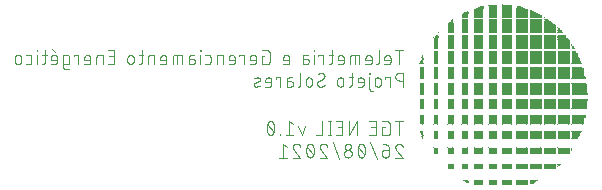
<source format=gbr>
G04 EAGLE Gerber RS-274X export*
G75*
%MOMM*%
%FSLAX34Y34*%
%LPD*%
%INSilkscreen Bottom*%
%IPPOS*%
%AMOC8*
5,1,8,0,0,1.08239X$1,22.5*%
G01*
%ADD10R,0.063500X0.063500*%
%ADD11R,0.952500X0.063500*%
%ADD12R,0.762000X0.063500*%
%ADD13R,0.695963X0.063500*%
%ADD14R,0.129537X0.063500*%
%ADD15R,0.256538X0.063500*%
%ADD16R,0.060963X0.063500*%
%ADD17R,0.383538X0.063500*%
%ADD18R,0.127000X0.063500*%
%ADD19R,0.571500X0.063500*%
%ADD20R,0.320038X0.063500*%
%ADD21R,0.698500X0.063500*%
%ADD22R,0.825500X0.063500*%
%ADD23R,0.955038X0.063500*%
%ADD24R,0.574037X0.063500*%
%ADD25R,0.505463X0.063500*%
%ADD26R,1.016000X0.063500*%
%ADD27R,0.193038X0.063500*%
%ADD28R,0.378463X0.063500*%
%ADD29R,0.066037X0.063500*%
%ADD30R,0.637537X0.063500*%
%ADD31R,0.187963X0.063500*%
%ADD32R,0.254000X0.063500*%
%ADD33R,0.828038X0.063500*%
%ADD34R,1.018538X0.063500*%
%ADD35R,0.314963X0.063500*%
%ADD36R,1.079500X0.063500*%
%ADD37R,1.143000X0.063500*%
%ADD38R,1.270000X0.063500*%
%ADD39R,1.336037X0.063500*%
%ADD40R,1.209037X0.063500*%
%ADD41R,0.889000X0.063500*%
%ADD42R,0.508000X0.063500*%
%ADD43R,0.444500X0.063500*%
%ADD44R,0.190500X0.063500*%
%ADD45R,0.317500X0.063500*%
%ADD46R,0.251463X0.063500*%
%ADD47R,0.381000X0.063500*%
%ADD48R,0.891538X0.063500*%
%ADD49R,0.441963X0.063500*%
%ADD50R,0.635000X0.063500*%
%ADD51R,0.510537X0.063500*%
%ADD52R,0.447038X0.063500*%
%ADD53R,0.632463X0.063500*%
%ADD54C,0.101600*%


D10*
X883907Y97155D03*
D11*
X900417Y97155D03*
D12*
X888035Y97155D03*
D13*
X875665Y97155D03*
D12*
X863905Y97155D03*
D10*
X883907Y97790D03*
D14*
X907733Y97790D03*
D11*
X900417Y97790D03*
D12*
X888035Y97790D03*
D13*
X875665Y97790D03*
D12*
X863905Y97790D03*
D10*
X883907Y98425D03*
D15*
X908368Y98425D03*
D11*
X900417Y98425D03*
D12*
X888035Y98425D03*
D13*
X875665Y98425D03*
D12*
X863905Y98425D03*
D16*
X911225Y99060D03*
D10*
X883907Y99060D03*
X853453Y99060D03*
D17*
X909003Y99060D03*
D11*
X900417Y99060D03*
D12*
X888035Y99060D03*
D13*
X875665Y99060D03*
D12*
X863905Y99060D03*
D18*
X854405Y99060D03*
D10*
X883907Y99695D03*
D19*
X909942Y99695D03*
D11*
X900417Y99695D03*
D12*
X888035Y99695D03*
D13*
X875665Y99695D03*
D12*
X863905Y99695D03*
D20*
X853440Y99695D03*
D10*
X850887Y100330D03*
D21*
X910577Y100330D03*
D11*
X900417Y100330D03*
D22*
X887717Y100330D03*
D13*
X875665Y100330D03*
D12*
X863905Y100330D03*
D17*
X853123Y100330D03*
D10*
X879462Y110490D03*
D23*
X923925Y110490D03*
X911860Y110490D03*
D11*
X900417Y110490D03*
D22*
X887717Y110490D03*
D13*
X875665Y110490D03*
D12*
X863905Y110490D03*
D24*
X852170Y110490D03*
D25*
X839788Y110490D03*
D10*
X883907Y111125D03*
D26*
X924230Y111125D03*
D23*
X911860Y111125D03*
D11*
X900417Y111125D03*
D12*
X888035Y111125D03*
D13*
X875665Y111125D03*
D12*
X863905Y111125D03*
D24*
X852170Y111125D03*
D25*
X839788Y111125D03*
D16*
X929005Y111760D03*
D10*
X883907Y111760D03*
D23*
X923925Y111760D03*
X911860Y111760D03*
D11*
X900417Y111760D03*
D12*
X888035Y111760D03*
D13*
X875665Y111760D03*
D12*
X863905Y111760D03*
D24*
X852170Y111760D03*
D25*
X839788Y111760D03*
D16*
X929005Y112395D03*
D10*
X883907Y112395D03*
X930897Y112395D03*
D23*
X923925Y112395D03*
X911860Y112395D03*
D11*
X900417Y112395D03*
D12*
X888035Y112395D03*
D13*
X875665Y112395D03*
D12*
X863905Y112395D03*
D24*
X852170Y112395D03*
D25*
X839788Y112395D03*
D16*
X929005Y113030D03*
D10*
X883907Y113030D03*
D18*
X931215Y113030D03*
D23*
X923925Y113030D03*
X911860Y113030D03*
D11*
X900417Y113030D03*
D12*
X888035Y113030D03*
D13*
X875665Y113030D03*
D12*
X863905Y113030D03*
D24*
X852170Y113030D03*
D25*
X839788Y113030D03*
D16*
X929005Y113665D03*
D10*
X883907Y113665D03*
D27*
X931545Y113665D03*
D23*
X923925Y113665D03*
X911860Y113665D03*
D11*
X900417Y113665D03*
D12*
X888035Y113665D03*
D13*
X875665Y113665D03*
D12*
X863905Y113665D03*
D24*
X852170Y113665D03*
D25*
X839788Y113665D03*
D15*
X931863Y114300D03*
D26*
X924230Y114300D03*
D23*
X911860Y114300D03*
D11*
X900417Y114300D03*
D22*
X887717Y114300D03*
D13*
X875665Y114300D03*
D12*
X863905Y114300D03*
D24*
X852170Y114300D03*
D25*
X839788Y114300D03*
D26*
X935660Y123190D03*
X924230Y123190D03*
D23*
X911860Y123190D03*
D11*
X900417Y123190D03*
D22*
X887717Y123190D03*
D13*
X875665Y123190D03*
D12*
X863905Y123190D03*
D24*
X852170Y123190D03*
D25*
X839788Y123190D03*
D28*
X827723Y123190D03*
D16*
X929005Y123825D03*
D10*
X883907Y123825D03*
D26*
X935660Y123825D03*
D23*
X923925Y123825D03*
X911860Y123825D03*
D11*
X900417Y123825D03*
D12*
X888035Y123825D03*
D13*
X875665Y123825D03*
D12*
X863905Y123825D03*
D24*
X852170Y123825D03*
D25*
X839788Y123825D03*
D28*
X827723Y123825D03*
D16*
X929005Y124460D03*
D10*
X883907Y124460D03*
D26*
X935660Y124460D03*
D23*
X923925Y124460D03*
X911860Y124460D03*
D11*
X900417Y124460D03*
D12*
X888035Y124460D03*
D13*
X875665Y124460D03*
D12*
X863905Y124460D03*
D24*
X852170Y124460D03*
D25*
X839788Y124460D03*
D28*
X827723Y124460D03*
D16*
X929005Y125095D03*
D10*
X883907Y125095D03*
D26*
X935660Y125095D03*
D23*
X923925Y125095D03*
X911860Y125095D03*
D11*
X900417Y125095D03*
D12*
X888035Y125095D03*
D13*
X875665Y125095D03*
D12*
X863905Y125095D03*
D24*
X852170Y125095D03*
D25*
X839788Y125095D03*
D28*
X827723Y125095D03*
D16*
X929005Y125730D03*
D10*
X883907Y125730D03*
D26*
X935660Y125730D03*
D23*
X923925Y125730D03*
X911860Y125730D03*
D11*
X900417Y125730D03*
D12*
X888035Y125730D03*
D13*
X875665Y125730D03*
D12*
X863905Y125730D03*
D24*
X852170Y125730D03*
D25*
X839788Y125730D03*
D28*
X827723Y125730D03*
D16*
X942340Y126365D03*
X929005Y126365D03*
D10*
X883907Y126365D03*
D26*
X935660Y126365D03*
D23*
X923925Y126365D03*
X911860Y126365D03*
D11*
X900417Y126365D03*
D12*
X888035Y126365D03*
D13*
X875665Y126365D03*
D12*
X863905Y126365D03*
D24*
X852170Y126365D03*
D25*
X839788Y126365D03*
D28*
X827723Y126365D03*
D16*
X929005Y127000D03*
D10*
X883907Y127000D03*
X942962Y127000D03*
D26*
X935660Y127000D03*
D23*
X923925Y127000D03*
X911860Y127000D03*
D11*
X900417Y127000D03*
D12*
X888035Y127000D03*
D13*
X875665Y127000D03*
D12*
X863905Y127000D03*
D24*
X852170Y127000D03*
D25*
X839788Y127000D03*
D28*
X827723Y127000D03*
D10*
X942962Y127635D03*
D26*
X935660Y127635D03*
X924230Y127635D03*
D23*
X911860Y127635D03*
D11*
X900417Y127635D03*
D22*
X887717Y127635D03*
D13*
X875665Y127635D03*
D12*
X863905Y127635D03*
D24*
X852170Y127635D03*
D25*
X839788Y127635D03*
D28*
X827723Y127635D03*
D10*
X930897Y128270D03*
D29*
X916305Y128270D03*
D10*
X904862Y128270D03*
X895972Y128270D03*
X872503Y128270D03*
X867397Y128270D03*
X860412Y128270D03*
X854723Y128270D03*
D16*
X842010Y128270D03*
D10*
X837578Y128270D03*
D16*
X826135Y128270D03*
X942340Y135890D03*
D10*
X879462Y135890D03*
D19*
X945502Y135890D03*
D26*
X935660Y135890D03*
X924230Y135890D03*
D23*
X911860Y135890D03*
D11*
X900417Y135890D03*
D22*
X887717Y135890D03*
D13*
X875665Y135890D03*
D12*
X863905Y135890D03*
D24*
X852170Y135890D03*
D25*
X839788Y135890D03*
D28*
X827723Y135890D03*
D16*
X929005Y136525D03*
D10*
X883907Y136525D03*
D19*
X945502Y136525D03*
D26*
X935660Y136525D03*
D23*
X923925Y136525D03*
X911860Y136525D03*
D11*
X900417Y136525D03*
D12*
X888035Y136525D03*
D13*
X875665Y136525D03*
D12*
X863905Y136525D03*
D24*
X852170Y136525D03*
D25*
X839788Y136525D03*
D28*
X827723Y136525D03*
D16*
X816610Y136525D03*
X929005Y137160D03*
D10*
X883907Y137160D03*
D19*
X945502Y137160D03*
D26*
X935660Y137160D03*
D23*
X923925Y137160D03*
X911860Y137160D03*
D11*
X900417Y137160D03*
D12*
X888035Y137160D03*
D13*
X875665Y137160D03*
D12*
X863905Y137160D03*
D24*
X852170Y137160D03*
D25*
X839788Y137160D03*
D28*
X827723Y137160D03*
D16*
X816610Y137160D03*
D29*
X948690Y137795D03*
D16*
X929005Y137795D03*
D10*
X883907Y137795D03*
D29*
X815975Y137795D03*
D19*
X945502Y137795D03*
D26*
X935660Y137795D03*
D23*
X923925Y137795D03*
X911860Y137795D03*
D11*
X900417Y137795D03*
D12*
X888035Y137795D03*
D13*
X875665Y137795D03*
D12*
X863905Y137795D03*
D24*
X852170Y137795D03*
D25*
X839788Y137795D03*
D28*
X827723Y137795D03*
D16*
X816610Y137795D03*
X929005Y138430D03*
D10*
X883907Y138430D03*
D30*
X945833Y138430D03*
D26*
X935660Y138430D03*
D23*
X923925Y138430D03*
X911860Y138430D03*
D11*
X900417Y138430D03*
D12*
X888035Y138430D03*
D13*
X875665Y138430D03*
D12*
X863905Y138430D03*
D24*
X852170Y138430D03*
D25*
X839788Y138430D03*
D28*
X827723Y138430D03*
D18*
X816280Y138430D03*
D16*
X929005Y139065D03*
D10*
X883907Y139065D03*
D30*
X945833Y139065D03*
D26*
X935660Y139065D03*
D23*
X923925Y139065D03*
X911860Y139065D03*
D11*
X900417Y139065D03*
D12*
X888035Y139065D03*
D13*
X875665Y139065D03*
D12*
X863905Y139065D03*
D24*
X852170Y139065D03*
D25*
X839788Y139065D03*
D28*
X827723Y139065D03*
D18*
X816280Y139065D03*
D16*
X929005Y139700D03*
D10*
X883907Y139700D03*
D21*
X946137Y139700D03*
D26*
X935660Y139700D03*
D23*
X923925Y139700D03*
X911860Y139700D03*
D11*
X900417Y139700D03*
D12*
X888035Y139700D03*
D13*
X875665Y139700D03*
D12*
X863905Y139700D03*
D24*
X852170Y139700D03*
D25*
X839788Y139700D03*
D28*
X827723Y139700D03*
D31*
X815975Y139700D03*
D16*
X929005Y140335D03*
D10*
X883907Y140335D03*
D21*
X946137Y140335D03*
D26*
X935660Y140335D03*
D23*
X923925Y140335D03*
X911860Y140335D03*
D11*
X900417Y140335D03*
D12*
X888035Y140335D03*
D13*
X875665Y140335D03*
D12*
X863905Y140335D03*
D24*
X852170Y140335D03*
D25*
X839788Y140335D03*
D28*
X827723Y140335D03*
D31*
X815975Y140335D03*
D16*
X929005Y140970D03*
D10*
X883907Y140970D03*
D12*
X946455Y140970D03*
D26*
X935660Y140970D03*
D23*
X923925Y140970D03*
X911860Y140970D03*
D11*
X900417Y140970D03*
D12*
X888035Y140970D03*
D13*
X875665Y140970D03*
D12*
X863905Y140970D03*
D24*
X852170Y140970D03*
D25*
X839788Y140970D03*
D28*
X827723Y140970D03*
D32*
X815645Y140970D03*
D16*
X929005Y141605D03*
D10*
X883907Y141605D03*
D12*
X946455Y141605D03*
D26*
X935660Y141605D03*
D23*
X923925Y141605D03*
X911860Y141605D03*
D11*
X900417Y141605D03*
D12*
X888035Y141605D03*
D13*
X875665Y141605D03*
D12*
X863905Y141605D03*
D24*
X852170Y141605D03*
D25*
X839788Y141605D03*
D28*
X827723Y141605D03*
D32*
X815645Y141605D03*
D16*
X942340Y142240D03*
D33*
X946785Y142240D03*
D26*
X935660Y142240D03*
X924230Y142240D03*
D23*
X911860Y142240D03*
D11*
X900417Y142240D03*
D22*
X887717Y142240D03*
D13*
X875665Y142240D03*
D12*
X863905Y142240D03*
D24*
X852170Y142240D03*
D25*
X839788Y142240D03*
D28*
X827723Y142240D03*
D32*
X815645Y142240D03*
D10*
X951852Y147955D03*
X942962Y147955D03*
D16*
X940435Y147955D03*
D10*
X928383Y147955D03*
X919467Y147955D03*
D29*
X916305Y147955D03*
X908050Y147955D03*
D10*
X904862Y147955D03*
X895972Y147955D03*
X891527Y147955D03*
D29*
X884555Y147955D03*
D10*
X878827Y147955D03*
X872503Y147955D03*
X849617Y147955D03*
X829297Y147955D03*
D16*
X826135Y147955D03*
X816610Y147955D03*
D10*
X930897Y147955D03*
X867397Y147955D03*
X860412Y147955D03*
X854723Y147955D03*
D16*
X842010Y147955D03*
D10*
X837578Y147955D03*
D34*
X947738Y148590D03*
D26*
X935660Y148590D03*
X924230Y148590D03*
D23*
X911860Y148590D03*
D11*
X900417Y148590D03*
D22*
X887717Y148590D03*
D13*
X875665Y148590D03*
D12*
X863905Y148590D03*
D24*
X852170Y148590D03*
D25*
X839788Y148590D03*
D28*
X827723Y148590D03*
D35*
X815340Y148590D03*
D16*
X929005Y149225D03*
D10*
X883907Y149225D03*
D34*
X947738Y149225D03*
D26*
X935660Y149225D03*
D23*
X923925Y149225D03*
X911860Y149225D03*
D11*
X900417Y149225D03*
D12*
X888035Y149225D03*
D13*
X875665Y149225D03*
D12*
X863905Y149225D03*
D24*
X852170Y149225D03*
D25*
X839788Y149225D03*
D28*
X827723Y149225D03*
D35*
X815340Y149225D03*
D16*
X953135Y149860D03*
X929005Y149860D03*
D10*
X883907Y149860D03*
D34*
X947738Y149860D03*
D26*
X935660Y149860D03*
D23*
X923925Y149860D03*
X911860Y149860D03*
D11*
X900417Y149860D03*
D12*
X888035Y149860D03*
D13*
X875665Y149860D03*
D12*
X863905Y149860D03*
D24*
X852170Y149860D03*
D25*
X839788Y149860D03*
D28*
X827723Y149860D03*
D35*
X815340Y149860D03*
D16*
X929005Y150495D03*
D10*
X883907Y150495D03*
D36*
X948042Y150495D03*
D26*
X935660Y150495D03*
D23*
X923925Y150495D03*
X911860Y150495D03*
D11*
X900417Y150495D03*
D12*
X888035Y150495D03*
D13*
X875665Y150495D03*
D12*
X863905Y150495D03*
D24*
X852170Y150495D03*
D25*
X839788Y150495D03*
D28*
X827723Y150495D03*
D35*
X815340Y150495D03*
D16*
X929005Y151130D03*
D10*
X883907Y151130D03*
D36*
X948042Y151130D03*
D26*
X935660Y151130D03*
D23*
X923925Y151130D03*
X911860Y151130D03*
D11*
X900417Y151130D03*
D12*
X888035Y151130D03*
D13*
X875665Y151130D03*
D12*
X863905Y151130D03*
D24*
X852170Y151130D03*
D25*
X839788Y151130D03*
D28*
X827723Y151130D03*
D35*
X815340Y151130D03*
D16*
X929005Y151765D03*
D10*
X883907Y151765D03*
D36*
X948042Y151765D03*
D26*
X935660Y151765D03*
D23*
X923925Y151765D03*
X911860Y151765D03*
D11*
X900417Y151765D03*
D12*
X888035Y151765D03*
D13*
X875665Y151765D03*
D12*
X863905Y151765D03*
D24*
X852170Y151765D03*
D25*
X839788Y151765D03*
D28*
X827723Y151765D03*
D35*
X815340Y151765D03*
D16*
X929005Y152400D03*
D10*
X883907Y152400D03*
D36*
X948042Y152400D03*
D26*
X935660Y152400D03*
D23*
X923925Y152400D03*
X911860Y152400D03*
D11*
X900417Y152400D03*
D12*
X888035Y152400D03*
D13*
X875665Y152400D03*
D12*
X863905Y152400D03*
D24*
X852170Y152400D03*
D25*
X839788Y152400D03*
D28*
X827723Y152400D03*
D35*
X815340Y152400D03*
D16*
X929005Y153035D03*
D10*
X883907Y153035D03*
D36*
X948042Y153035D03*
D26*
X935660Y153035D03*
D23*
X923925Y153035D03*
X911860Y153035D03*
D11*
X900417Y153035D03*
D12*
X888035Y153035D03*
D13*
X875665Y153035D03*
D12*
X863905Y153035D03*
D24*
X852170Y153035D03*
D25*
X839788Y153035D03*
D28*
X827723Y153035D03*
D35*
X815340Y153035D03*
D10*
X953757Y153670D03*
D16*
X929005Y153670D03*
D10*
X883907Y153670D03*
D36*
X948042Y153670D03*
D26*
X935660Y153670D03*
D23*
X923925Y153670D03*
X911860Y153670D03*
D11*
X900417Y153670D03*
D12*
X888035Y153670D03*
D13*
X875665Y153670D03*
D12*
X863905Y153670D03*
D24*
X852170Y153670D03*
D25*
X839788Y153670D03*
D28*
X827723Y153670D03*
D35*
X815340Y153670D03*
D16*
X929005Y154305D03*
D10*
X883907Y154305D03*
D37*
X948360Y154305D03*
D26*
X935660Y154305D03*
D23*
X923925Y154305D03*
X911860Y154305D03*
D11*
X900417Y154305D03*
D12*
X888035Y154305D03*
D13*
X875665Y154305D03*
D12*
X863905Y154305D03*
D24*
X852170Y154305D03*
D25*
X839788Y154305D03*
D28*
X827723Y154305D03*
D35*
X815340Y154305D03*
D16*
X929005Y154940D03*
D10*
X883907Y154940D03*
D37*
X948360Y154940D03*
D26*
X935660Y154940D03*
D23*
X923925Y154940D03*
X911860Y154940D03*
D11*
X900417Y154940D03*
D12*
X888035Y154940D03*
D13*
X875665Y154940D03*
D12*
X863905Y154940D03*
D24*
X852170Y154940D03*
D25*
X839788Y154940D03*
D28*
X827723Y154940D03*
D35*
X815340Y154940D03*
D37*
X948360Y155575D03*
D26*
X935660Y155575D03*
X924230Y155575D03*
D23*
X911860Y155575D03*
D11*
X900417Y155575D03*
D22*
X887717Y155575D03*
D13*
X875665Y155575D03*
D12*
X863905Y155575D03*
D24*
X852170Y155575D03*
D25*
X839788Y155575D03*
D28*
X827723Y155575D03*
D35*
X815340Y155575D03*
D16*
X942340Y161290D03*
D10*
X879462Y161290D03*
D38*
X948995Y161290D03*
D26*
X935660Y161290D03*
X924230Y161290D03*
D23*
X911860Y161290D03*
D11*
X900417Y161290D03*
D22*
X887717Y161290D03*
D13*
X875665Y161290D03*
D12*
X863905Y161290D03*
D24*
X852170Y161290D03*
D25*
X839788Y161290D03*
D28*
X827723Y161290D03*
D35*
X815340Y161290D03*
D16*
X929005Y161925D03*
D10*
X883907Y161925D03*
D38*
X948995Y161925D03*
D26*
X935660Y161925D03*
D23*
X923925Y161925D03*
X911860Y161925D03*
D11*
X900417Y161925D03*
D12*
X888035Y161925D03*
D13*
X875665Y161925D03*
D12*
X863905Y161925D03*
D24*
X852170Y161925D03*
D25*
X839788Y161925D03*
D28*
X827723Y161925D03*
D35*
X815340Y161925D03*
D16*
X929005Y162560D03*
D10*
X883907Y162560D03*
D38*
X948995Y162560D03*
D26*
X935660Y162560D03*
D23*
X923925Y162560D03*
X911860Y162560D03*
D11*
X900417Y162560D03*
D12*
X888035Y162560D03*
D13*
X875665Y162560D03*
D12*
X863905Y162560D03*
D24*
X852170Y162560D03*
D25*
X839788Y162560D03*
D28*
X827723Y162560D03*
D35*
X815340Y162560D03*
D16*
X929005Y163195D03*
D10*
X883907Y163195D03*
D38*
X948995Y163195D03*
D26*
X935660Y163195D03*
D23*
X923925Y163195D03*
X911860Y163195D03*
D11*
X900417Y163195D03*
D12*
X888035Y163195D03*
D13*
X875665Y163195D03*
D12*
X863905Y163195D03*
D24*
X852170Y163195D03*
D25*
X839788Y163195D03*
D28*
X827723Y163195D03*
D35*
X815340Y163195D03*
D16*
X929005Y163830D03*
D10*
X883907Y163830D03*
D38*
X948995Y163830D03*
D26*
X935660Y163830D03*
D23*
X923925Y163830D03*
X911860Y163830D03*
D11*
X900417Y163830D03*
D12*
X888035Y163830D03*
D13*
X875665Y163830D03*
D12*
X863905Y163830D03*
D24*
X852170Y163830D03*
D25*
X839788Y163830D03*
D28*
X827723Y163830D03*
D35*
X815340Y163830D03*
D16*
X929005Y164465D03*
D10*
X883907Y164465D03*
D38*
X948995Y164465D03*
D26*
X935660Y164465D03*
D23*
X923925Y164465D03*
X911860Y164465D03*
D11*
X900417Y164465D03*
D12*
X888035Y164465D03*
D13*
X875665Y164465D03*
D12*
X863905Y164465D03*
D24*
X852170Y164465D03*
D25*
X839788Y164465D03*
D28*
X827723Y164465D03*
D35*
X815340Y164465D03*
D16*
X929005Y165100D03*
D10*
X883907Y165100D03*
D38*
X948995Y165100D03*
D26*
X935660Y165100D03*
D23*
X923925Y165100D03*
X911860Y165100D03*
D11*
X900417Y165100D03*
D12*
X888035Y165100D03*
D13*
X875665Y165100D03*
D12*
X863905Y165100D03*
D24*
X852170Y165100D03*
D25*
X839788Y165100D03*
D28*
X827723Y165100D03*
D35*
X815340Y165100D03*
D16*
X929005Y165735D03*
D10*
X883907Y165735D03*
D38*
X948995Y165735D03*
D26*
X935660Y165735D03*
D23*
X923925Y165735D03*
X911860Y165735D03*
D11*
X900417Y165735D03*
D12*
X888035Y165735D03*
D13*
X875665Y165735D03*
D12*
X863905Y165735D03*
D24*
X852170Y165735D03*
D25*
X839788Y165735D03*
D28*
X827723Y165735D03*
D35*
X815340Y165735D03*
D16*
X929005Y166370D03*
D10*
X883907Y166370D03*
D38*
X948995Y166370D03*
D26*
X935660Y166370D03*
D23*
X923925Y166370D03*
X911860Y166370D03*
D11*
X900417Y166370D03*
D12*
X888035Y166370D03*
D13*
X875665Y166370D03*
D12*
X863905Y166370D03*
D24*
X852170Y166370D03*
D25*
X839788Y166370D03*
D28*
X827723Y166370D03*
D35*
X815340Y166370D03*
D16*
X929005Y167005D03*
D10*
X883907Y167005D03*
D38*
X948995Y167005D03*
D26*
X935660Y167005D03*
D23*
X923925Y167005D03*
X911860Y167005D03*
D11*
X900417Y167005D03*
D12*
X888035Y167005D03*
D13*
X875665Y167005D03*
D12*
X863905Y167005D03*
D24*
X852170Y167005D03*
D25*
X839788Y167005D03*
D28*
X827723Y167005D03*
D35*
X815340Y167005D03*
D16*
X929005Y167640D03*
D10*
X883907Y167640D03*
D38*
X948995Y167640D03*
D26*
X935660Y167640D03*
D23*
X923925Y167640D03*
X911860Y167640D03*
D11*
X900417Y167640D03*
D12*
X888035Y167640D03*
D13*
X875665Y167640D03*
D12*
X863905Y167640D03*
D24*
X852170Y167640D03*
D25*
X839788Y167640D03*
D28*
X827723Y167640D03*
D35*
X815340Y167640D03*
D16*
X929005Y168275D03*
D10*
X883907Y168275D03*
D39*
X949325Y168275D03*
D26*
X935660Y168275D03*
D23*
X923925Y168275D03*
X911860Y168275D03*
D11*
X900417Y168275D03*
D12*
X888035Y168275D03*
D13*
X875665Y168275D03*
D12*
X863905Y168275D03*
D24*
X852170Y168275D03*
D25*
X839788Y168275D03*
D28*
X827723Y168275D03*
D35*
X815340Y168275D03*
D39*
X949325Y168910D03*
D26*
X935660Y168910D03*
X924230Y168910D03*
D23*
X911860Y168910D03*
D11*
X900417Y168910D03*
D22*
X887717Y168910D03*
D13*
X875665Y168910D03*
D12*
X863905Y168910D03*
D24*
X852170Y168910D03*
D25*
X839788Y168910D03*
D28*
X827723Y168910D03*
D35*
X815340Y168910D03*
D39*
X949325Y173355D03*
D26*
X935660Y173355D03*
X924230Y173355D03*
D23*
X911860Y173355D03*
D11*
X900417Y173355D03*
D22*
X887717Y173355D03*
D13*
X875665Y173355D03*
D12*
X863905Y173355D03*
D24*
X852170Y173355D03*
D25*
X839788Y173355D03*
D28*
X827723Y173355D03*
D35*
X815340Y173355D03*
D16*
X929005Y173990D03*
D10*
X883907Y173990D03*
D39*
X949325Y173990D03*
D26*
X935660Y173990D03*
D23*
X923925Y173990D03*
X911860Y173990D03*
D11*
X900417Y173990D03*
D12*
X888035Y173990D03*
D13*
X875665Y173990D03*
D12*
X863905Y173990D03*
D24*
X852170Y173990D03*
D25*
X839788Y173990D03*
D28*
X827723Y173990D03*
D35*
X815340Y173990D03*
D16*
X929005Y174625D03*
D10*
X883907Y174625D03*
D38*
X948995Y174625D03*
D26*
X935660Y174625D03*
D23*
X923925Y174625D03*
X911860Y174625D03*
D11*
X900417Y174625D03*
D12*
X888035Y174625D03*
D13*
X875665Y174625D03*
D12*
X863905Y174625D03*
D24*
X852170Y174625D03*
D25*
X839788Y174625D03*
D28*
X827723Y174625D03*
D35*
X815340Y174625D03*
D16*
X929005Y175260D03*
D10*
X883907Y175260D03*
D38*
X948995Y175260D03*
D26*
X935660Y175260D03*
D23*
X923925Y175260D03*
X911860Y175260D03*
D11*
X900417Y175260D03*
D12*
X888035Y175260D03*
D13*
X875665Y175260D03*
D12*
X863905Y175260D03*
D24*
X852170Y175260D03*
D25*
X839788Y175260D03*
D28*
X827723Y175260D03*
D35*
X815340Y175260D03*
D16*
X929005Y175895D03*
D10*
X883907Y175895D03*
D38*
X948995Y175895D03*
D26*
X935660Y175895D03*
D23*
X923925Y175895D03*
X911860Y175895D03*
D11*
X900417Y175895D03*
D12*
X888035Y175895D03*
D13*
X875665Y175895D03*
D12*
X863905Y175895D03*
D24*
X852170Y175895D03*
D25*
X839788Y175895D03*
D28*
X827723Y175895D03*
D35*
X815340Y175895D03*
D16*
X929005Y176530D03*
D10*
X883907Y176530D03*
D38*
X948995Y176530D03*
D26*
X935660Y176530D03*
D23*
X923925Y176530D03*
X911860Y176530D03*
D11*
X900417Y176530D03*
D12*
X888035Y176530D03*
D13*
X875665Y176530D03*
D12*
X863905Y176530D03*
D24*
X852170Y176530D03*
D25*
X839788Y176530D03*
D28*
X827723Y176530D03*
D35*
X815340Y176530D03*
D16*
X929005Y177165D03*
D10*
X883907Y177165D03*
D38*
X948995Y177165D03*
D26*
X935660Y177165D03*
D23*
X923925Y177165D03*
X911860Y177165D03*
D11*
X900417Y177165D03*
D12*
X888035Y177165D03*
D13*
X875665Y177165D03*
D12*
X863905Y177165D03*
D24*
X852170Y177165D03*
D25*
X839788Y177165D03*
D28*
X827723Y177165D03*
D35*
X815340Y177165D03*
D16*
X929005Y177800D03*
D10*
X883907Y177800D03*
D38*
X948995Y177800D03*
D26*
X935660Y177800D03*
D23*
X923925Y177800D03*
X911860Y177800D03*
D11*
X900417Y177800D03*
D12*
X888035Y177800D03*
D13*
X875665Y177800D03*
D12*
X863905Y177800D03*
D24*
X852170Y177800D03*
D25*
X839788Y177800D03*
D28*
X827723Y177800D03*
D35*
X815340Y177800D03*
D16*
X929005Y178435D03*
D10*
X883907Y178435D03*
D38*
X948995Y178435D03*
D26*
X935660Y178435D03*
D23*
X923925Y178435D03*
X911860Y178435D03*
D11*
X900417Y178435D03*
D12*
X888035Y178435D03*
D13*
X875665Y178435D03*
D12*
X863905Y178435D03*
D24*
X852170Y178435D03*
D25*
X839788Y178435D03*
D28*
X827723Y178435D03*
D35*
X815340Y178435D03*
D16*
X929005Y179070D03*
D10*
X883907Y179070D03*
D38*
X948995Y179070D03*
D26*
X935660Y179070D03*
D23*
X923925Y179070D03*
X911860Y179070D03*
D11*
X900417Y179070D03*
D12*
X888035Y179070D03*
D13*
X875665Y179070D03*
D12*
X863905Y179070D03*
D24*
X852170Y179070D03*
D25*
X839788Y179070D03*
D28*
X827723Y179070D03*
D35*
X815340Y179070D03*
D16*
X929005Y179705D03*
D10*
X883907Y179705D03*
D38*
X948995Y179705D03*
D26*
X935660Y179705D03*
D23*
X923925Y179705D03*
X911860Y179705D03*
D11*
X900417Y179705D03*
D12*
X888035Y179705D03*
D13*
X875665Y179705D03*
D12*
X863905Y179705D03*
D24*
X852170Y179705D03*
D25*
X839788Y179705D03*
D28*
X827723Y179705D03*
D35*
X815340Y179705D03*
D16*
X929005Y180340D03*
D10*
X883907Y180340D03*
D38*
X948995Y180340D03*
D26*
X935660Y180340D03*
D23*
X923925Y180340D03*
X911860Y180340D03*
D11*
X900417Y180340D03*
D12*
X888035Y180340D03*
D13*
X875665Y180340D03*
D12*
X863905Y180340D03*
D24*
X852170Y180340D03*
D25*
X839788Y180340D03*
D28*
X827723Y180340D03*
D35*
X815340Y180340D03*
D16*
X929005Y180975D03*
D10*
X883907Y180975D03*
D38*
X948995Y180975D03*
D26*
X935660Y180975D03*
D23*
X923925Y180975D03*
X911860Y180975D03*
D11*
X900417Y180975D03*
D12*
X888035Y180975D03*
D13*
X875665Y180975D03*
D12*
X863905Y180975D03*
D24*
X852170Y180975D03*
D25*
X839788Y180975D03*
D28*
X827723Y180975D03*
D35*
X815340Y180975D03*
D16*
X929005Y181610D03*
D10*
X883907Y181610D03*
D38*
X948995Y181610D03*
D26*
X935660Y181610D03*
D23*
X923925Y181610D03*
X911860Y181610D03*
D11*
X900417Y181610D03*
D12*
X888035Y181610D03*
D13*
X875665Y181610D03*
D12*
X863905Y181610D03*
D24*
X852170Y181610D03*
D25*
X839788Y181610D03*
D28*
X827723Y181610D03*
D35*
X815340Y181610D03*
D10*
X883907Y182245D03*
D40*
X948690Y182245D03*
D26*
X935660Y182245D03*
X924230Y182245D03*
D23*
X911860Y182245D03*
D11*
X900417Y182245D03*
D12*
X888035Y182245D03*
D13*
X875665Y182245D03*
D12*
X863905Y182245D03*
D24*
X852170Y182245D03*
D25*
X839788Y182245D03*
D28*
X827723Y182245D03*
D35*
X815340Y182245D03*
D16*
X942340Y182880D03*
D40*
X948690Y182880D03*
D26*
X935660Y182880D03*
X924230Y182880D03*
D23*
X911860Y182880D03*
D11*
X900417Y182880D03*
D22*
X887717Y182880D03*
D13*
X875665Y182880D03*
D12*
X863905Y182880D03*
D24*
X852170Y182880D03*
D25*
X839788Y182880D03*
D28*
X827723Y182880D03*
D35*
X815340Y182880D03*
D16*
X942340Y186690D03*
D10*
X879462Y186690D03*
D37*
X948360Y186690D03*
D26*
X935660Y186690D03*
X924230Y186690D03*
D23*
X911860Y186690D03*
D11*
X900417Y186690D03*
D22*
X887717Y186690D03*
D13*
X875665Y186690D03*
D12*
X863905Y186690D03*
D24*
X852170Y186690D03*
D25*
X839788Y186690D03*
D28*
X827723Y186690D03*
D35*
X815340Y186690D03*
D16*
X929005Y187325D03*
D10*
X883907Y187325D03*
D37*
X948360Y187325D03*
D26*
X935660Y187325D03*
D23*
X923925Y187325D03*
X911860Y187325D03*
D11*
X900417Y187325D03*
D12*
X888035Y187325D03*
D13*
X875665Y187325D03*
D12*
X863905Y187325D03*
D24*
X852170Y187325D03*
D25*
X839788Y187325D03*
D28*
X827723Y187325D03*
D35*
X815340Y187325D03*
D16*
X929005Y187960D03*
D10*
X883907Y187960D03*
D37*
X948360Y187960D03*
D26*
X935660Y187960D03*
D23*
X923925Y187960D03*
X911860Y187960D03*
D11*
X900417Y187960D03*
D12*
X888035Y187960D03*
D13*
X875665Y187960D03*
D12*
X863905Y187960D03*
D24*
X852170Y187960D03*
D25*
X839788Y187960D03*
D28*
X827723Y187960D03*
D35*
X815340Y187960D03*
D10*
X953757Y188595D03*
D16*
X929005Y188595D03*
D10*
X883907Y188595D03*
D36*
X948042Y188595D03*
D26*
X935660Y188595D03*
D23*
X923925Y188595D03*
X911860Y188595D03*
D11*
X900417Y188595D03*
D12*
X888035Y188595D03*
D13*
X875665Y188595D03*
D12*
X863905Y188595D03*
D24*
X852170Y188595D03*
D25*
X839788Y188595D03*
D28*
X827723Y188595D03*
D35*
X815340Y188595D03*
D16*
X929005Y189230D03*
D10*
X883907Y189230D03*
D36*
X948042Y189230D03*
D26*
X935660Y189230D03*
D23*
X923925Y189230D03*
X911860Y189230D03*
D11*
X900417Y189230D03*
D12*
X888035Y189230D03*
D13*
X875665Y189230D03*
D12*
X863905Y189230D03*
D24*
X852170Y189230D03*
D25*
X839788Y189230D03*
D28*
X827723Y189230D03*
D35*
X815340Y189230D03*
D16*
X929005Y189865D03*
D10*
X883907Y189865D03*
D36*
X948042Y189865D03*
D26*
X935660Y189865D03*
D23*
X923925Y189865D03*
X911860Y189865D03*
D11*
X900417Y189865D03*
D12*
X888035Y189865D03*
D13*
X875665Y189865D03*
D12*
X863905Y189865D03*
D24*
X852170Y189865D03*
D25*
X839788Y189865D03*
D28*
X827723Y189865D03*
D35*
X815340Y189865D03*
D16*
X929005Y190500D03*
D10*
X883907Y190500D03*
D36*
X948042Y190500D03*
D26*
X935660Y190500D03*
D23*
X923925Y190500D03*
X911860Y190500D03*
D11*
X900417Y190500D03*
D12*
X888035Y190500D03*
D13*
X875665Y190500D03*
D12*
X863905Y190500D03*
D24*
X852170Y190500D03*
D25*
X839788Y190500D03*
D28*
X827723Y190500D03*
D35*
X815340Y190500D03*
D16*
X929005Y191135D03*
D10*
X883907Y191135D03*
D36*
X948042Y191135D03*
D26*
X935660Y191135D03*
D23*
X923925Y191135D03*
X911860Y191135D03*
D11*
X900417Y191135D03*
D12*
X888035Y191135D03*
D13*
X875665Y191135D03*
D12*
X863905Y191135D03*
D24*
X852170Y191135D03*
D25*
X839788Y191135D03*
D28*
X827723Y191135D03*
D35*
X815340Y191135D03*
D16*
X929005Y191770D03*
D10*
X883907Y191770D03*
D36*
X948042Y191770D03*
D26*
X935660Y191770D03*
D23*
X923925Y191770D03*
X911860Y191770D03*
D11*
X900417Y191770D03*
D12*
X888035Y191770D03*
D13*
X875665Y191770D03*
D12*
X863905Y191770D03*
D24*
X852170Y191770D03*
D25*
X839788Y191770D03*
D28*
X827723Y191770D03*
D35*
X815340Y191770D03*
D16*
X929005Y192405D03*
D10*
X883907Y192405D03*
D34*
X947738Y192405D03*
D26*
X935660Y192405D03*
D23*
X923925Y192405D03*
X911860Y192405D03*
D11*
X900417Y192405D03*
D12*
X888035Y192405D03*
D13*
X875665Y192405D03*
D12*
X863905Y192405D03*
D24*
X852170Y192405D03*
D25*
X839788Y192405D03*
D28*
X827723Y192405D03*
D35*
X815340Y192405D03*
D16*
X929005Y193040D03*
D10*
X883907Y193040D03*
D34*
X947738Y193040D03*
D26*
X935660Y193040D03*
D23*
X923925Y193040D03*
X911860Y193040D03*
D11*
X900417Y193040D03*
D12*
X888035Y193040D03*
D13*
X875665Y193040D03*
D12*
X863905Y193040D03*
D24*
X852170Y193040D03*
D25*
X839788Y193040D03*
D28*
X827723Y193040D03*
D35*
X815340Y193040D03*
D16*
X929005Y193675D03*
D10*
X883907Y193675D03*
D34*
X947738Y193675D03*
D26*
X935660Y193675D03*
D23*
X923925Y193675D03*
X911860Y193675D03*
D11*
X900417Y193675D03*
D12*
X888035Y193675D03*
D13*
X875665Y193675D03*
D12*
X863905Y193675D03*
D24*
X852170Y193675D03*
D25*
X839788Y193675D03*
D28*
X827723Y193675D03*
D35*
X815340Y193675D03*
D16*
X929005Y194310D03*
D10*
X883907Y194310D03*
D11*
X947407Y194310D03*
D26*
X935660Y194310D03*
D23*
X923925Y194310D03*
X911860Y194310D03*
D11*
X900417Y194310D03*
D12*
X888035Y194310D03*
D13*
X875665Y194310D03*
D12*
X863905Y194310D03*
D24*
X852170Y194310D03*
D25*
X839788Y194310D03*
D28*
X827723Y194310D03*
D35*
X815340Y194310D03*
D16*
X929005Y194945D03*
D10*
X883907Y194945D03*
D11*
X947407Y194945D03*
D26*
X935660Y194945D03*
D23*
X923925Y194945D03*
X911860Y194945D03*
D11*
X900417Y194945D03*
D12*
X888035Y194945D03*
D13*
X875665Y194945D03*
D12*
X863905Y194945D03*
D24*
X852170Y194945D03*
D25*
X839788Y194945D03*
D28*
X827723Y194945D03*
D35*
X815340Y194945D03*
D16*
X929005Y195580D03*
D10*
X883907Y195580D03*
D11*
X947407Y195580D03*
D26*
X935660Y195580D03*
D23*
X923925Y195580D03*
X911860Y195580D03*
D11*
X900417Y195580D03*
D12*
X888035Y195580D03*
D13*
X875665Y195580D03*
D12*
X863905Y195580D03*
D24*
X852170Y195580D03*
D25*
X839788Y195580D03*
D28*
X827723Y195580D03*
D35*
X815340Y195580D03*
D41*
X947090Y196215D03*
D26*
X935660Y196215D03*
X924230Y196215D03*
D23*
X911860Y196215D03*
D11*
X900417Y196215D03*
D22*
X887717Y196215D03*
D13*
X875665Y196215D03*
D12*
X863905Y196215D03*
D24*
X852170Y196215D03*
D25*
X839788Y196215D03*
D28*
X827723Y196215D03*
D35*
X815340Y196215D03*
D16*
X942340Y199390D03*
D10*
X879462Y199390D03*
D33*
X946785Y199390D03*
D26*
X935660Y199390D03*
X924230Y199390D03*
D23*
X911860Y199390D03*
D11*
X900417Y199390D03*
D22*
X887717Y199390D03*
D13*
X875665Y199390D03*
D12*
X863905Y199390D03*
D24*
X852170Y199390D03*
D25*
X839788Y199390D03*
D28*
X827723Y199390D03*
D35*
X815340Y199390D03*
D16*
X929005Y200025D03*
D10*
X883907Y200025D03*
D16*
X814070Y200025D03*
D33*
X946785Y200025D03*
D26*
X935660Y200025D03*
D23*
X923925Y200025D03*
X911860Y200025D03*
D11*
X900417Y200025D03*
D12*
X888035Y200025D03*
D13*
X875665Y200025D03*
D12*
X863905Y200025D03*
D24*
X852170Y200025D03*
D25*
X839788Y200025D03*
D28*
X827723Y200025D03*
D32*
X815645Y200025D03*
D16*
X929005Y200660D03*
D10*
X883907Y200660D03*
D12*
X946455Y200660D03*
D26*
X935660Y200660D03*
D23*
X923925Y200660D03*
X911860Y200660D03*
D11*
X900417Y200660D03*
D12*
X888035Y200660D03*
D13*
X875665Y200660D03*
D12*
X863905Y200660D03*
D24*
X852170Y200660D03*
D25*
X839788Y200660D03*
D28*
X827723Y200660D03*
D32*
X815645Y200660D03*
D16*
X929005Y201295D03*
D10*
X883907Y201295D03*
D12*
X946455Y201295D03*
D26*
X935660Y201295D03*
D23*
X923925Y201295D03*
X911860Y201295D03*
D11*
X900417Y201295D03*
D12*
X888035Y201295D03*
D13*
X875665Y201295D03*
D12*
X863905Y201295D03*
D24*
X852170Y201295D03*
D25*
X839788Y201295D03*
D28*
X827723Y201295D03*
D32*
X815645Y201295D03*
D16*
X929005Y201930D03*
D10*
X883907Y201930D03*
D21*
X946137Y201930D03*
D26*
X935660Y201930D03*
D23*
X923925Y201930D03*
X911860Y201930D03*
D11*
X900417Y201930D03*
D12*
X888035Y201930D03*
D13*
X875665Y201930D03*
D12*
X863905Y201930D03*
D24*
X852170Y201930D03*
D25*
X839788Y201930D03*
D28*
X827723Y201930D03*
D31*
X815975Y201930D03*
D16*
X929005Y202565D03*
D10*
X883907Y202565D03*
D21*
X946137Y202565D03*
D26*
X935660Y202565D03*
D23*
X923925Y202565D03*
X911860Y202565D03*
D11*
X900417Y202565D03*
D12*
X888035Y202565D03*
D13*
X875665Y202565D03*
D12*
X863905Y202565D03*
D24*
X852170Y202565D03*
D25*
X839788Y202565D03*
D28*
X827723Y202565D03*
D31*
X815975Y202565D03*
D16*
X929005Y203200D03*
D10*
X883907Y203200D03*
D30*
X945833Y203200D03*
D26*
X935660Y203200D03*
D23*
X923925Y203200D03*
X911860Y203200D03*
D11*
X900417Y203200D03*
D12*
X888035Y203200D03*
D13*
X875665Y203200D03*
D12*
X863905Y203200D03*
D24*
X852170Y203200D03*
D25*
X839788Y203200D03*
D28*
X827723Y203200D03*
D18*
X816280Y203200D03*
D16*
X929005Y203835D03*
D10*
X883907Y203835D03*
D30*
X945833Y203835D03*
D26*
X935660Y203835D03*
D23*
X923925Y203835D03*
X911860Y203835D03*
D11*
X900417Y203835D03*
D12*
X888035Y203835D03*
D13*
X875665Y203835D03*
D12*
X863905Y203835D03*
D24*
X852170Y203835D03*
D25*
X839788Y203835D03*
D28*
X827723Y203835D03*
D18*
X816280Y203835D03*
D29*
X948690Y204470D03*
D16*
X929005Y204470D03*
D10*
X883907Y204470D03*
D29*
X815975Y204470D03*
D19*
X945502Y204470D03*
D26*
X935660Y204470D03*
D23*
X923925Y204470D03*
X911860Y204470D03*
D11*
X900417Y204470D03*
D12*
X888035Y204470D03*
D13*
X875665Y204470D03*
D12*
X863905Y204470D03*
D24*
X852170Y204470D03*
D25*
X839788Y204470D03*
D28*
X827723Y204470D03*
D16*
X816610Y204470D03*
X929005Y205105D03*
D10*
X883907Y205105D03*
D19*
X945502Y205105D03*
D26*
X935660Y205105D03*
D23*
X923925Y205105D03*
X911860Y205105D03*
D11*
X900417Y205105D03*
D12*
X888035Y205105D03*
D13*
X875665Y205105D03*
D12*
X863905Y205105D03*
D24*
X852170Y205105D03*
D25*
X839788Y205105D03*
D28*
X827723Y205105D03*
D16*
X816610Y205105D03*
X929005Y205740D03*
D10*
X883907Y205740D03*
D19*
X945502Y205740D03*
D26*
X935660Y205740D03*
D23*
X923925Y205740D03*
X911860Y205740D03*
D11*
X900417Y205740D03*
D12*
X888035Y205740D03*
D13*
X875665Y205740D03*
D12*
X863905Y205740D03*
D24*
X852170Y205740D03*
D25*
X839788Y205740D03*
D28*
X827723Y205740D03*
D16*
X816610Y205740D03*
X929005Y206375D03*
D10*
X883907Y206375D03*
D42*
X945185Y206375D03*
D26*
X935660Y206375D03*
D23*
X923925Y206375D03*
X911860Y206375D03*
D11*
X900417Y206375D03*
D12*
X888035Y206375D03*
D13*
X875665Y206375D03*
D12*
X863905Y206375D03*
D24*
X852170Y206375D03*
D25*
X839788Y206375D03*
D28*
X827723Y206375D03*
D16*
X816610Y206375D03*
X929005Y207010D03*
D10*
X883907Y207010D03*
D42*
X945185Y207010D03*
D26*
X935660Y207010D03*
D23*
X923925Y207010D03*
X911860Y207010D03*
D11*
X900417Y207010D03*
D12*
X888035Y207010D03*
D13*
X875665Y207010D03*
D12*
X863905Y207010D03*
D24*
X852170Y207010D03*
D25*
X839788Y207010D03*
D28*
X827723Y207010D03*
D16*
X929005Y207645D03*
D10*
X883907Y207645D03*
D43*
X944867Y207645D03*
D26*
X935660Y207645D03*
D23*
X923925Y207645D03*
X911860Y207645D03*
D11*
X900417Y207645D03*
D12*
X888035Y207645D03*
D13*
X875665Y207645D03*
D12*
X863905Y207645D03*
D24*
X852170Y207645D03*
D25*
X839788Y207645D03*
D28*
X827723Y207645D03*
D16*
X929005Y208280D03*
D10*
X883907Y208280D03*
D43*
X944867Y208280D03*
D26*
X935660Y208280D03*
D23*
X923925Y208280D03*
X911860Y208280D03*
D11*
X900417Y208280D03*
D12*
X888035Y208280D03*
D13*
X875665Y208280D03*
D12*
X863905Y208280D03*
D24*
X852170Y208280D03*
D25*
X839788Y208280D03*
D28*
X827723Y208280D03*
D16*
X929005Y208915D03*
D10*
X883907Y208915D03*
D17*
X944563Y208915D03*
D26*
X935660Y208915D03*
D23*
X923925Y208915D03*
X911860Y208915D03*
D11*
X900417Y208915D03*
D12*
X888035Y208915D03*
D13*
X875665Y208915D03*
D12*
X863905Y208915D03*
D24*
X852170Y208915D03*
D25*
X839788Y208915D03*
D28*
X827723Y208915D03*
D17*
X944563Y209550D03*
D26*
X935660Y209550D03*
X924230Y209550D03*
D23*
X911860Y209550D03*
D11*
X900417Y209550D03*
D22*
X887717Y209550D03*
D13*
X875665Y209550D03*
D12*
X863905Y209550D03*
D24*
X852170Y209550D03*
D25*
X839788Y209550D03*
D28*
X827723Y209550D03*
D32*
X943915Y212090D03*
D26*
X935660Y212090D03*
X924230Y212090D03*
D23*
X911860Y212090D03*
D11*
X900417Y212090D03*
D22*
X887717Y212090D03*
D13*
X875665Y212090D03*
D12*
X863905Y212090D03*
D24*
X852170Y212090D03*
D25*
X839788Y212090D03*
D28*
X827723Y212090D03*
D16*
X929005Y212725D03*
D10*
X883907Y212725D03*
D44*
X943597Y212725D03*
D26*
X935660Y212725D03*
D23*
X923925Y212725D03*
X911860Y212725D03*
D11*
X900417Y212725D03*
D12*
X888035Y212725D03*
D13*
X875665Y212725D03*
D12*
X863905Y212725D03*
D24*
X852170Y212725D03*
D25*
X839788Y212725D03*
D28*
X827723Y212725D03*
D16*
X929005Y213360D03*
D10*
X883907Y213360D03*
D14*
X943293Y213360D03*
D26*
X935660Y213360D03*
D23*
X923925Y213360D03*
X911860Y213360D03*
D11*
X900417Y213360D03*
D12*
X888035Y213360D03*
D13*
X875665Y213360D03*
D12*
X863905Y213360D03*
D24*
X852170Y213360D03*
D25*
X839788Y213360D03*
D28*
X827723Y213360D03*
D16*
X929005Y213995D03*
D10*
X883907Y213995D03*
D14*
X943293Y213995D03*
D26*
X935660Y213995D03*
D23*
X923925Y213995D03*
X911860Y213995D03*
D11*
X900417Y213995D03*
D12*
X888035Y213995D03*
D13*
X875665Y213995D03*
D12*
X863905Y213995D03*
D24*
X852170Y213995D03*
D25*
X839788Y213995D03*
D28*
X827723Y213995D03*
D16*
X929005Y214630D03*
D10*
X883907Y214630D03*
X942962Y214630D03*
D26*
X935660Y214630D03*
D23*
X923925Y214630D03*
X911860Y214630D03*
D11*
X900417Y214630D03*
D12*
X888035Y214630D03*
D13*
X875665Y214630D03*
D12*
X863905Y214630D03*
D24*
X852170Y214630D03*
D25*
X839788Y214630D03*
D28*
X827723Y214630D03*
D16*
X929005Y215265D03*
D10*
X883907Y215265D03*
X942962Y215265D03*
D26*
X935660Y215265D03*
D23*
X923925Y215265D03*
X911860Y215265D03*
D11*
X900417Y215265D03*
D12*
X888035Y215265D03*
D13*
X875665Y215265D03*
D12*
X863905Y215265D03*
D24*
X852170Y215265D03*
D25*
X839788Y215265D03*
D28*
X827723Y215265D03*
D16*
X942340Y215900D03*
X929005Y215900D03*
D10*
X883907Y215900D03*
D26*
X935660Y215900D03*
D23*
X923925Y215900D03*
X911860Y215900D03*
D11*
X900417Y215900D03*
D12*
X888035Y215900D03*
D13*
X875665Y215900D03*
D12*
X863905Y215900D03*
D24*
X852170Y215900D03*
D25*
X839788Y215900D03*
D28*
X827723Y215900D03*
D16*
X929005Y216535D03*
D10*
X883907Y216535D03*
D26*
X935660Y216535D03*
D23*
X923925Y216535D03*
X911860Y216535D03*
D11*
X900417Y216535D03*
D12*
X888035Y216535D03*
D13*
X875665Y216535D03*
D12*
X863905Y216535D03*
D24*
X852170Y216535D03*
D25*
X839788Y216535D03*
D28*
X827723Y216535D03*
D16*
X929005Y217170D03*
D10*
X883907Y217170D03*
D26*
X935660Y217170D03*
D23*
X923925Y217170D03*
X911860Y217170D03*
D11*
X900417Y217170D03*
D12*
X888035Y217170D03*
D13*
X875665Y217170D03*
D12*
X863905Y217170D03*
D24*
X852170Y217170D03*
D25*
X839788Y217170D03*
D28*
X827723Y217170D03*
D16*
X929005Y217805D03*
D10*
X883907Y217805D03*
D26*
X935660Y217805D03*
D23*
X923925Y217805D03*
X911860Y217805D03*
D11*
X900417Y217805D03*
D12*
X888035Y217805D03*
D13*
X875665Y217805D03*
D12*
X863905Y217805D03*
D24*
X852170Y217805D03*
D25*
X839788Y217805D03*
D28*
X827723Y217805D03*
D16*
X929005Y218440D03*
D10*
X883907Y218440D03*
D26*
X935660Y218440D03*
D23*
X923925Y218440D03*
X911860Y218440D03*
D11*
X900417Y218440D03*
D12*
X888035Y218440D03*
D13*
X875665Y218440D03*
D12*
X863905Y218440D03*
D24*
X852170Y218440D03*
D25*
X839788Y218440D03*
D28*
X827723Y218440D03*
D16*
X929005Y219075D03*
D10*
X883907Y219075D03*
D26*
X935660Y219075D03*
D23*
X923925Y219075D03*
X911860Y219075D03*
D11*
X900417Y219075D03*
D12*
X888035Y219075D03*
D13*
X875665Y219075D03*
D12*
X863905Y219075D03*
D24*
X852170Y219075D03*
D25*
X839788Y219075D03*
D28*
X827723Y219075D03*
D16*
X929005Y219710D03*
D10*
X883907Y219710D03*
D23*
X935355Y219710D03*
X923925Y219710D03*
X911860Y219710D03*
D11*
X900417Y219710D03*
D12*
X888035Y219710D03*
D13*
X875665Y219710D03*
D12*
X863905Y219710D03*
D24*
X852170Y219710D03*
D25*
X839788Y219710D03*
D28*
X827723Y219710D03*
D16*
X929005Y220345D03*
D10*
X883907Y220345D03*
D41*
X935025Y220345D03*
D23*
X923925Y220345D03*
X911860Y220345D03*
D11*
X900417Y220345D03*
D12*
X888035Y220345D03*
D13*
X875665Y220345D03*
D12*
X863905Y220345D03*
D24*
X852170Y220345D03*
D25*
X839788Y220345D03*
D28*
X827723Y220345D03*
D16*
X929005Y220980D03*
D10*
X883907Y220980D03*
D22*
X934707Y220980D03*
D23*
X923925Y220980D03*
X911860Y220980D03*
D11*
X900417Y220980D03*
D12*
X888035Y220980D03*
D13*
X875665Y220980D03*
D12*
X863905Y220980D03*
D24*
X852170Y220980D03*
D25*
X839788Y220980D03*
D28*
X827723Y220980D03*
D16*
X929005Y221615D03*
D10*
X883907Y221615D03*
D16*
X826135Y221615D03*
D12*
X934390Y221615D03*
D23*
X923925Y221615D03*
X911860Y221615D03*
D11*
X900417Y221615D03*
D12*
X888035Y221615D03*
D13*
X875665Y221615D03*
D12*
X863905Y221615D03*
D24*
X852170Y221615D03*
D25*
X839788Y221615D03*
D45*
X828027Y221615D03*
D16*
X929005Y222250D03*
D10*
X883907Y222250D03*
D12*
X934390Y222250D03*
D23*
X923925Y222250D03*
X911860Y222250D03*
D11*
X900417Y222250D03*
D12*
X888035Y222250D03*
D13*
X875665Y222250D03*
D12*
X863905Y222250D03*
D24*
X852170Y222250D03*
D25*
X839788Y222250D03*
D45*
X828027Y222250D03*
D16*
X929005Y222885D03*
D10*
X883907Y222885D03*
D21*
X934072Y222885D03*
D23*
X923925Y222885D03*
X911860Y222885D03*
D11*
X900417Y222885D03*
D12*
X888035Y222885D03*
D13*
X875665Y222885D03*
D12*
X863905Y222885D03*
D24*
X852170Y222885D03*
D25*
X839788Y222885D03*
D46*
X828358Y222885D03*
D30*
X933768Y223520D03*
D26*
X924230Y223520D03*
D23*
X911860Y223520D03*
D11*
X900417Y223520D03*
D22*
X887717Y223520D03*
D13*
X875665Y223520D03*
D12*
X863905Y223520D03*
D24*
X852170Y223520D03*
D25*
X839788Y223520D03*
D44*
X828662Y223520D03*
D10*
X829932Y226060D03*
D43*
X932802Y226060D03*
D26*
X924230Y226060D03*
D23*
X911860Y226060D03*
D11*
X900417Y226060D03*
D22*
X887717Y226060D03*
D13*
X875665Y226060D03*
D12*
X863905Y226060D03*
D24*
X852170Y226060D03*
D25*
X839788Y226060D03*
D16*
X929005Y226695D03*
D10*
X883907Y226695D03*
D47*
X932485Y226695D03*
D23*
X923925Y226695D03*
X911860Y226695D03*
D11*
X900417Y226695D03*
D12*
X888035Y226695D03*
D13*
X875665Y226695D03*
D12*
X863905Y226695D03*
D24*
X852170Y226695D03*
D25*
X839788Y226695D03*
D16*
X929005Y227330D03*
D10*
X883907Y227330D03*
D45*
X932167Y227330D03*
D23*
X923925Y227330D03*
X911860Y227330D03*
D11*
X900417Y227330D03*
D12*
X888035Y227330D03*
D13*
X875665Y227330D03*
D12*
X863905Y227330D03*
D24*
X852170Y227330D03*
D25*
X839788Y227330D03*
D16*
X929005Y227965D03*
D10*
X883907Y227965D03*
D15*
X931863Y227965D03*
D23*
X923925Y227965D03*
X911860Y227965D03*
D11*
X900417Y227965D03*
D12*
X888035Y227965D03*
D13*
X875665Y227965D03*
D12*
X863905Y227965D03*
D24*
X852170Y227965D03*
D25*
X839788Y227965D03*
D16*
X929005Y228600D03*
D10*
X883907Y228600D03*
D27*
X931545Y228600D03*
D23*
X923925Y228600D03*
X911860Y228600D03*
D11*
X900417Y228600D03*
D12*
X888035Y228600D03*
D13*
X875665Y228600D03*
D12*
X863905Y228600D03*
D24*
X852170Y228600D03*
D25*
X839788Y228600D03*
D16*
X929005Y229235D03*
D10*
X883907Y229235D03*
D18*
X931215Y229235D03*
D23*
X923925Y229235D03*
X911860Y229235D03*
D11*
X900417Y229235D03*
D12*
X888035Y229235D03*
D13*
X875665Y229235D03*
D12*
X863905Y229235D03*
D24*
X852170Y229235D03*
D25*
X839788Y229235D03*
D16*
X929005Y229870D03*
D10*
X883907Y229870D03*
X930897Y229870D03*
D23*
X923925Y229870D03*
X911860Y229870D03*
D11*
X900417Y229870D03*
D12*
X888035Y229870D03*
D13*
X875665Y229870D03*
D12*
X863905Y229870D03*
D24*
X852170Y229870D03*
D25*
X839788Y229870D03*
D16*
X929005Y230505D03*
D10*
X883907Y230505D03*
D23*
X923925Y230505D03*
X911860Y230505D03*
D11*
X900417Y230505D03*
D12*
X888035Y230505D03*
D13*
X875665Y230505D03*
D12*
X863905Y230505D03*
D24*
X852170Y230505D03*
D25*
X839788Y230505D03*
D10*
X883907Y231140D03*
D26*
X924230Y231140D03*
D23*
X911860Y231140D03*
D11*
X900417Y231140D03*
D12*
X888035Y231140D03*
D13*
X875665Y231140D03*
D12*
X863905Y231140D03*
D24*
X852170Y231140D03*
D25*
X839788Y231140D03*
D10*
X883907Y231775D03*
D23*
X923925Y231775D03*
X911860Y231775D03*
D11*
X900417Y231775D03*
D12*
X888035Y231775D03*
D13*
X875665Y231775D03*
D12*
X863905Y231775D03*
D24*
X852170Y231775D03*
D25*
X839788Y231775D03*
D10*
X883907Y232410D03*
D48*
X923608Y232410D03*
D23*
X911860Y232410D03*
D11*
X900417Y232410D03*
D12*
X888035Y232410D03*
D13*
X875665Y232410D03*
D12*
X863905Y232410D03*
D24*
X852170Y232410D03*
D25*
X839788Y232410D03*
D10*
X883907Y233045D03*
D22*
X923277Y233045D03*
D23*
X911860Y233045D03*
D11*
X900417Y233045D03*
D12*
X888035Y233045D03*
D13*
X875665Y233045D03*
D12*
X863905Y233045D03*
D24*
X852170Y233045D03*
D25*
X839788Y233045D03*
D10*
X883907Y233680D03*
D12*
X922960Y233680D03*
D23*
X911860Y233680D03*
D11*
X900417Y233680D03*
D12*
X888035Y233680D03*
D13*
X875665Y233680D03*
D12*
X863905Y233680D03*
D24*
X852170Y233680D03*
D49*
X840105Y233680D03*
D10*
X925817Y234315D03*
X883907Y234315D03*
D50*
X922325Y234315D03*
D23*
X911860Y234315D03*
D11*
X900417Y234315D03*
D12*
X888035Y234315D03*
D13*
X875665Y234315D03*
D12*
X863905Y234315D03*
D24*
X852170Y234315D03*
D28*
X840423Y234315D03*
D10*
X883907Y234950D03*
D24*
X922020Y234950D03*
D23*
X911860Y234950D03*
D11*
X900417Y234950D03*
D12*
X888035Y234950D03*
D13*
X875665Y234950D03*
D12*
X863905Y234950D03*
D24*
X852170Y234950D03*
D46*
X841058Y234950D03*
D10*
X883907Y235585D03*
D51*
X921703Y235585D03*
D23*
X911860Y235585D03*
D11*
X900417Y235585D03*
D12*
X888035Y235585D03*
D13*
X875665Y235585D03*
D12*
X863905Y235585D03*
D24*
X852170Y235585D03*
D31*
X841375Y235585D03*
D10*
X923277Y236220D03*
X883907Y236220D03*
X841388Y236220D03*
D47*
X921055Y236220D03*
D23*
X911860Y236220D03*
D11*
X900417Y236220D03*
D12*
X888035Y236220D03*
D13*
X875665Y236220D03*
D12*
X863905Y236220D03*
D24*
X852170Y236220D03*
D16*
X842010Y236220D03*
D10*
X922642Y236855D03*
X879462Y236855D03*
D45*
X920737Y236855D03*
D23*
X911860Y236855D03*
D11*
X900417Y236855D03*
D22*
X887717Y236855D03*
D13*
X875665Y236855D03*
D12*
X863905Y236855D03*
D24*
X852170Y236855D03*
D16*
X842010Y236855D03*
D10*
X883907Y238760D03*
X919467Y238760D03*
D23*
X911860Y238760D03*
D11*
X900417Y238760D03*
D12*
X888035Y238760D03*
D13*
X875665Y238760D03*
D12*
X863905Y238760D03*
D24*
X852170Y238760D03*
D10*
X883907Y239395D03*
D23*
X911860Y239395D03*
D11*
X900417Y239395D03*
D12*
X888035Y239395D03*
D13*
X875665Y239395D03*
D12*
X863905Y239395D03*
D24*
X852170Y239395D03*
D10*
X883907Y240030D03*
D23*
X911860Y240030D03*
D11*
X900417Y240030D03*
D12*
X888035Y240030D03*
D13*
X875665Y240030D03*
D12*
X863905Y240030D03*
D24*
X852170Y240030D03*
D10*
X883907Y240665D03*
D41*
X911530Y240665D03*
D11*
X900417Y240665D03*
D12*
X888035Y240665D03*
D13*
X875665Y240665D03*
D12*
X863905Y240665D03*
D24*
X852170Y240665D03*
D10*
X883907Y241300D03*
D22*
X911212Y241300D03*
D11*
X900417Y241300D03*
D12*
X888035Y241300D03*
D13*
X875665Y241300D03*
D12*
X863905Y241300D03*
D24*
X852170Y241300D03*
D10*
X883907Y241935D03*
D21*
X910577Y241935D03*
D11*
X900417Y241935D03*
D12*
X888035Y241935D03*
D13*
X875665Y241935D03*
D12*
X863905Y241935D03*
D52*
X852805Y241935D03*
D10*
X912482Y242570D03*
X883907Y242570D03*
X852157Y242570D03*
D42*
X909625Y242570D03*
D11*
X900417Y242570D03*
D12*
X888035Y242570D03*
D13*
X875665Y242570D03*
D12*
X863905Y242570D03*
D15*
X853758Y242570D03*
D16*
X911225Y243205D03*
D10*
X883907Y243205D03*
D17*
X909003Y243205D03*
D11*
X900417Y243205D03*
D12*
X888035Y243205D03*
D13*
X875665Y243205D03*
D12*
X863905Y243205D03*
D44*
X854088Y243205D03*
D10*
X909968Y243840D03*
X883907Y243840D03*
D15*
X908368Y243840D03*
D11*
X900417Y243840D03*
D12*
X888035Y243840D03*
D13*
X875665Y243840D03*
D12*
X863905Y243840D03*
D10*
X854723Y243840D03*
X908698Y244475D03*
X883907Y244475D03*
D14*
X907733Y244475D03*
D11*
X900417Y244475D03*
D12*
X888035Y244475D03*
D13*
X875665Y244475D03*
D12*
X863905Y244475D03*
D10*
X883907Y245110D03*
D11*
X900417Y245110D03*
D12*
X888035Y245110D03*
D13*
X875665Y245110D03*
D12*
X863905Y245110D03*
D10*
X904862Y245745D03*
X883907Y245745D03*
D41*
X900100Y245745D03*
D12*
X888035Y245745D03*
D13*
X875665Y245745D03*
D12*
X863905Y245745D03*
D10*
X883907Y246380D03*
D12*
X899465Y246380D03*
X888035Y246380D03*
D13*
X875665Y246380D03*
D50*
X864540Y246380D03*
D10*
X883907Y247015D03*
D24*
X898525Y247015D03*
D12*
X888035Y247015D03*
D13*
X875665Y247015D03*
D43*
X865492Y247015D03*
D18*
X898195Y247650D03*
D10*
X883907Y247650D03*
D18*
X865810Y247650D03*
D44*
X896607Y247650D03*
D12*
X888035Y247650D03*
D13*
X875665Y247650D03*
D18*
X867080Y247650D03*
D10*
X883907Y248285D03*
D12*
X888035Y248285D03*
D13*
X875665Y248285D03*
D10*
X883907Y248920D03*
X872503Y248920D03*
D12*
X888035Y248920D03*
D53*
X875983Y248920D03*
D10*
X883907Y249555D03*
D29*
X884555Y249555D03*
D54*
X796246Y211242D02*
X796246Y199558D01*
X799492Y211242D02*
X793001Y211242D01*
X786990Y199558D02*
X783744Y199558D01*
X786990Y199558D02*
X787077Y199560D01*
X787165Y199566D01*
X787251Y199576D01*
X787338Y199589D01*
X787423Y199607D01*
X787508Y199628D01*
X787592Y199653D01*
X787674Y199682D01*
X787755Y199715D01*
X787835Y199751D01*
X787913Y199790D01*
X787989Y199834D01*
X788063Y199880D01*
X788134Y199930D01*
X788204Y199983D01*
X788271Y200039D01*
X788335Y200098D01*
X788397Y200160D01*
X788456Y200224D01*
X788512Y200291D01*
X788565Y200361D01*
X788615Y200432D01*
X788661Y200506D01*
X788705Y200582D01*
X788744Y200660D01*
X788780Y200740D01*
X788813Y200821D01*
X788842Y200903D01*
X788867Y200987D01*
X788888Y201072D01*
X788906Y201157D01*
X788919Y201244D01*
X788929Y201330D01*
X788935Y201418D01*
X788937Y201505D01*
X788937Y204751D01*
X788936Y204751D02*
X788934Y204852D01*
X788928Y204952D01*
X788918Y205052D01*
X788905Y205152D01*
X788887Y205251D01*
X788866Y205350D01*
X788841Y205447D01*
X788812Y205544D01*
X788779Y205639D01*
X788743Y205733D01*
X788703Y205825D01*
X788660Y205916D01*
X788613Y206005D01*
X788563Y206092D01*
X788509Y206178D01*
X788452Y206261D01*
X788392Y206341D01*
X788329Y206420D01*
X788262Y206496D01*
X788193Y206569D01*
X788121Y206639D01*
X788047Y206707D01*
X787970Y206772D01*
X787890Y206833D01*
X787808Y206892D01*
X787724Y206947D01*
X787638Y206999D01*
X787550Y207048D01*
X787460Y207093D01*
X787368Y207135D01*
X787275Y207173D01*
X787180Y207207D01*
X787085Y207238D01*
X786988Y207265D01*
X786890Y207288D01*
X786791Y207308D01*
X786691Y207323D01*
X786591Y207335D01*
X786491Y207343D01*
X786390Y207347D01*
X786290Y207347D01*
X786189Y207343D01*
X786089Y207335D01*
X785989Y207323D01*
X785889Y207308D01*
X785790Y207288D01*
X785692Y207265D01*
X785595Y207238D01*
X785500Y207207D01*
X785405Y207173D01*
X785312Y207135D01*
X785220Y207093D01*
X785130Y207048D01*
X785042Y206999D01*
X784956Y206947D01*
X784872Y206892D01*
X784790Y206833D01*
X784710Y206772D01*
X784633Y206707D01*
X784559Y206639D01*
X784487Y206569D01*
X784418Y206496D01*
X784351Y206420D01*
X784288Y206341D01*
X784228Y206261D01*
X784171Y206178D01*
X784117Y206092D01*
X784067Y206005D01*
X784020Y205916D01*
X783977Y205825D01*
X783937Y205733D01*
X783901Y205639D01*
X783868Y205544D01*
X783839Y205447D01*
X783814Y205350D01*
X783793Y205251D01*
X783775Y205152D01*
X783762Y205052D01*
X783752Y204952D01*
X783746Y204852D01*
X783744Y204751D01*
X783744Y203453D01*
X788937Y203453D01*
X778881Y201505D02*
X778881Y211242D01*
X778881Y201505D02*
X778879Y201418D01*
X778873Y201330D01*
X778863Y201244D01*
X778850Y201157D01*
X778832Y201072D01*
X778811Y200987D01*
X778786Y200903D01*
X778757Y200821D01*
X778724Y200740D01*
X778688Y200660D01*
X778649Y200582D01*
X778605Y200506D01*
X778559Y200432D01*
X778509Y200361D01*
X778456Y200291D01*
X778400Y200224D01*
X778341Y200160D01*
X778279Y200098D01*
X778215Y200039D01*
X778148Y199983D01*
X778078Y199930D01*
X778007Y199880D01*
X777933Y199834D01*
X777857Y199790D01*
X777779Y199751D01*
X777699Y199715D01*
X777618Y199682D01*
X777536Y199653D01*
X777452Y199628D01*
X777367Y199607D01*
X777282Y199589D01*
X777195Y199576D01*
X777109Y199566D01*
X777021Y199560D01*
X776934Y199558D01*
X770988Y199558D02*
X767742Y199558D01*
X770988Y199558D02*
X771075Y199560D01*
X771163Y199566D01*
X771249Y199576D01*
X771336Y199589D01*
X771421Y199607D01*
X771506Y199628D01*
X771590Y199653D01*
X771672Y199682D01*
X771753Y199715D01*
X771833Y199751D01*
X771911Y199790D01*
X771987Y199834D01*
X772061Y199880D01*
X772132Y199930D01*
X772202Y199983D01*
X772269Y200039D01*
X772333Y200098D01*
X772395Y200160D01*
X772454Y200224D01*
X772510Y200291D01*
X772563Y200361D01*
X772613Y200432D01*
X772659Y200506D01*
X772703Y200582D01*
X772742Y200660D01*
X772778Y200740D01*
X772811Y200821D01*
X772840Y200903D01*
X772865Y200987D01*
X772886Y201072D01*
X772904Y201157D01*
X772917Y201244D01*
X772927Y201330D01*
X772933Y201418D01*
X772935Y201505D01*
X772935Y204751D01*
X772933Y204852D01*
X772927Y204952D01*
X772917Y205052D01*
X772904Y205152D01*
X772886Y205251D01*
X772865Y205350D01*
X772840Y205447D01*
X772811Y205544D01*
X772778Y205639D01*
X772742Y205733D01*
X772702Y205825D01*
X772659Y205916D01*
X772612Y206005D01*
X772562Y206092D01*
X772508Y206178D01*
X772451Y206261D01*
X772391Y206341D01*
X772328Y206420D01*
X772261Y206496D01*
X772192Y206569D01*
X772120Y206639D01*
X772046Y206707D01*
X771969Y206772D01*
X771889Y206833D01*
X771807Y206892D01*
X771723Y206947D01*
X771637Y206999D01*
X771549Y207048D01*
X771459Y207093D01*
X771367Y207135D01*
X771274Y207173D01*
X771179Y207207D01*
X771084Y207238D01*
X770987Y207265D01*
X770889Y207288D01*
X770790Y207308D01*
X770690Y207323D01*
X770590Y207335D01*
X770490Y207343D01*
X770389Y207347D01*
X770289Y207347D01*
X770188Y207343D01*
X770088Y207335D01*
X769988Y207323D01*
X769888Y207308D01*
X769789Y207288D01*
X769691Y207265D01*
X769594Y207238D01*
X769499Y207207D01*
X769404Y207173D01*
X769311Y207135D01*
X769219Y207093D01*
X769129Y207048D01*
X769041Y206999D01*
X768955Y206947D01*
X768871Y206892D01*
X768789Y206833D01*
X768709Y206772D01*
X768632Y206707D01*
X768558Y206639D01*
X768486Y206569D01*
X768417Y206496D01*
X768350Y206420D01*
X768287Y206341D01*
X768227Y206261D01*
X768170Y206178D01*
X768116Y206092D01*
X768066Y206005D01*
X768019Y205916D01*
X767976Y205825D01*
X767936Y205733D01*
X767900Y205639D01*
X767867Y205544D01*
X767838Y205447D01*
X767813Y205350D01*
X767792Y205251D01*
X767774Y205152D01*
X767761Y205052D01*
X767751Y204952D01*
X767745Y204852D01*
X767743Y204751D01*
X767742Y204751D02*
X767742Y203453D01*
X772935Y203453D01*
X762422Y207347D02*
X762422Y199558D01*
X762422Y207347D02*
X756580Y207347D01*
X756493Y207345D01*
X756405Y207339D01*
X756319Y207329D01*
X756232Y207316D01*
X756147Y207298D01*
X756062Y207277D01*
X755978Y207252D01*
X755896Y207223D01*
X755815Y207190D01*
X755735Y207154D01*
X755657Y207115D01*
X755581Y207071D01*
X755507Y207025D01*
X755436Y206975D01*
X755366Y206922D01*
X755299Y206866D01*
X755235Y206807D01*
X755173Y206745D01*
X755114Y206681D01*
X755058Y206614D01*
X755005Y206544D01*
X754955Y206473D01*
X754909Y206399D01*
X754865Y206323D01*
X754826Y206245D01*
X754790Y206165D01*
X754757Y206084D01*
X754728Y206002D01*
X754703Y205918D01*
X754682Y205833D01*
X754664Y205748D01*
X754651Y205661D01*
X754641Y205575D01*
X754635Y205487D01*
X754633Y205400D01*
X754633Y199558D01*
X758528Y199558D02*
X758528Y207347D01*
X747366Y199558D02*
X744120Y199558D01*
X747366Y199558D02*
X747453Y199560D01*
X747541Y199566D01*
X747627Y199576D01*
X747714Y199589D01*
X747799Y199607D01*
X747884Y199628D01*
X747968Y199653D01*
X748050Y199682D01*
X748131Y199715D01*
X748211Y199751D01*
X748289Y199790D01*
X748365Y199834D01*
X748439Y199880D01*
X748510Y199930D01*
X748580Y199983D01*
X748647Y200039D01*
X748711Y200098D01*
X748773Y200160D01*
X748832Y200224D01*
X748888Y200291D01*
X748941Y200361D01*
X748991Y200432D01*
X749037Y200506D01*
X749081Y200582D01*
X749120Y200660D01*
X749156Y200740D01*
X749189Y200821D01*
X749218Y200903D01*
X749243Y200987D01*
X749264Y201072D01*
X749282Y201157D01*
X749295Y201244D01*
X749305Y201330D01*
X749311Y201418D01*
X749313Y201505D01*
X749313Y204751D01*
X749311Y204852D01*
X749305Y204952D01*
X749295Y205052D01*
X749282Y205152D01*
X749264Y205251D01*
X749243Y205350D01*
X749218Y205447D01*
X749189Y205544D01*
X749156Y205639D01*
X749120Y205733D01*
X749080Y205825D01*
X749037Y205916D01*
X748990Y206005D01*
X748940Y206092D01*
X748886Y206178D01*
X748829Y206261D01*
X748769Y206341D01*
X748706Y206420D01*
X748639Y206496D01*
X748570Y206569D01*
X748498Y206639D01*
X748424Y206707D01*
X748347Y206772D01*
X748267Y206833D01*
X748185Y206892D01*
X748101Y206947D01*
X748015Y206999D01*
X747927Y207048D01*
X747837Y207093D01*
X747745Y207135D01*
X747652Y207173D01*
X747557Y207207D01*
X747462Y207238D01*
X747365Y207265D01*
X747267Y207288D01*
X747168Y207308D01*
X747068Y207323D01*
X746968Y207335D01*
X746868Y207343D01*
X746767Y207347D01*
X746667Y207347D01*
X746566Y207343D01*
X746466Y207335D01*
X746366Y207323D01*
X746266Y207308D01*
X746167Y207288D01*
X746069Y207265D01*
X745972Y207238D01*
X745877Y207207D01*
X745782Y207173D01*
X745689Y207135D01*
X745597Y207093D01*
X745507Y207048D01*
X745419Y206999D01*
X745333Y206947D01*
X745249Y206892D01*
X745167Y206833D01*
X745087Y206772D01*
X745010Y206707D01*
X744936Y206639D01*
X744864Y206569D01*
X744795Y206496D01*
X744728Y206420D01*
X744665Y206341D01*
X744605Y206261D01*
X744548Y206178D01*
X744494Y206092D01*
X744444Y206005D01*
X744397Y205916D01*
X744354Y205825D01*
X744314Y205733D01*
X744278Y205639D01*
X744245Y205544D01*
X744216Y205447D01*
X744191Y205350D01*
X744170Y205251D01*
X744152Y205152D01*
X744139Y205052D01*
X744129Y204952D01*
X744123Y204852D01*
X744121Y204751D01*
X744120Y204751D02*
X744120Y203453D01*
X749313Y203453D01*
X740374Y207347D02*
X736480Y207347D01*
X739076Y211242D02*
X739076Y201505D01*
X739074Y201418D01*
X739068Y201330D01*
X739058Y201244D01*
X739045Y201157D01*
X739027Y201072D01*
X739006Y200987D01*
X738981Y200903D01*
X738952Y200821D01*
X738919Y200740D01*
X738883Y200660D01*
X738844Y200582D01*
X738800Y200506D01*
X738754Y200432D01*
X738704Y200361D01*
X738651Y200291D01*
X738595Y200224D01*
X738536Y200160D01*
X738474Y200098D01*
X738410Y200039D01*
X738343Y199983D01*
X738273Y199930D01*
X738202Y199880D01*
X738128Y199834D01*
X738052Y199790D01*
X737974Y199751D01*
X737894Y199715D01*
X737813Y199682D01*
X737731Y199653D01*
X737647Y199628D01*
X737562Y199607D01*
X737477Y199589D01*
X737390Y199576D01*
X737304Y199566D01*
X737216Y199560D01*
X737129Y199558D01*
X736480Y199558D01*
X731721Y199558D02*
X731721Y207347D01*
X727826Y207347D01*
X727826Y206049D01*
X724238Y207347D02*
X724238Y199558D01*
X724562Y210593D02*
X724562Y211242D01*
X723913Y211242D01*
X723913Y210593D01*
X724562Y210593D01*
X717382Y204102D02*
X714461Y204102D01*
X717382Y204102D02*
X717476Y204100D01*
X717570Y204094D01*
X717663Y204085D01*
X717756Y204071D01*
X717848Y204054D01*
X717940Y204032D01*
X718030Y204008D01*
X718120Y203979D01*
X718208Y203947D01*
X718295Y203911D01*
X718380Y203871D01*
X718463Y203828D01*
X718545Y203782D01*
X718625Y203732D01*
X718702Y203679D01*
X718777Y203623D01*
X718850Y203564D01*
X718921Y203502D01*
X718989Y203437D01*
X719054Y203369D01*
X719116Y203298D01*
X719175Y203225D01*
X719231Y203150D01*
X719284Y203073D01*
X719334Y202993D01*
X719380Y202911D01*
X719423Y202828D01*
X719463Y202743D01*
X719499Y202656D01*
X719531Y202568D01*
X719560Y202478D01*
X719584Y202388D01*
X719606Y202296D01*
X719623Y202204D01*
X719637Y202111D01*
X719646Y202018D01*
X719652Y201924D01*
X719654Y201830D01*
X719652Y201736D01*
X719646Y201642D01*
X719637Y201549D01*
X719623Y201456D01*
X719606Y201364D01*
X719584Y201272D01*
X719560Y201182D01*
X719531Y201092D01*
X719499Y201004D01*
X719463Y200917D01*
X719423Y200832D01*
X719380Y200749D01*
X719334Y200667D01*
X719284Y200587D01*
X719231Y200510D01*
X719175Y200435D01*
X719116Y200362D01*
X719054Y200291D01*
X718989Y200223D01*
X718921Y200158D01*
X718850Y200096D01*
X718777Y200037D01*
X718702Y199981D01*
X718625Y199928D01*
X718545Y199878D01*
X718463Y199832D01*
X718380Y199789D01*
X718295Y199749D01*
X718208Y199713D01*
X718120Y199681D01*
X718030Y199652D01*
X717940Y199628D01*
X717848Y199606D01*
X717756Y199589D01*
X717663Y199575D01*
X717570Y199566D01*
X717476Y199560D01*
X717382Y199558D01*
X714461Y199558D01*
X714461Y205400D01*
X714463Y205487D01*
X714469Y205575D01*
X714479Y205661D01*
X714492Y205748D01*
X714510Y205833D01*
X714531Y205918D01*
X714556Y206002D01*
X714585Y206084D01*
X714618Y206165D01*
X714654Y206245D01*
X714693Y206323D01*
X714737Y206399D01*
X714783Y206473D01*
X714833Y206544D01*
X714886Y206614D01*
X714942Y206681D01*
X715001Y206746D01*
X715063Y206807D01*
X715127Y206866D01*
X715194Y206922D01*
X715264Y206975D01*
X715335Y207025D01*
X715409Y207071D01*
X715485Y207115D01*
X715563Y207154D01*
X715643Y207190D01*
X715724Y207223D01*
X715806Y207252D01*
X715890Y207277D01*
X715975Y207298D01*
X716060Y207316D01*
X716147Y207329D01*
X716234Y207339D01*
X716321Y207345D01*
X716408Y207347D01*
X719005Y207347D01*
X701265Y199558D02*
X698019Y199558D01*
X701265Y199558D02*
X701352Y199560D01*
X701440Y199566D01*
X701526Y199576D01*
X701613Y199589D01*
X701698Y199607D01*
X701783Y199628D01*
X701867Y199653D01*
X701949Y199682D01*
X702030Y199715D01*
X702110Y199751D01*
X702188Y199790D01*
X702264Y199834D01*
X702338Y199880D01*
X702409Y199930D01*
X702479Y199983D01*
X702546Y200039D01*
X702610Y200098D01*
X702672Y200160D01*
X702731Y200224D01*
X702787Y200291D01*
X702840Y200361D01*
X702890Y200432D01*
X702936Y200506D01*
X702980Y200582D01*
X703019Y200660D01*
X703055Y200740D01*
X703088Y200821D01*
X703117Y200903D01*
X703142Y200987D01*
X703163Y201072D01*
X703181Y201157D01*
X703194Y201244D01*
X703204Y201330D01*
X703210Y201418D01*
X703212Y201505D01*
X703212Y204751D01*
X703210Y204852D01*
X703204Y204952D01*
X703194Y205052D01*
X703181Y205152D01*
X703163Y205251D01*
X703142Y205350D01*
X703117Y205447D01*
X703088Y205544D01*
X703055Y205639D01*
X703019Y205733D01*
X702979Y205825D01*
X702936Y205916D01*
X702889Y206005D01*
X702839Y206092D01*
X702785Y206178D01*
X702728Y206261D01*
X702668Y206341D01*
X702605Y206420D01*
X702538Y206496D01*
X702469Y206569D01*
X702397Y206639D01*
X702323Y206707D01*
X702246Y206772D01*
X702166Y206833D01*
X702084Y206892D01*
X702000Y206947D01*
X701914Y206999D01*
X701826Y207048D01*
X701736Y207093D01*
X701644Y207135D01*
X701551Y207173D01*
X701456Y207207D01*
X701361Y207238D01*
X701264Y207265D01*
X701166Y207288D01*
X701067Y207308D01*
X700967Y207323D01*
X700867Y207335D01*
X700767Y207343D01*
X700666Y207347D01*
X700566Y207347D01*
X700465Y207343D01*
X700365Y207335D01*
X700265Y207323D01*
X700165Y207308D01*
X700066Y207288D01*
X699968Y207265D01*
X699871Y207238D01*
X699776Y207207D01*
X699681Y207173D01*
X699588Y207135D01*
X699496Y207093D01*
X699406Y207048D01*
X699318Y206999D01*
X699232Y206947D01*
X699148Y206892D01*
X699066Y206833D01*
X698986Y206772D01*
X698909Y206707D01*
X698835Y206639D01*
X698763Y206569D01*
X698694Y206496D01*
X698627Y206420D01*
X698564Y206341D01*
X698504Y206261D01*
X698447Y206178D01*
X698393Y206092D01*
X698343Y206005D01*
X698296Y205916D01*
X698253Y205825D01*
X698213Y205733D01*
X698177Y205639D01*
X698144Y205544D01*
X698115Y205447D01*
X698090Y205350D01*
X698069Y205251D01*
X698051Y205152D01*
X698038Y205052D01*
X698028Y204952D01*
X698022Y204852D01*
X698020Y204751D01*
X698019Y204751D02*
X698019Y203453D01*
X703212Y203453D01*
X682172Y206049D02*
X680225Y206049D01*
X680225Y199558D01*
X684120Y199558D01*
X684219Y199560D01*
X684319Y199566D01*
X684418Y199575D01*
X684516Y199588D01*
X684614Y199605D01*
X684712Y199626D01*
X684808Y199651D01*
X684903Y199679D01*
X684997Y199711D01*
X685090Y199746D01*
X685182Y199785D01*
X685272Y199828D01*
X685360Y199873D01*
X685447Y199923D01*
X685531Y199975D01*
X685614Y200031D01*
X685694Y200089D01*
X685772Y200151D01*
X685847Y200216D01*
X685920Y200284D01*
X685990Y200354D01*
X686058Y200427D01*
X686123Y200502D01*
X686185Y200580D01*
X686243Y200660D01*
X686299Y200743D01*
X686351Y200827D01*
X686401Y200914D01*
X686446Y201002D01*
X686489Y201092D01*
X686528Y201184D01*
X686563Y201277D01*
X686595Y201371D01*
X686623Y201466D01*
X686648Y201562D01*
X686669Y201660D01*
X686686Y201758D01*
X686699Y201856D01*
X686708Y201955D01*
X686714Y202055D01*
X686716Y202154D01*
X686716Y208646D01*
X686714Y208745D01*
X686708Y208845D01*
X686699Y208944D01*
X686686Y209042D01*
X686669Y209140D01*
X686648Y209238D01*
X686623Y209334D01*
X686595Y209429D01*
X686563Y209523D01*
X686528Y209616D01*
X686489Y209708D01*
X686446Y209798D01*
X686401Y209886D01*
X686351Y209973D01*
X686299Y210057D01*
X686243Y210140D01*
X686185Y210220D01*
X686123Y210298D01*
X686058Y210373D01*
X685990Y210446D01*
X685920Y210516D01*
X685847Y210584D01*
X685772Y210649D01*
X685694Y210711D01*
X685614Y210769D01*
X685531Y210825D01*
X685447Y210877D01*
X685360Y210927D01*
X685272Y210972D01*
X685182Y211015D01*
X685090Y211054D01*
X684997Y211089D01*
X684903Y211121D01*
X684808Y211149D01*
X684712Y211174D01*
X684614Y211195D01*
X684516Y211212D01*
X684418Y211225D01*
X684319Y211234D01*
X684219Y211240D01*
X684120Y211242D01*
X680225Y211242D01*
X673071Y199558D02*
X669825Y199558D01*
X673071Y199558D02*
X673158Y199560D01*
X673246Y199566D01*
X673332Y199576D01*
X673419Y199589D01*
X673504Y199607D01*
X673589Y199628D01*
X673673Y199653D01*
X673755Y199682D01*
X673836Y199715D01*
X673916Y199751D01*
X673994Y199790D01*
X674070Y199834D01*
X674144Y199880D01*
X674215Y199930D01*
X674285Y199983D01*
X674352Y200039D01*
X674416Y200098D01*
X674478Y200160D01*
X674537Y200224D01*
X674593Y200291D01*
X674646Y200361D01*
X674696Y200432D01*
X674742Y200506D01*
X674786Y200582D01*
X674825Y200660D01*
X674861Y200740D01*
X674894Y200821D01*
X674923Y200903D01*
X674948Y200987D01*
X674969Y201072D01*
X674987Y201157D01*
X675000Y201244D01*
X675010Y201330D01*
X675016Y201418D01*
X675018Y201505D01*
X675018Y204751D01*
X675016Y204852D01*
X675010Y204952D01*
X675000Y205052D01*
X674987Y205152D01*
X674969Y205251D01*
X674948Y205350D01*
X674923Y205447D01*
X674894Y205544D01*
X674861Y205639D01*
X674825Y205733D01*
X674785Y205825D01*
X674742Y205916D01*
X674695Y206005D01*
X674645Y206092D01*
X674591Y206178D01*
X674534Y206261D01*
X674474Y206341D01*
X674411Y206420D01*
X674344Y206496D01*
X674275Y206569D01*
X674203Y206639D01*
X674129Y206707D01*
X674052Y206772D01*
X673972Y206833D01*
X673890Y206892D01*
X673806Y206947D01*
X673720Y206999D01*
X673632Y207048D01*
X673542Y207093D01*
X673450Y207135D01*
X673357Y207173D01*
X673262Y207207D01*
X673167Y207238D01*
X673070Y207265D01*
X672972Y207288D01*
X672873Y207308D01*
X672773Y207323D01*
X672673Y207335D01*
X672573Y207343D01*
X672472Y207347D01*
X672372Y207347D01*
X672271Y207343D01*
X672171Y207335D01*
X672071Y207323D01*
X671971Y207308D01*
X671872Y207288D01*
X671774Y207265D01*
X671677Y207238D01*
X671582Y207207D01*
X671487Y207173D01*
X671394Y207135D01*
X671302Y207093D01*
X671212Y207048D01*
X671124Y206999D01*
X671038Y206947D01*
X670954Y206892D01*
X670872Y206833D01*
X670792Y206772D01*
X670715Y206707D01*
X670641Y206639D01*
X670569Y206569D01*
X670500Y206496D01*
X670433Y206420D01*
X670370Y206341D01*
X670310Y206261D01*
X670253Y206178D01*
X670199Y206092D01*
X670149Y206005D01*
X670102Y205916D01*
X670059Y205825D01*
X670019Y205733D01*
X669983Y205639D01*
X669950Y205544D01*
X669921Y205447D01*
X669896Y205350D01*
X669875Y205251D01*
X669857Y205152D01*
X669844Y205052D01*
X669834Y204952D01*
X669828Y204852D01*
X669826Y204751D01*
X669825Y204751D02*
X669825Y203453D01*
X675018Y203453D01*
X664665Y199558D02*
X664665Y207347D01*
X660770Y207347D01*
X660770Y206049D01*
X655164Y199558D02*
X651918Y199558D01*
X655164Y199558D02*
X655251Y199560D01*
X655339Y199566D01*
X655425Y199576D01*
X655512Y199589D01*
X655597Y199607D01*
X655682Y199628D01*
X655766Y199653D01*
X655848Y199682D01*
X655929Y199715D01*
X656009Y199751D01*
X656087Y199790D01*
X656163Y199834D01*
X656237Y199880D01*
X656308Y199930D01*
X656378Y199983D01*
X656445Y200039D01*
X656509Y200098D01*
X656571Y200160D01*
X656630Y200224D01*
X656686Y200291D01*
X656739Y200361D01*
X656789Y200432D01*
X656835Y200506D01*
X656879Y200582D01*
X656918Y200660D01*
X656954Y200740D01*
X656987Y200821D01*
X657016Y200903D01*
X657041Y200987D01*
X657062Y201072D01*
X657080Y201157D01*
X657093Y201244D01*
X657103Y201330D01*
X657109Y201418D01*
X657111Y201505D01*
X657111Y204751D01*
X657109Y204852D01*
X657103Y204952D01*
X657093Y205052D01*
X657080Y205152D01*
X657062Y205251D01*
X657041Y205350D01*
X657016Y205447D01*
X656987Y205544D01*
X656954Y205639D01*
X656918Y205733D01*
X656878Y205825D01*
X656835Y205916D01*
X656788Y206005D01*
X656738Y206092D01*
X656684Y206178D01*
X656627Y206261D01*
X656567Y206341D01*
X656504Y206420D01*
X656437Y206496D01*
X656368Y206569D01*
X656296Y206639D01*
X656222Y206707D01*
X656145Y206772D01*
X656065Y206833D01*
X655983Y206892D01*
X655899Y206947D01*
X655813Y206999D01*
X655725Y207048D01*
X655635Y207093D01*
X655543Y207135D01*
X655450Y207173D01*
X655355Y207207D01*
X655260Y207238D01*
X655163Y207265D01*
X655065Y207288D01*
X654966Y207308D01*
X654866Y207323D01*
X654766Y207335D01*
X654666Y207343D01*
X654565Y207347D01*
X654465Y207347D01*
X654364Y207343D01*
X654264Y207335D01*
X654164Y207323D01*
X654064Y207308D01*
X653965Y207288D01*
X653867Y207265D01*
X653770Y207238D01*
X653675Y207207D01*
X653580Y207173D01*
X653487Y207135D01*
X653395Y207093D01*
X653305Y207048D01*
X653217Y206999D01*
X653131Y206947D01*
X653047Y206892D01*
X652965Y206833D01*
X652885Y206772D01*
X652808Y206707D01*
X652734Y206639D01*
X652662Y206569D01*
X652593Y206496D01*
X652526Y206420D01*
X652463Y206341D01*
X652403Y206261D01*
X652346Y206178D01*
X652292Y206092D01*
X652242Y206005D01*
X652195Y205916D01*
X652152Y205825D01*
X652112Y205733D01*
X652076Y205639D01*
X652043Y205544D01*
X652014Y205447D01*
X651989Y205350D01*
X651968Y205251D01*
X651950Y205152D01*
X651937Y205052D01*
X651927Y204952D01*
X651921Y204852D01*
X651919Y204751D01*
X651918Y204751D02*
X651918Y203453D01*
X657111Y203453D01*
X646824Y199558D02*
X646824Y207347D01*
X643579Y207347D01*
X643492Y207345D01*
X643404Y207339D01*
X643318Y207329D01*
X643231Y207316D01*
X643146Y207298D01*
X643061Y207277D01*
X642977Y207252D01*
X642895Y207223D01*
X642814Y207190D01*
X642734Y207154D01*
X642656Y207115D01*
X642580Y207071D01*
X642506Y207025D01*
X642435Y206975D01*
X642365Y206922D01*
X642298Y206866D01*
X642234Y206807D01*
X642172Y206746D01*
X642113Y206681D01*
X642057Y206614D01*
X642004Y206544D01*
X641954Y206473D01*
X641908Y206399D01*
X641865Y206323D01*
X641825Y206245D01*
X641789Y206165D01*
X641756Y206084D01*
X641727Y206002D01*
X641702Y205918D01*
X641681Y205833D01*
X641663Y205748D01*
X641650Y205661D01*
X641640Y205575D01*
X641634Y205487D01*
X641632Y205400D01*
X641631Y205400D02*
X641631Y199558D01*
X634576Y199558D02*
X631980Y199558D01*
X634576Y199558D02*
X634663Y199560D01*
X634751Y199566D01*
X634837Y199576D01*
X634924Y199589D01*
X635009Y199607D01*
X635094Y199628D01*
X635178Y199653D01*
X635260Y199682D01*
X635341Y199715D01*
X635421Y199751D01*
X635499Y199790D01*
X635575Y199834D01*
X635649Y199880D01*
X635720Y199930D01*
X635790Y199983D01*
X635857Y200039D01*
X635921Y200098D01*
X635983Y200160D01*
X636042Y200224D01*
X636098Y200291D01*
X636151Y200361D01*
X636201Y200432D01*
X636247Y200506D01*
X636291Y200582D01*
X636330Y200660D01*
X636366Y200740D01*
X636399Y200821D01*
X636428Y200903D01*
X636453Y200987D01*
X636474Y201072D01*
X636492Y201157D01*
X636505Y201244D01*
X636515Y201330D01*
X636521Y201418D01*
X636523Y201505D01*
X636524Y201505D02*
X636524Y205400D01*
X636523Y205400D02*
X636521Y205487D01*
X636515Y205575D01*
X636505Y205661D01*
X636492Y205748D01*
X636474Y205833D01*
X636453Y205918D01*
X636428Y206002D01*
X636399Y206084D01*
X636366Y206165D01*
X636330Y206245D01*
X636291Y206323D01*
X636247Y206399D01*
X636201Y206473D01*
X636151Y206544D01*
X636098Y206614D01*
X636042Y206681D01*
X635983Y206745D01*
X635921Y206807D01*
X635857Y206866D01*
X635790Y206922D01*
X635720Y206975D01*
X635649Y207025D01*
X635575Y207071D01*
X635499Y207115D01*
X635421Y207154D01*
X635341Y207190D01*
X635260Y207223D01*
X635178Y207252D01*
X635094Y207277D01*
X635009Y207298D01*
X634924Y207316D01*
X634837Y207329D01*
X634751Y207339D01*
X634663Y207345D01*
X634576Y207347D01*
X631980Y207347D01*
X627845Y207347D02*
X627845Y199558D01*
X628169Y210593D02*
X628169Y211242D01*
X627520Y211242D01*
X627520Y210593D01*
X628169Y210593D01*
X620989Y204102D02*
X618068Y204102D01*
X620989Y204102D02*
X621083Y204100D01*
X621177Y204094D01*
X621270Y204085D01*
X621363Y204071D01*
X621455Y204054D01*
X621547Y204032D01*
X621637Y204008D01*
X621727Y203979D01*
X621815Y203947D01*
X621902Y203911D01*
X621987Y203871D01*
X622070Y203828D01*
X622152Y203782D01*
X622232Y203732D01*
X622309Y203679D01*
X622384Y203623D01*
X622457Y203564D01*
X622528Y203502D01*
X622596Y203437D01*
X622661Y203369D01*
X622723Y203298D01*
X622782Y203225D01*
X622838Y203150D01*
X622891Y203073D01*
X622941Y202993D01*
X622987Y202911D01*
X623030Y202828D01*
X623070Y202743D01*
X623106Y202656D01*
X623138Y202568D01*
X623167Y202478D01*
X623191Y202388D01*
X623213Y202296D01*
X623230Y202204D01*
X623244Y202111D01*
X623253Y202018D01*
X623259Y201924D01*
X623261Y201830D01*
X623259Y201736D01*
X623253Y201642D01*
X623244Y201549D01*
X623230Y201456D01*
X623213Y201364D01*
X623191Y201272D01*
X623167Y201182D01*
X623138Y201092D01*
X623106Y201004D01*
X623070Y200917D01*
X623030Y200832D01*
X622987Y200749D01*
X622941Y200667D01*
X622891Y200587D01*
X622838Y200510D01*
X622782Y200435D01*
X622723Y200362D01*
X622661Y200291D01*
X622596Y200223D01*
X622528Y200158D01*
X622457Y200096D01*
X622384Y200037D01*
X622309Y199981D01*
X622232Y199928D01*
X622152Y199878D01*
X622070Y199832D01*
X621987Y199789D01*
X621902Y199749D01*
X621815Y199713D01*
X621727Y199681D01*
X621637Y199652D01*
X621547Y199628D01*
X621455Y199606D01*
X621363Y199589D01*
X621270Y199575D01*
X621177Y199566D01*
X621083Y199560D01*
X620989Y199558D01*
X618068Y199558D01*
X618068Y205400D01*
X618070Y205487D01*
X618076Y205575D01*
X618086Y205661D01*
X618099Y205748D01*
X618117Y205833D01*
X618138Y205918D01*
X618163Y206002D01*
X618192Y206084D01*
X618225Y206165D01*
X618261Y206245D01*
X618300Y206323D01*
X618344Y206399D01*
X618390Y206473D01*
X618440Y206544D01*
X618493Y206614D01*
X618549Y206681D01*
X618608Y206746D01*
X618670Y206807D01*
X618734Y206866D01*
X618801Y206922D01*
X618871Y206975D01*
X618942Y207025D01*
X619016Y207071D01*
X619092Y207115D01*
X619170Y207154D01*
X619250Y207190D01*
X619331Y207223D01*
X619413Y207252D01*
X619497Y207277D01*
X619582Y207298D01*
X619667Y207316D01*
X619754Y207329D01*
X619841Y207339D01*
X619928Y207345D01*
X620015Y207347D01*
X620016Y207347D02*
X622612Y207347D01*
X612308Y207347D02*
X612308Y199558D01*
X612308Y207347D02*
X606466Y207347D01*
X606379Y207345D01*
X606291Y207339D01*
X606205Y207329D01*
X606118Y207316D01*
X606033Y207298D01*
X605948Y207277D01*
X605864Y207252D01*
X605782Y207223D01*
X605701Y207190D01*
X605621Y207154D01*
X605543Y207115D01*
X605467Y207071D01*
X605393Y207025D01*
X605322Y206975D01*
X605252Y206922D01*
X605185Y206866D01*
X605121Y206807D01*
X605059Y206745D01*
X605000Y206681D01*
X604944Y206614D01*
X604891Y206544D01*
X604841Y206473D01*
X604795Y206399D01*
X604751Y206323D01*
X604712Y206245D01*
X604676Y206165D01*
X604643Y206084D01*
X604614Y206002D01*
X604589Y205918D01*
X604568Y205833D01*
X604550Y205748D01*
X604537Y205661D01*
X604527Y205575D01*
X604521Y205487D01*
X604519Y205400D01*
X604519Y199558D01*
X608414Y199558D02*
X608414Y207347D01*
X597252Y199558D02*
X594006Y199558D01*
X597252Y199558D02*
X597339Y199560D01*
X597427Y199566D01*
X597513Y199576D01*
X597600Y199589D01*
X597685Y199607D01*
X597770Y199628D01*
X597854Y199653D01*
X597936Y199682D01*
X598017Y199715D01*
X598097Y199751D01*
X598175Y199790D01*
X598251Y199834D01*
X598325Y199880D01*
X598396Y199930D01*
X598466Y199983D01*
X598533Y200039D01*
X598597Y200098D01*
X598659Y200160D01*
X598718Y200224D01*
X598774Y200291D01*
X598827Y200361D01*
X598877Y200432D01*
X598923Y200506D01*
X598967Y200582D01*
X599006Y200660D01*
X599042Y200740D01*
X599075Y200821D01*
X599104Y200903D01*
X599129Y200987D01*
X599150Y201072D01*
X599168Y201157D01*
X599181Y201244D01*
X599191Y201330D01*
X599197Y201418D01*
X599199Y201505D01*
X599199Y204751D01*
X599197Y204852D01*
X599191Y204952D01*
X599181Y205052D01*
X599168Y205152D01*
X599150Y205251D01*
X599129Y205350D01*
X599104Y205447D01*
X599075Y205544D01*
X599042Y205639D01*
X599006Y205733D01*
X598966Y205825D01*
X598923Y205916D01*
X598876Y206005D01*
X598826Y206092D01*
X598772Y206178D01*
X598715Y206261D01*
X598655Y206341D01*
X598592Y206420D01*
X598525Y206496D01*
X598456Y206569D01*
X598384Y206639D01*
X598310Y206707D01*
X598233Y206772D01*
X598153Y206833D01*
X598071Y206892D01*
X597987Y206947D01*
X597901Y206999D01*
X597813Y207048D01*
X597723Y207093D01*
X597631Y207135D01*
X597538Y207173D01*
X597443Y207207D01*
X597348Y207238D01*
X597251Y207265D01*
X597153Y207288D01*
X597054Y207308D01*
X596954Y207323D01*
X596854Y207335D01*
X596754Y207343D01*
X596653Y207347D01*
X596553Y207347D01*
X596452Y207343D01*
X596352Y207335D01*
X596252Y207323D01*
X596152Y207308D01*
X596053Y207288D01*
X595955Y207265D01*
X595858Y207238D01*
X595763Y207207D01*
X595668Y207173D01*
X595575Y207135D01*
X595483Y207093D01*
X595393Y207048D01*
X595305Y206999D01*
X595219Y206947D01*
X595135Y206892D01*
X595053Y206833D01*
X594973Y206772D01*
X594896Y206707D01*
X594822Y206639D01*
X594750Y206569D01*
X594681Y206496D01*
X594614Y206420D01*
X594551Y206341D01*
X594491Y206261D01*
X594434Y206178D01*
X594380Y206092D01*
X594330Y206005D01*
X594283Y205916D01*
X594240Y205825D01*
X594200Y205733D01*
X594164Y205639D01*
X594131Y205544D01*
X594102Y205447D01*
X594077Y205350D01*
X594056Y205251D01*
X594038Y205152D01*
X594025Y205052D01*
X594015Y204952D01*
X594009Y204852D01*
X594007Y204751D01*
X594006Y204751D02*
X594006Y203453D01*
X599199Y203453D01*
X588912Y199558D02*
X588912Y207347D01*
X585667Y207347D01*
X585580Y207345D01*
X585492Y207339D01*
X585406Y207329D01*
X585319Y207316D01*
X585234Y207298D01*
X585149Y207277D01*
X585065Y207252D01*
X584983Y207223D01*
X584902Y207190D01*
X584822Y207154D01*
X584744Y207115D01*
X584668Y207071D01*
X584594Y207025D01*
X584523Y206975D01*
X584453Y206922D01*
X584386Y206866D01*
X584322Y206807D01*
X584260Y206746D01*
X584201Y206681D01*
X584145Y206614D01*
X584092Y206544D01*
X584042Y206473D01*
X583996Y206399D01*
X583953Y206323D01*
X583913Y206245D01*
X583877Y206165D01*
X583844Y206084D01*
X583815Y206002D01*
X583790Y205918D01*
X583769Y205833D01*
X583751Y205748D01*
X583738Y205661D01*
X583728Y205575D01*
X583722Y205487D01*
X583720Y205400D01*
X583719Y205400D02*
X583719Y199558D01*
X579592Y207347D02*
X575698Y207347D01*
X578294Y211242D02*
X578294Y201505D01*
X578292Y201418D01*
X578286Y201330D01*
X578276Y201244D01*
X578263Y201157D01*
X578245Y201072D01*
X578224Y200987D01*
X578199Y200903D01*
X578170Y200821D01*
X578137Y200740D01*
X578101Y200660D01*
X578062Y200582D01*
X578018Y200506D01*
X577972Y200432D01*
X577922Y200361D01*
X577869Y200291D01*
X577813Y200224D01*
X577754Y200160D01*
X577692Y200098D01*
X577628Y200039D01*
X577561Y199983D01*
X577491Y199930D01*
X577420Y199880D01*
X577346Y199834D01*
X577270Y199790D01*
X577192Y199751D01*
X577112Y199715D01*
X577031Y199682D01*
X576949Y199653D01*
X576865Y199628D01*
X576780Y199607D01*
X576695Y199589D01*
X576608Y199576D01*
X576522Y199566D01*
X576434Y199560D01*
X576347Y199558D01*
X575698Y199558D01*
X571386Y202154D02*
X571386Y204751D01*
X571384Y204852D01*
X571378Y204952D01*
X571368Y205052D01*
X571355Y205152D01*
X571337Y205251D01*
X571316Y205350D01*
X571291Y205447D01*
X571262Y205544D01*
X571229Y205639D01*
X571193Y205733D01*
X571153Y205825D01*
X571110Y205916D01*
X571063Y206005D01*
X571013Y206092D01*
X570959Y206178D01*
X570902Y206261D01*
X570842Y206341D01*
X570779Y206420D01*
X570712Y206496D01*
X570643Y206569D01*
X570571Y206639D01*
X570497Y206707D01*
X570420Y206772D01*
X570340Y206833D01*
X570258Y206892D01*
X570174Y206947D01*
X570088Y206999D01*
X570000Y207048D01*
X569910Y207093D01*
X569818Y207135D01*
X569725Y207173D01*
X569630Y207207D01*
X569535Y207238D01*
X569438Y207265D01*
X569340Y207288D01*
X569241Y207308D01*
X569141Y207323D01*
X569041Y207335D01*
X568941Y207343D01*
X568840Y207347D01*
X568740Y207347D01*
X568639Y207343D01*
X568539Y207335D01*
X568439Y207323D01*
X568339Y207308D01*
X568240Y207288D01*
X568142Y207265D01*
X568045Y207238D01*
X567950Y207207D01*
X567855Y207173D01*
X567762Y207135D01*
X567670Y207093D01*
X567580Y207048D01*
X567492Y206999D01*
X567406Y206947D01*
X567322Y206892D01*
X567240Y206833D01*
X567160Y206772D01*
X567083Y206707D01*
X567009Y206639D01*
X566937Y206569D01*
X566868Y206496D01*
X566801Y206420D01*
X566738Y206341D01*
X566678Y206261D01*
X566621Y206178D01*
X566567Y206092D01*
X566517Y206005D01*
X566470Y205916D01*
X566427Y205825D01*
X566387Y205733D01*
X566351Y205639D01*
X566318Y205544D01*
X566289Y205447D01*
X566264Y205350D01*
X566243Y205251D01*
X566225Y205152D01*
X566212Y205052D01*
X566202Y204952D01*
X566196Y204852D01*
X566194Y204751D01*
X566193Y204751D02*
X566193Y202154D01*
X566194Y202154D02*
X566196Y202053D01*
X566202Y201953D01*
X566212Y201853D01*
X566225Y201753D01*
X566243Y201654D01*
X566264Y201555D01*
X566289Y201458D01*
X566318Y201361D01*
X566351Y201266D01*
X566387Y201172D01*
X566427Y201080D01*
X566470Y200989D01*
X566517Y200900D01*
X566567Y200813D01*
X566621Y200727D01*
X566678Y200644D01*
X566738Y200564D01*
X566801Y200485D01*
X566868Y200409D01*
X566937Y200336D01*
X567009Y200266D01*
X567083Y200198D01*
X567160Y200133D01*
X567240Y200072D01*
X567322Y200013D01*
X567406Y199958D01*
X567492Y199906D01*
X567580Y199857D01*
X567670Y199812D01*
X567762Y199770D01*
X567855Y199732D01*
X567950Y199698D01*
X568045Y199667D01*
X568142Y199640D01*
X568240Y199617D01*
X568339Y199597D01*
X568439Y199582D01*
X568539Y199570D01*
X568639Y199562D01*
X568740Y199558D01*
X568840Y199558D01*
X568941Y199562D01*
X569041Y199570D01*
X569141Y199582D01*
X569241Y199597D01*
X569340Y199617D01*
X569438Y199640D01*
X569535Y199667D01*
X569630Y199698D01*
X569725Y199732D01*
X569818Y199770D01*
X569910Y199812D01*
X570000Y199857D01*
X570088Y199906D01*
X570174Y199958D01*
X570258Y200013D01*
X570340Y200072D01*
X570420Y200133D01*
X570497Y200198D01*
X570571Y200266D01*
X570643Y200336D01*
X570712Y200409D01*
X570779Y200485D01*
X570842Y200564D01*
X570902Y200644D01*
X570959Y200727D01*
X571013Y200813D01*
X571063Y200900D01*
X571110Y200989D01*
X571153Y201080D01*
X571193Y201172D01*
X571229Y201266D01*
X571262Y201361D01*
X571291Y201458D01*
X571316Y201555D01*
X571337Y201654D01*
X571355Y201753D01*
X571368Y201853D01*
X571378Y201953D01*
X571384Y202053D01*
X571386Y202154D01*
X554868Y199558D02*
X549675Y199558D01*
X554868Y199558D02*
X554868Y211242D01*
X549675Y211242D01*
X550973Y206049D02*
X554868Y206049D01*
X545097Y207347D02*
X545097Y199558D01*
X545097Y207347D02*
X541852Y207347D01*
X541765Y207345D01*
X541677Y207339D01*
X541591Y207329D01*
X541504Y207316D01*
X541419Y207298D01*
X541334Y207277D01*
X541250Y207252D01*
X541168Y207223D01*
X541087Y207190D01*
X541007Y207154D01*
X540929Y207115D01*
X540853Y207071D01*
X540779Y207025D01*
X540708Y206975D01*
X540638Y206922D01*
X540571Y206866D01*
X540507Y206807D01*
X540445Y206746D01*
X540386Y206681D01*
X540330Y206614D01*
X540277Y206544D01*
X540227Y206473D01*
X540181Y206399D01*
X540138Y206323D01*
X540098Y206245D01*
X540062Y206165D01*
X540029Y206084D01*
X540000Y206002D01*
X539975Y205918D01*
X539954Y205833D01*
X539936Y205748D01*
X539923Y205661D01*
X539913Y205575D01*
X539907Y205487D01*
X539905Y205400D01*
X539904Y205400D02*
X539904Y199558D01*
X532863Y199558D02*
X529617Y199558D01*
X532863Y199558D02*
X532950Y199560D01*
X533038Y199566D01*
X533124Y199576D01*
X533211Y199589D01*
X533296Y199607D01*
X533381Y199628D01*
X533465Y199653D01*
X533547Y199682D01*
X533628Y199715D01*
X533708Y199751D01*
X533786Y199790D01*
X533862Y199834D01*
X533936Y199880D01*
X534007Y199930D01*
X534077Y199983D01*
X534144Y200039D01*
X534208Y200098D01*
X534270Y200160D01*
X534329Y200224D01*
X534385Y200291D01*
X534438Y200361D01*
X534488Y200432D01*
X534534Y200506D01*
X534578Y200582D01*
X534617Y200660D01*
X534653Y200740D01*
X534686Y200821D01*
X534715Y200903D01*
X534740Y200987D01*
X534761Y201072D01*
X534779Y201157D01*
X534792Y201244D01*
X534802Y201330D01*
X534808Y201418D01*
X534810Y201505D01*
X534810Y204751D01*
X534808Y204852D01*
X534802Y204952D01*
X534792Y205052D01*
X534779Y205152D01*
X534761Y205251D01*
X534740Y205350D01*
X534715Y205447D01*
X534686Y205544D01*
X534653Y205639D01*
X534617Y205733D01*
X534577Y205825D01*
X534534Y205916D01*
X534487Y206005D01*
X534437Y206092D01*
X534383Y206178D01*
X534326Y206261D01*
X534266Y206341D01*
X534203Y206420D01*
X534136Y206496D01*
X534067Y206569D01*
X533995Y206639D01*
X533921Y206707D01*
X533844Y206772D01*
X533764Y206833D01*
X533682Y206892D01*
X533598Y206947D01*
X533512Y206999D01*
X533424Y207048D01*
X533334Y207093D01*
X533242Y207135D01*
X533149Y207173D01*
X533054Y207207D01*
X532959Y207238D01*
X532862Y207265D01*
X532764Y207288D01*
X532665Y207308D01*
X532565Y207323D01*
X532465Y207335D01*
X532365Y207343D01*
X532264Y207347D01*
X532164Y207347D01*
X532063Y207343D01*
X531963Y207335D01*
X531863Y207323D01*
X531763Y207308D01*
X531664Y207288D01*
X531566Y207265D01*
X531469Y207238D01*
X531374Y207207D01*
X531279Y207173D01*
X531186Y207135D01*
X531094Y207093D01*
X531004Y207048D01*
X530916Y206999D01*
X530830Y206947D01*
X530746Y206892D01*
X530664Y206833D01*
X530584Y206772D01*
X530507Y206707D01*
X530433Y206639D01*
X530361Y206569D01*
X530292Y206496D01*
X530225Y206420D01*
X530162Y206341D01*
X530102Y206261D01*
X530045Y206178D01*
X529991Y206092D01*
X529941Y206005D01*
X529894Y205916D01*
X529851Y205825D01*
X529811Y205733D01*
X529775Y205639D01*
X529742Y205544D01*
X529713Y205447D01*
X529688Y205350D01*
X529667Y205251D01*
X529649Y205152D01*
X529636Y205052D01*
X529626Y204952D01*
X529620Y204852D01*
X529618Y204751D01*
X529617Y204751D02*
X529617Y203453D01*
X534810Y203453D01*
X524457Y199558D02*
X524457Y207347D01*
X520562Y207347D01*
X520562Y206049D01*
X515015Y199558D02*
X511769Y199558D01*
X515015Y199558D02*
X515102Y199560D01*
X515190Y199566D01*
X515276Y199576D01*
X515363Y199589D01*
X515448Y199607D01*
X515533Y199628D01*
X515617Y199653D01*
X515699Y199682D01*
X515780Y199715D01*
X515860Y199751D01*
X515938Y199790D01*
X516014Y199834D01*
X516088Y199880D01*
X516159Y199930D01*
X516229Y199983D01*
X516296Y200039D01*
X516360Y200098D01*
X516422Y200160D01*
X516481Y200224D01*
X516537Y200291D01*
X516590Y200361D01*
X516640Y200432D01*
X516686Y200506D01*
X516730Y200582D01*
X516769Y200660D01*
X516805Y200740D01*
X516838Y200821D01*
X516867Y200903D01*
X516892Y200987D01*
X516913Y201072D01*
X516931Y201157D01*
X516944Y201244D01*
X516954Y201330D01*
X516960Y201418D01*
X516962Y201505D01*
X516962Y205400D01*
X516960Y205487D01*
X516954Y205575D01*
X516944Y205661D01*
X516931Y205748D01*
X516913Y205833D01*
X516892Y205918D01*
X516867Y206002D01*
X516838Y206084D01*
X516805Y206165D01*
X516769Y206245D01*
X516730Y206323D01*
X516686Y206399D01*
X516640Y206473D01*
X516590Y206544D01*
X516537Y206614D01*
X516481Y206681D01*
X516422Y206745D01*
X516360Y206807D01*
X516296Y206866D01*
X516229Y206922D01*
X516159Y206975D01*
X516088Y207025D01*
X516014Y207071D01*
X515938Y207115D01*
X515860Y207154D01*
X515780Y207190D01*
X515699Y207223D01*
X515617Y207252D01*
X515533Y207277D01*
X515448Y207298D01*
X515363Y207316D01*
X515276Y207329D01*
X515190Y207339D01*
X515102Y207345D01*
X515015Y207347D01*
X511769Y207347D01*
X511769Y197611D01*
X511770Y197611D02*
X511772Y197524D01*
X511778Y197436D01*
X511788Y197350D01*
X511801Y197263D01*
X511819Y197178D01*
X511840Y197093D01*
X511865Y197009D01*
X511894Y196927D01*
X511927Y196846D01*
X511963Y196766D01*
X512002Y196688D01*
X512046Y196612D01*
X512092Y196538D01*
X512142Y196467D01*
X512195Y196397D01*
X512251Y196330D01*
X512310Y196266D01*
X512372Y196204D01*
X512436Y196145D01*
X512503Y196089D01*
X512573Y196036D01*
X512644Y195986D01*
X512718Y195940D01*
X512794Y195896D01*
X512872Y195857D01*
X512952Y195821D01*
X513033Y195788D01*
X513115Y195759D01*
X513199Y195734D01*
X513284Y195713D01*
X513369Y195695D01*
X513456Y195682D01*
X513542Y195672D01*
X513630Y195666D01*
X513717Y195664D01*
X513717Y195663D02*
X516313Y195663D01*
X504669Y199558D02*
X501423Y199558D01*
X504669Y199558D02*
X504756Y199560D01*
X504844Y199566D01*
X504930Y199576D01*
X505017Y199589D01*
X505102Y199607D01*
X505187Y199628D01*
X505271Y199653D01*
X505353Y199682D01*
X505434Y199715D01*
X505514Y199751D01*
X505592Y199790D01*
X505668Y199834D01*
X505742Y199880D01*
X505813Y199930D01*
X505883Y199983D01*
X505950Y200039D01*
X506014Y200098D01*
X506076Y200160D01*
X506135Y200224D01*
X506191Y200291D01*
X506244Y200361D01*
X506294Y200432D01*
X506340Y200506D01*
X506384Y200582D01*
X506423Y200660D01*
X506459Y200740D01*
X506492Y200821D01*
X506521Y200903D01*
X506546Y200987D01*
X506567Y201072D01*
X506585Y201157D01*
X506598Y201244D01*
X506608Y201330D01*
X506614Y201418D01*
X506616Y201505D01*
X506616Y204751D01*
X506614Y204852D01*
X506608Y204952D01*
X506598Y205052D01*
X506585Y205152D01*
X506567Y205251D01*
X506546Y205350D01*
X506521Y205447D01*
X506492Y205544D01*
X506459Y205639D01*
X506423Y205733D01*
X506383Y205825D01*
X506340Y205916D01*
X506293Y206005D01*
X506243Y206092D01*
X506189Y206178D01*
X506132Y206261D01*
X506072Y206341D01*
X506009Y206420D01*
X505942Y206496D01*
X505873Y206569D01*
X505801Y206639D01*
X505727Y206707D01*
X505650Y206772D01*
X505570Y206833D01*
X505488Y206892D01*
X505404Y206947D01*
X505318Y206999D01*
X505230Y207048D01*
X505140Y207093D01*
X505048Y207135D01*
X504955Y207173D01*
X504860Y207207D01*
X504765Y207238D01*
X504668Y207265D01*
X504570Y207288D01*
X504471Y207308D01*
X504371Y207323D01*
X504271Y207335D01*
X504171Y207343D01*
X504070Y207347D01*
X503970Y207347D01*
X503869Y207343D01*
X503769Y207335D01*
X503669Y207323D01*
X503569Y207308D01*
X503470Y207288D01*
X503372Y207265D01*
X503275Y207238D01*
X503180Y207207D01*
X503085Y207173D01*
X502992Y207135D01*
X502900Y207093D01*
X502810Y207048D01*
X502722Y206999D01*
X502636Y206947D01*
X502552Y206892D01*
X502470Y206833D01*
X502390Y206772D01*
X502313Y206707D01*
X502239Y206639D01*
X502167Y206569D01*
X502098Y206496D01*
X502031Y206420D01*
X501968Y206341D01*
X501908Y206261D01*
X501851Y206178D01*
X501797Y206092D01*
X501747Y206005D01*
X501700Y205916D01*
X501657Y205825D01*
X501617Y205733D01*
X501581Y205639D01*
X501548Y205544D01*
X501519Y205447D01*
X501494Y205350D01*
X501473Y205251D01*
X501455Y205152D01*
X501442Y205052D01*
X501432Y204952D01*
X501426Y204852D01*
X501424Y204751D01*
X501423Y204751D02*
X501423Y203453D01*
X506616Y203453D01*
X504669Y210268D02*
X502722Y212540D01*
X497678Y207347D02*
X493783Y207347D01*
X496379Y211242D02*
X496379Y201505D01*
X496377Y201418D01*
X496371Y201330D01*
X496361Y201244D01*
X496348Y201157D01*
X496330Y201072D01*
X496309Y200987D01*
X496284Y200903D01*
X496255Y200821D01*
X496222Y200740D01*
X496186Y200660D01*
X496147Y200582D01*
X496103Y200506D01*
X496057Y200432D01*
X496007Y200361D01*
X495954Y200291D01*
X495898Y200224D01*
X495839Y200160D01*
X495777Y200098D01*
X495713Y200039D01*
X495646Y199983D01*
X495576Y199930D01*
X495505Y199880D01*
X495431Y199834D01*
X495355Y199790D01*
X495277Y199751D01*
X495197Y199715D01*
X495116Y199682D01*
X495034Y199653D01*
X494950Y199628D01*
X494865Y199607D01*
X494780Y199589D01*
X494693Y199576D01*
X494607Y199566D01*
X494519Y199560D01*
X494432Y199558D01*
X493783Y199558D01*
X489542Y199558D02*
X489542Y207347D01*
X489866Y210593D02*
X489866Y211242D01*
X489217Y211242D01*
X489217Y210593D01*
X489866Y210593D01*
X482939Y199558D02*
X480342Y199558D01*
X482939Y199558D02*
X483026Y199560D01*
X483114Y199566D01*
X483200Y199576D01*
X483287Y199589D01*
X483372Y199607D01*
X483457Y199628D01*
X483541Y199653D01*
X483623Y199682D01*
X483704Y199715D01*
X483784Y199751D01*
X483862Y199790D01*
X483938Y199834D01*
X484012Y199880D01*
X484083Y199930D01*
X484153Y199983D01*
X484220Y200039D01*
X484284Y200098D01*
X484346Y200160D01*
X484405Y200224D01*
X484461Y200291D01*
X484514Y200361D01*
X484564Y200432D01*
X484610Y200506D01*
X484654Y200582D01*
X484693Y200660D01*
X484729Y200740D01*
X484762Y200821D01*
X484791Y200903D01*
X484816Y200987D01*
X484837Y201072D01*
X484855Y201157D01*
X484868Y201244D01*
X484878Y201330D01*
X484884Y201418D01*
X484886Y201505D01*
X484886Y205400D01*
X484884Y205487D01*
X484878Y205575D01*
X484868Y205661D01*
X484855Y205748D01*
X484837Y205833D01*
X484816Y205918D01*
X484791Y206002D01*
X484762Y206084D01*
X484729Y206165D01*
X484693Y206245D01*
X484654Y206323D01*
X484610Y206399D01*
X484564Y206473D01*
X484514Y206544D01*
X484461Y206614D01*
X484405Y206681D01*
X484346Y206745D01*
X484284Y206807D01*
X484220Y206866D01*
X484153Y206922D01*
X484083Y206975D01*
X484012Y207025D01*
X483938Y207071D01*
X483862Y207115D01*
X483784Y207154D01*
X483704Y207190D01*
X483623Y207223D01*
X483541Y207252D01*
X483457Y207277D01*
X483372Y207298D01*
X483287Y207316D01*
X483200Y207329D01*
X483114Y207339D01*
X483026Y207345D01*
X482939Y207347D01*
X480342Y207347D01*
X476136Y204751D02*
X476136Y202154D01*
X476136Y204751D02*
X476134Y204852D01*
X476128Y204952D01*
X476118Y205052D01*
X476105Y205152D01*
X476087Y205251D01*
X476066Y205350D01*
X476041Y205447D01*
X476012Y205544D01*
X475979Y205639D01*
X475943Y205733D01*
X475903Y205825D01*
X475860Y205916D01*
X475813Y206005D01*
X475763Y206092D01*
X475709Y206178D01*
X475652Y206261D01*
X475592Y206341D01*
X475529Y206420D01*
X475462Y206496D01*
X475393Y206569D01*
X475321Y206639D01*
X475247Y206707D01*
X475170Y206772D01*
X475090Y206833D01*
X475008Y206892D01*
X474924Y206947D01*
X474838Y206999D01*
X474750Y207048D01*
X474660Y207093D01*
X474568Y207135D01*
X474475Y207173D01*
X474380Y207207D01*
X474285Y207238D01*
X474188Y207265D01*
X474090Y207288D01*
X473991Y207308D01*
X473891Y207323D01*
X473791Y207335D01*
X473691Y207343D01*
X473590Y207347D01*
X473490Y207347D01*
X473389Y207343D01*
X473289Y207335D01*
X473189Y207323D01*
X473089Y207308D01*
X472990Y207288D01*
X472892Y207265D01*
X472795Y207238D01*
X472700Y207207D01*
X472605Y207173D01*
X472512Y207135D01*
X472420Y207093D01*
X472330Y207048D01*
X472242Y206999D01*
X472156Y206947D01*
X472072Y206892D01*
X471990Y206833D01*
X471910Y206772D01*
X471833Y206707D01*
X471759Y206639D01*
X471687Y206569D01*
X471618Y206496D01*
X471551Y206420D01*
X471488Y206341D01*
X471428Y206261D01*
X471371Y206178D01*
X471317Y206092D01*
X471267Y206005D01*
X471220Y205916D01*
X471177Y205825D01*
X471137Y205733D01*
X471101Y205639D01*
X471068Y205544D01*
X471039Y205447D01*
X471014Y205350D01*
X470993Y205251D01*
X470975Y205152D01*
X470962Y205052D01*
X470952Y204952D01*
X470946Y204852D01*
X470944Y204751D01*
X470943Y204751D02*
X470943Y202154D01*
X470944Y202154D02*
X470946Y202053D01*
X470952Y201953D01*
X470962Y201853D01*
X470975Y201753D01*
X470993Y201654D01*
X471014Y201555D01*
X471039Y201458D01*
X471068Y201361D01*
X471101Y201266D01*
X471137Y201172D01*
X471177Y201080D01*
X471220Y200989D01*
X471267Y200900D01*
X471317Y200813D01*
X471371Y200727D01*
X471428Y200644D01*
X471488Y200564D01*
X471551Y200485D01*
X471618Y200409D01*
X471687Y200336D01*
X471759Y200266D01*
X471833Y200198D01*
X471910Y200133D01*
X471990Y200072D01*
X472072Y200013D01*
X472156Y199958D01*
X472242Y199906D01*
X472330Y199857D01*
X472420Y199812D01*
X472512Y199770D01*
X472605Y199732D01*
X472700Y199698D01*
X472795Y199667D01*
X472892Y199640D01*
X472990Y199617D01*
X473089Y199597D01*
X473189Y199582D01*
X473289Y199570D01*
X473389Y199562D01*
X473490Y199558D01*
X473590Y199558D01*
X473691Y199562D01*
X473791Y199570D01*
X473891Y199582D01*
X473991Y199597D01*
X474090Y199617D01*
X474188Y199640D01*
X474285Y199667D01*
X474380Y199698D01*
X474475Y199732D01*
X474568Y199770D01*
X474660Y199812D01*
X474750Y199857D01*
X474838Y199906D01*
X474924Y199958D01*
X475008Y200013D01*
X475090Y200072D01*
X475170Y200133D01*
X475247Y200198D01*
X475321Y200266D01*
X475393Y200336D01*
X475462Y200409D01*
X475529Y200485D01*
X475592Y200564D01*
X475652Y200644D01*
X475709Y200727D01*
X475763Y200813D01*
X475813Y200900D01*
X475860Y200989D01*
X475903Y201080D01*
X475943Y201172D01*
X475979Y201266D01*
X476012Y201361D01*
X476041Y201458D01*
X476066Y201555D01*
X476087Y201654D01*
X476105Y201753D01*
X476118Y201853D01*
X476128Y201953D01*
X476134Y202053D01*
X476136Y202154D01*
X799492Y192192D02*
X799492Y180508D01*
X799492Y192192D02*
X796246Y192192D01*
X796133Y192190D01*
X796020Y192184D01*
X795907Y192174D01*
X795794Y192160D01*
X795682Y192143D01*
X795571Y192121D01*
X795461Y192096D01*
X795351Y192066D01*
X795243Y192033D01*
X795136Y191996D01*
X795030Y191956D01*
X794926Y191911D01*
X794823Y191863D01*
X794722Y191812D01*
X794623Y191757D01*
X794526Y191699D01*
X794431Y191637D01*
X794338Y191572D01*
X794248Y191504D01*
X794160Y191433D01*
X794074Y191358D01*
X793991Y191281D01*
X793911Y191201D01*
X793834Y191118D01*
X793759Y191032D01*
X793688Y190944D01*
X793620Y190854D01*
X793555Y190761D01*
X793493Y190666D01*
X793435Y190569D01*
X793380Y190470D01*
X793329Y190369D01*
X793281Y190266D01*
X793236Y190162D01*
X793196Y190056D01*
X793159Y189949D01*
X793126Y189841D01*
X793096Y189731D01*
X793071Y189621D01*
X793049Y189510D01*
X793032Y189398D01*
X793018Y189285D01*
X793008Y189172D01*
X793002Y189059D01*
X793000Y188946D01*
X793002Y188833D01*
X793008Y188720D01*
X793018Y188607D01*
X793032Y188494D01*
X793049Y188382D01*
X793071Y188271D01*
X793096Y188161D01*
X793126Y188051D01*
X793159Y187943D01*
X793196Y187836D01*
X793236Y187730D01*
X793281Y187626D01*
X793329Y187523D01*
X793380Y187422D01*
X793435Y187323D01*
X793493Y187226D01*
X793555Y187131D01*
X793620Y187038D01*
X793688Y186948D01*
X793759Y186860D01*
X793834Y186774D01*
X793911Y186691D01*
X793991Y186611D01*
X794074Y186534D01*
X794160Y186459D01*
X794248Y186388D01*
X794338Y186320D01*
X794431Y186255D01*
X794526Y186193D01*
X794623Y186135D01*
X794722Y186080D01*
X794823Y186029D01*
X794926Y185981D01*
X795030Y185936D01*
X795136Y185896D01*
X795243Y185859D01*
X795351Y185826D01*
X795461Y185796D01*
X795571Y185771D01*
X795682Y185749D01*
X795794Y185732D01*
X795907Y185718D01*
X796020Y185708D01*
X796133Y185702D01*
X796246Y185700D01*
X796246Y185701D02*
X799492Y185701D01*
X788278Y188297D02*
X788278Y180508D01*
X788278Y188297D02*
X784383Y188297D01*
X784383Y186999D01*
X780724Y185701D02*
X780724Y183104D01*
X780724Y185701D02*
X780722Y185802D01*
X780716Y185902D01*
X780706Y186002D01*
X780693Y186102D01*
X780675Y186201D01*
X780654Y186300D01*
X780629Y186397D01*
X780600Y186494D01*
X780567Y186589D01*
X780531Y186683D01*
X780491Y186775D01*
X780448Y186866D01*
X780401Y186955D01*
X780351Y187042D01*
X780297Y187128D01*
X780240Y187211D01*
X780180Y187291D01*
X780117Y187370D01*
X780050Y187446D01*
X779981Y187519D01*
X779909Y187589D01*
X779835Y187657D01*
X779758Y187722D01*
X779678Y187783D01*
X779596Y187842D01*
X779512Y187897D01*
X779426Y187949D01*
X779338Y187998D01*
X779248Y188043D01*
X779156Y188085D01*
X779063Y188123D01*
X778968Y188157D01*
X778873Y188188D01*
X778776Y188215D01*
X778678Y188238D01*
X778579Y188258D01*
X778479Y188273D01*
X778379Y188285D01*
X778279Y188293D01*
X778178Y188297D01*
X778078Y188297D01*
X777977Y188293D01*
X777877Y188285D01*
X777777Y188273D01*
X777677Y188258D01*
X777578Y188238D01*
X777480Y188215D01*
X777383Y188188D01*
X777288Y188157D01*
X777193Y188123D01*
X777100Y188085D01*
X777008Y188043D01*
X776918Y187998D01*
X776830Y187949D01*
X776744Y187897D01*
X776660Y187842D01*
X776578Y187783D01*
X776498Y187722D01*
X776421Y187657D01*
X776347Y187589D01*
X776275Y187519D01*
X776206Y187446D01*
X776139Y187370D01*
X776076Y187291D01*
X776016Y187211D01*
X775959Y187128D01*
X775905Y187042D01*
X775855Y186955D01*
X775808Y186866D01*
X775765Y186775D01*
X775725Y186683D01*
X775689Y186589D01*
X775656Y186494D01*
X775627Y186397D01*
X775602Y186300D01*
X775581Y186201D01*
X775563Y186102D01*
X775550Y186002D01*
X775540Y185902D01*
X775534Y185802D01*
X775532Y185701D01*
X775531Y185701D02*
X775531Y183104D01*
X775532Y183104D02*
X775534Y183003D01*
X775540Y182903D01*
X775550Y182803D01*
X775563Y182703D01*
X775581Y182604D01*
X775602Y182505D01*
X775627Y182408D01*
X775656Y182311D01*
X775689Y182216D01*
X775725Y182122D01*
X775765Y182030D01*
X775808Y181939D01*
X775855Y181850D01*
X775905Y181763D01*
X775959Y181677D01*
X776016Y181594D01*
X776076Y181514D01*
X776139Y181435D01*
X776206Y181359D01*
X776275Y181286D01*
X776347Y181216D01*
X776421Y181148D01*
X776498Y181083D01*
X776578Y181022D01*
X776660Y180963D01*
X776744Y180908D01*
X776830Y180856D01*
X776918Y180807D01*
X777008Y180762D01*
X777100Y180720D01*
X777193Y180682D01*
X777288Y180648D01*
X777383Y180617D01*
X777480Y180590D01*
X777578Y180567D01*
X777677Y180547D01*
X777777Y180532D01*
X777877Y180520D01*
X777977Y180512D01*
X778078Y180508D01*
X778178Y180508D01*
X778279Y180512D01*
X778379Y180520D01*
X778479Y180532D01*
X778579Y180547D01*
X778678Y180567D01*
X778776Y180590D01*
X778873Y180617D01*
X778968Y180648D01*
X779063Y180682D01*
X779156Y180720D01*
X779248Y180762D01*
X779338Y180807D01*
X779426Y180856D01*
X779512Y180908D01*
X779596Y180963D01*
X779678Y181022D01*
X779758Y181083D01*
X779835Y181148D01*
X779909Y181216D01*
X779981Y181286D01*
X780050Y181359D01*
X780117Y181435D01*
X780180Y181514D01*
X780240Y181594D01*
X780297Y181677D01*
X780351Y181763D01*
X780401Y181850D01*
X780448Y181939D01*
X780491Y182030D01*
X780531Y182122D01*
X780567Y182216D01*
X780600Y182311D01*
X780629Y182408D01*
X780654Y182505D01*
X780675Y182604D01*
X780693Y182703D01*
X780706Y182803D01*
X780716Y182903D01*
X780722Y183003D01*
X780724Y183104D01*
X771086Y178561D02*
X771086Y188297D01*
X771087Y178561D02*
X771089Y178474D01*
X771095Y178386D01*
X771105Y178300D01*
X771118Y178213D01*
X771136Y178128D01*
X771157Y178043D01*
X771182Y177959D01*
X771211Y177877D01*
X771244Y177796D01*
X771280Y177716D01*
X771319Y177638D01*
X771363Y177562D01*
X771409Y177488D01*
X771459Y177417D01*
X771512Y177347D01*
X771568Y177280D01*
X771627Y177216D01*
X771689Y177154D01*
X771753Y177095D01*
X771820Y177039D01*
X771890Y176986D01*
X771961Y176936D01*
X772035Y176890D01*
X772111Y176846D01*
X772189Y176807D01*
X772269Y176771D01*
X772350Y176738D01*
X772432Y176709D01*
X772516Y176684D01*
X772601Y176663D01*
X772686Y176645D01*
X772773Y176632D01*
X772859Y176622D01*
X772947Y176616D01*
X773034Y176614D01*
X773034Y176613D02*
X773683Y176613D01*
X771411Y191543D02*
X771411Y192192D01*
X770762Y192192D01*
X770762Y191543D01*
X771411Y191543D01*
X764299Y180508D02*
X761053Y180508D01*
X764299Y180508D02*
X764386Y180510D01*
X764474Y180516D01*
X764560Y180526D01*
X764647Y180539D01*
X764732Y180557D01*
X764817Y180578D01*
X764901Y180603D01*
X764983Y180632D01*
X765064Y180665D01*
X765144Y180701D01*
X765222Y180740D01*
X765298Y180784D01*
X765372Y180830D01*
X765443Y180880D01*
X765513Y180933D01*
X765580Y180989D01*
X765644Y181048D01*
X765706Y181110D01*
X765765Y181174D01*
X765821Y181241D01*
X765874Y181311D01*
X765924Y181382D01*
X765970Y181456D01*
X766014Y181532D01*
X766053Y181610D01*
X766089Y181690D01*
X766122Y181771D01*
X766151Y181853D01*
X766176Y181937D01*
X766197Y182022D01*
X766215Y182107D01*
X766228Y182194D01*
X766238Y182280D01*
X766244Y182368D01*
X766246Y182455D01*
X766246Y185701D01*
X766244Y185802D01*
X766238Y185902D01*
X766228Y186002D01*
X766215Y186102D01*
X766197Y186201D01*
X766176Y186300D01*
X766151Y186397D01*
X766122Y186494D01*
X766089Y186589D01*
X766053Y186683D01*
X766013Y186775D01*
X765970Y186866D01*
X765923Y186955D01*
X765873Y187042D01*
X765819Y187128D01*
X765762Y187211D01*
X765702Y187291D01*
X765639Y187370D01*
X765572Y187446D01*
X765503Y187519D01*
X765431Y187589D01*
X765357Y187657D01*
X765280Y187722D01*
X765200Y187783D01*
X765118Y187842D01*
X765034Y187897D01*
X764948Y187949D01*
X764860Y187998D01*
X764770Y188043D01*
X764678Y188085D01*
X764585Y188123D01*
X764490Y188157D01*
X764395Y188188D01*
X764298Y188215D01*
X764200Y188238D01*
X764101Y188258D01*
X764001Y188273D01*
X763901Y188285D01*
X763801Y188293D01*
X763700Y188297D01*
X763600Y188297D01*
X763499Y188293D01*
X763399Y188285D01*
X763299Y188273D01*
X763199Y188258D01*
X763100Y188238D01*
X763002Y188215D01*
X762905Y188188D01*
X762810Y188157D01*
X762715Y188123D01*
X762622Y188085D01*
X762530Y188043D01*
X762440Y187998D01*
X762352Y187949D01*
X762266Y187897D01*
X762182Y187842D01*
X762100Y187783D01*
X762020Y187722D01*
X761943Y187657D01*
X761869Y187589D01*
X761797Y187519D01*
X761728Y187446D01*
X761661Y187370D01*
X761598Y187291D01*
X761538Y187211D01*
X761481Y187128D01*
X761427Y187042D01*
X761377Y186955D01*
X761330Y186866D01*
X761287Y186775D01*
X761247Y186683D01*
X761211Y186589D01*
X761178Y186494D01*
X761149Y186397D01*
X761124Y186300D01*
X761103Y186201D01*
X761085Y186102D01*
X761072Y186002D01*
X761062Y185902D01*
X761056Y185802D01*
X761054Y185701D01*
X761053Y185701D02*
X761053Y184403D01*
X766246Y184403D01*
X757308Y188297D02*
X753413Y188297D01*
X756009Y192192D02*
X756009Y182455D01*
X756007Y182368D01*
X756001Y182280D01*
X755991Y182194D01*
X755978Y182107D01*
X755960Y182022D01*
X755939Y181937D01*
X755914Y181853D01*
X755885Y181771D01*
X755852Y181690D01*
X755816Y181610D01*
X755777Y181532D01*
X755733Y181456D01*
X755687Y181382D01*
X755637Y181311D01*
X755584Y181241D01*
X755528Y181174D01*
X755469Y181110D01*
X755407Y181048D01*
X755343Y180989D01*
X755276Y180933D01*
X755206Y180880D01*
X755135Y180830D01*
X755061Y180784D01*
X754985Y180740D01*
X754907Y180701D01*
X754827Y180665D01*
X754746Y180632D01*
X754664Y180603D01*
X754580Y180578D01*
X754495Y180557D01*
X754410Y180539D01*
X754323Y180526D01*
X754237Y180516D01*
X754149Y180510D01*
X754062Y180508D01*
X753413Y180508D01*
X749101Y183104D02*
X749101Y185701D01*
X749099Y185802D01*
X749093Y185902D01*
X749083Y186002D01*
X749070Y186102D01*
X749052Y186201D01*
X749031Y186300D01*
X749006Y186397D01*
X748977Y186494D01*
X748944Y186589D01*
X748908Y186683D01*
X748868Y186775D01*
X748825Y186866D01*
X748778Y186955D01*
X748728Y187042D01*
X748674Y187128D01*
X748617Y187211D01*
X748557Y187291D01*
X748494Y187370D01*
X748427Y187446D01*
X748358Y187519D01*
X748286Y187589D01*
X748212Y187657D01*
X748135Y187722D01*
X748055Y187783D01*
X747973Y187842D01*
X747889Y187897D01*
X747803Y187949D01*
X747715Y187998D01*
X747625Y188043D01*
X747533Y188085D01*
X747440Y188123D01*
X747345Y188157D01*
X747250Y188188D01*
X747153Y188215D01*
X747055Y188238D01*
X746956Y188258D01*
X746856Y188273D01*
X746756Y188285D01*
X746656Y188293D01*
X746555Y188297D01*
X746455Y188297D01*
X746354Y188293D01*
X746254Y188285D01*
X746154Y188273D01*
X746054Y188258D01*
X745955Y188238D01*
X745857Y188215D01*
X745760Y188188D01*
X745665Y188157D01*
X745570Y188123D01*
X745477Y188085D01*
X745385Y188043D01*
X745295Y187998D01*
X745207Y187949D01*
X745121Y187897D01*
X745037Y187842D01*
X744955Y187783D01*
X744875Y187722D01*
X744798Y187657D01*
X744724Y187589D01*
X744652Y187519D01*
X744583Y187446D01*
X744516Y187370D01*
X744453Y187291D01*
X744393Y187211D01*
X744336Y187128D01*
X744282Y187042D01*
X744232Y186955D01*
X744185Y186866D01*
X744142Y186775D01*
X744102Y186683D01*
X744066Y186589D01*
X744033Y186494D01*
X744004Y186397D01*
X743979Y186300D01*
X743958Y186201D01*
X743940Y186102D01*
X743927Y186002D01*
X743917Y185902D01*
X743911Y185802D01*
X743909Y185701D01*
X743908Y185701D02*
X743908Y183104D01*
X743909Y183104D02*
X743911Y183003D01*
X743917Y182903D01*
X743927Y182803D01*
X743940Y182703D01*
X743958Y182604D01*
X743979Y182505D01*
X744004Y182408D01*
X744033Y182311D01*
X744066Y182216D01*
X744102Y182122D01*
X744142Y182030D01*
X744185Y181939D01*
X744232Y181850D01*
X744282Y181763D01*
X744336Y181677D01*
X744393Y181594D01*
X744453Y181514D01*
X744516Y181435D01*
X744583Y181359D01*
X744652Y181286D01*
X744724Y181216D01*
X744798Y181148D01*
X744875Y181083D01*
X744955Y181022D01*
X745037Y180963D01*
X745121Y180908D01*
X745207Y180856D01*
X745295Y180807D01*
X745385Y180762D01*
X745477Y180720D01*
X745570Y180682D01*
X745665Y180648D01*
X745760Y180617D01*
X745857Y180590D01*
X745955Y180567D01*
X746054Y180547D01*
X746154Y180532D01*
X746254Y180520D01*
X746354Y180512D01*
X746455Y180508D01*
X746555Y180508D01*
X746656Y180512D01*
X746756Y180520D01*
X746856Y180532D01*
X746956Y180547D01*
X747055Y180567D01*
X747153Y180590D01*
X747250Y180617D01*
X747345Y180648D01*
X747440Y180682D01*
X747533Y180720D01*
X747625Y180762D01*
X747715Y180807D01*
X747803Y180856D01*
X747889Y180908D01*
X747973Y180963D01*
X748055Y181022D01*
X748135Y181083D01*
X748212Y181148D01*
X748286Y181216D01*
X748358Y181286D01*
X748427Y181359D01*
X748494Y181435D01*
X748557Y181514D01*
X748617Y181594D01*
X748674Y181677D01*
X748728Y181763D01*
X748778Y181850D01*
X748825Y181939D01*
X748868Y182030D01*
X748908Y182122D01*
X748944Y182216D01*
X748977Y182311D01*
X749006Y182408D01*
X749031Y182505D01*
X749052Y182604D01*
X749070Y182703D01*
X749083Y182803D01*
X749093Y182903D01*
X749099Y183003D01*
X749101Y183104D01*
X729473Y180508D02*
X729374Y180510D01*
X729274Y180516D01*
X729175Y180525D01*
X729077Y180538D01*
X728979Y180555D01*
X728881Y180576D01*
X728785Y180601D01*
X728690Y180629D01*
X728596Y180661D01*
X728503Y180696D01*
X728411Y180735D01*
X728321Y180778D01*
X728233Y180823D01*
X728146Y180873D01*
X728062Y180925D01*
X727979Y180981D01*
X727899Y181039D01*
X727821Y181101D01*
X727746Y181166D01*
X727673Y181234D01*
X727603Y181304D01*
X727535Y181377D01*
X727470Y181452D01*
X727408Y181530D01*
X727350Y181610D01*
X727294Y181693D01*
X727242Y181777D01*
X727192Y181864D01*
X727147Y181952D01*
X727104Y182042D01*
X727065Y182134D01*
X727030Y182227D01*
X726998Y182321D01*
X726970Y182416D01*
X726945Y182512D01*
X726924Y182610D01*
X726907Y182708D01*
X726894Y182806D01*
X726885Y182905D01*
X726879Y183005D01*
X726877Y183104D01*
X729473Y180508D02*
X729617Y180510D01*
X729762Y180516D01*
X729906Y180525D01*
X730049Y180538D01*
X730193Y180555D01*
X730336Y180576D01*
X730478Y180601D01*
X730619Y180629D01*
X730760Y180661D01*
X730900Y180697D01*
X731039Y180736D01*
X731177Y180779D01*
X731313Y180826D01*
X731449Y180876D01*
X731583Y180930D01*
X731715Y180987D01*
X731846Y181048D01*
X731975Y181112D01*
X732103Y181180D01*
X732229Y181251D01*
X732353Y181325D01*
X732474Y181402D01*
X732594Y181483D01*
X732712Y181566D01*
X732827Y181653D01*
X732940Y181743D01*
X733051Y181836D01*
X733159Y181931D01*
X733265Y182030D01*
X733368Y182131D01*
X733042Y189596D02*
X733040Y189695D01*
X733034Y189795D01*
X733025Y189894D01*
X733012Y189992D01*
X732995Y190090D01*
X732974Y190188D01*
X732949Y190284D01*
X732921Y190379D01*
X732889Y190473D01*
X732854Y190566D01*
X732815Y190658D01*
X732772Y190748D01*
X732727Y190836D01*
X732677Y190923D01*
X732625Y191007D01*
X732569Y191090D01*
X732511Y191170D01*
X732449Y191248D01*
X732384Y191323D01*
X732316Y191396D01*
X732246Y191466D01*
X732173Y191534D01*
X732098Y191599D01*
X732020Y191661D01*
X731940Y191719D01*
X731857Y191775D01*
X731773Y191827D01*
X731686Y191877D01*
X731598Y191922D01*
X731508Y191965D01*
X731416Y192004D01*
X731323Y192039D01*
X731229Y192071D01*
X731134Y192099D01*
X731038Y192124D01*
X730940Y192145D01*
X730842Y192162D01*
X730744Y192175D01*
X730645Y192184D01*
X730545Y192190D01*
X730446Y192192D01*
X730310Y192190D01*
X730174Y192184D01*
X730038Y192175D01*
X729902Y192162D01*
X729767Y192144D01*
X729633Y192124D01*
X729499Y192099D01*
X729365Y192071D01*
X729233Y192038D01*
X729102Y192003D01*
X728971Y191963D01*
X728842Y191920D01*
X728714Y191874D01*
X728588Y191823D01*
X728462Y191770D01*
X728339Y191712D01*
X728217Y191652D01*
X728097Y191588D01*
X727978Y191520D01*
X727862Y191450D01*
X727748Y191376D01*
X727635Y191299D01*
X727525Y191218D01*
X731745Y187324D02*
X731831Y187377D01*
X731915Y187434D01*
X731997Y187493D01*
X732077Y187556D01*
X732154Y187622D01*
X732229Y187690D01*
X732301Y187762D01*
X732370Y187836D01*
X732436Y187913D01*
X732499Y187992D01*
X732559Y188074D01*
X732616Y188158D01*
X732670Y188244D01*
X732720Y188332D01*
X732767Y188422D01*
X732811Y188513D01*
X732850Y188607D01*
X732887Y188701D01*
X732919Y188797D01*
X732948Y188895D01*
X732973Y188993D01*
X732994Y189092D01*
X733012Y189192D01*
X733025Y189292D01*
X733035Y189393D01*
X733041Y189495D01*
X733043Y189596D01*
X728174Y185376D02*
X728088Y185323D01*
X728004Y185266D01*
X727922Y185207D01*
X727842Y185144D01*
X727765Y185078D01*
X727690Y185010D01*
X727618Y184938D01*
X727549Y184864D01*
X727483Y184787D01*
X727420Y184708D01*
X727360Y184626D01*
X727303Y184542D01*
X727249Y184456D01*
X727199Y184368D01*
X727152Y184278D01*
X727108Y184187D01*
X727069Y184093D01*
X727032Y183999D01*
X727000Y183903D01*
X726971Y183805D01*
X726946Y183707D01*
X726925Y183608D01*
X726907Y183508D01*
X726894Y183408D01*
X726884Y183307D01*
X726878Y183205D01*
X726876Y183104D01*
X728175Y185376D02*
X731745Y187324D01*
X722431Y185701D02*
X722431Y183104D01*
X722431Y185701D02*
X722429Y185802D01*
X722423Y185902D01*
X722413Y186002D01*
X722400Y186102D01*
X722382Y186201D01*
X722361Y186300D01*
X722336Y186397D01*
X722307Y186494D01*
X722274Y186589D01*
X722238Y186683D01*
X722198Y186775D01*
X722155Y186866D01*
X722108Y186955D01*
X722058Y187042D01*
X722004Y187128D01*
X721947Y187211D01*
X721887Y187291D01*
X721824Y187370D01*
X721757Y187446D01*
X721688Y187519D01*
X721616Y187589D01*
X721542Y187657D01*
X721465Y187722D01*
X721385Y187783D01*
X721303Y187842D01*
X721219Y187897D01*
X721133Y187949D01*
X721045Y187998D01*
X720955Y188043D01*
X720863Y188085D01*
X720770Y188123D01*
X720675Y188157D01*
X720580Y188188D01*
X720483Y188215D01*
X720385Y188238D01*
X720286Y188258D01*
X720186Y188273D01*
X720086Y188285D01*
X719986Y188293D01*
X719885Y188297D01*
X719785Y188297D01*
X719684Y188293D01*
X719584Y188285D01*
X719484Y188273D01*
X719384Y188258D01*
X719285Y188238D01*
X719187Y188215D01*
X719090Y188188D01*
X718995Y188157D01*
X718900Y188123D01*
X718807Y188085D01*
X718715Y188043D01*
X718625Y187998D01*
X718537Y187949D01*
X718451Y187897D01*
X718367Y187842D01*
X718285Y187783D01*
X718205Y187722D01*
X718128Y187657D01*
X718054Y187589D01*
X717982Y187519D01*
X717913Y187446D01*
X717846Y187370D01*
X717783Y187291D01*
X717723Y187211D01*
X717666Y187128D01*
X717612Y187042D01*
X717562Y186955D01*
X717515Y186866D01*
X717472Y186775D01*
X717432Y186683D01*
X717396Y186589D01*
X717363Y186494D01*
X717334Y186397D01*
X717309Y186300D01*
X717288Y186201D01*
X717270Y186102D01*
X717257Y186002D01*
X717247Y185902D01*
X717241Y185802D01*
X717239Y185701D01*
X717238Y185701D02*
X717238Y183104D01*
X717239Y183104D02*
X717241Y183003D01*
X717247Y182903D01*
X717257Y182803D01*
X717270Y182703D01*
X717288Y182604D01*
X717309Y182505D01*
X717334Y182408D01*
X717363Y182311D01*
X717396Y182216D01*
X717432Y182122D01*
X717472Y182030D01*
X717515Y181939D01*
X717562Y181850D01*
X717612Y181763D01*
X717666Y181677D01*
X717723Y181594D01*
X717783Y181514D01*
X717846Y181435D01*
X717913Y181359D01*
X717982Y181286D01*
X718054Y181216D01*
X718128Y181148D01*
X718205Y181083D01*
X718285Y181022D01*
X718367Y180963D01*
X718451Y180908D01*
X718537Y180856D01*
X718625Y180807D01*
X718715Y180762D01*
X718807Y180720D01*
X718900Y180682D01*
X718995Y180648D01*
X719090Y180617D01*
X719187Y180590D01*
X719285Y180567D01*
X719384Y180547D01*
X719484Y180532D01*
X719584Y180520D01*
X719684Y180512D01*
X719785Y180508D01*
X719885Y180508D01*
X719986Y180512D01*
X720086Y180520D01*
X720186Y180532D01*
X720286Y180547D01*
X720385Y180567D01*
X720483Y180590D01*
X720580Y180617D01*
X720675Y180648D01*
X720770Y180682D01*
X720863Y180720D01*
X720955Y180762D01*
X721045Y180807D01*
X721133Y180856D01*
X721219Y180908D01*
X721303Y180963D01*
X721385Y181022D01*
X721465Y181083D01*
X721542Y181148D01*
X721616Y181216D01*
X721688Y181286D01*
X721757Y181359D01*
X721824Y181435D01*
X721887Y181514D01*
X721947Y181594D01*
X722004Y181677D01*
X722058Y181763D01*
X722108Y181850D01*
X722155Y181939D01*
X722198Y182030D01*
X722238Y182122D01*
X722274Y182216D01*
X722307Y182311D01*
X722336Y182408D01*
X722361Y182505D01*
X722382Y182604D01*
X722400Y182703D01*
X722413Y182803D01*
X722423Y182903D01*
X722429Y183003D01*
X722431Y183104D01*
X712376Y182455D02*
X712376Y192192D01*
X712375Y182455D02*
X712373Y182368D01*
X712367Y182280D01*
X712357Y182194D01*
X712344Y182107D01*
X712326Y182022D01*
X712305Y181937D01*
X712280Y181853D01*
X712251Y181771D01*
X712218Y181690D01*
X712182Y181610D01*
X712143Y181532D01*
X712099Y181456D01*
X712053Y181382D01*
X712003Y181311D01*
X711950Y181241D01*
X711894Y181174D01*
X711835Y181110D01*
X711773Y181048D01*
X711709Y180989D01*
X711642Y180933D01*
X711572Y180880D01*
X711501Y180830D01*
X711427Y180784D01*
X711351Y180740D01*
X711273Y180701D01*
X711193Y180665D01*
X711112Y180632D01*
X711030Y180603D01*
X710946Y180578D01*
X710861Y180557D01*
X710776Y180539D01*
X710689Y180526D01*
X710603Y180516D01*
X710515Y180510D01*
X710428Y180508D01*
X704216Y185052D02*
X701295Y185052D01*
X704216Y185052D02*
X704310Y185050D01*
X704404Y185044D01*
X704497Y185035D01*
X704590Y185021D01*
X704682Y185004D01*
X704774Y184982D01*
X704864Y184958D01*
X704954Y184929D01*
X705042Y184897D01*
X705129Y184861D01*
X705214Y184821D01*
X705297Y184778D01*
X705379Y184732D01*
X705459Y184682D01*
X705536Y184629D01*
X705611Y184573D01*
X705684Y184514D01*
X705755Y184452D01*
X705823Y184387D01*
X705888Y184319D01*
X705950Y184248D01*
X706009Y184175D01*
X706065Y184100D01*
X706118Y184023D01*
X706168Y183943D01*
X706214Y183861D01*
X706257Y183778D01*
X706297Y183693D01*
X706333Y183606D01*
X706365Y183518D01*
X706394Y183428D01*
X706418Y183338D01*
X706440Y183246D01*
X706457Y183154D01*
X706471Y183061D01*
X706480Y182968D01*
X706486Y182874D01*
X706488Y182780D01*
X706486Y182686D01*
X706480Y182592D01*
X706471Y182499D01*
X706457Y182406D01*
X706440Y182314D01*
X706418Y182222D01*
X706394Y182132D01*
X706365Y182042D01*
X706333Y181954D01*
X706297Y181867D01*
X706257Y181782D01*
X706214Y181699D01*
X706168Y181617D01*
X706118Y181537D01*
X706065Y181460D01*
X706009Y181385D01*
X705950Y181312D01*
X705888Y181241D01*
X705823Y181173D01*
X705755Y181108D01*
X705684Y181046D01*
X705611Y180987D01*
X705536Y180931D01*
X705459Y180878D01*
X705379Y180828D01*
X705297Y180782D01*
X705214Y180739D01*
X705129Y180699D01*
X705042Y180663D01*
X704954Y180631D01*
X704864Y180602D01*
X704774Y180578D01*
X704682Y180556D01*
X704590Y180539D01*
X704497Y180525D01*
X704404Y180516D01*
X704310Y180510D01*
X704216Y180508D01*
X701295Y180508D01*
X701295Y186350D01*
X701296Y186350D02*
X701298Y186437D01*
X701304Y186525D01*
X701314Y186611D01*
X701327Y186698D01*
X701345Y186783D01*
X701366Y186868D01*
X701391Y186952D01*
X701420Y187034D01*
X701453Y187115D01*
X701489Y187195D01*
X701528Y187273D01*
X701572Y187349D01*
X701618Y187423D01*
X701668Y187494D01*
X701721Y187564D01*
X701777Y187631D01*
X701836Y187696D01*
X701898Y187757D01*
X701962Y187816D01*
X702029Y187872D01*
X702099Y187925D01*
X702170Y187975D01*
X702244Y188021D01*
X702320Y188065D01*
X702398Y188104D01*
X702478Y188140D01*
X702559Y188173D01*
X702641Y188202D01*
X702725Y188227D01*
X702810Y188248D01*
X702895Y188266D01*
X702982Y188279D01*
X703069Y188289D01*
X703156Y188295D01*
X703243Y188297D01*
X705839Y188297D01*
X695695Y188297D02*
X695695Y180508D01*
X695695Y188297D02*
X691800Y188297D01*
X691800Y186999D01*
X686194Y180508D02*
X682949Y180508D01*
X686194Y180508D02*
X686281Y180510D01*
X686369Y180516D01*
X686455Y180526D01*
X686542Y180539D01*
X686627Y180557D01*
X686712Y180578D01*
X686796Y180603D01*
X686878Y180632D01*
X686959Y180665D01*
X687039Y180701D01*
X687117Y180740D01*
X687193Y180784D01*
X687267Y180830D01*
X687338Y180880D01*
X687408Y180933D01*
X687475Y180989D01*
X687539Y181048D01*
X687601Y181110D01*
X687660Y181174D01*
X687716Y181241D01*
X687769Y181311D01*
X687819Y181382D01*
X687865Y181456D01*
X687909Y181532D01*
X687948Y181610D01*
X687984Y181690D01*
X688017Y181771D01*
X688046Y181853D01*
X688071Y181937D01*
X688092Y182022D01*
X688110Y182107D01*
X688123Y182194D01*
X688133Y182280D01*
X688139Y182368D01*
X688141Y182455D01*
X688141Y185701D01*
X688139Y185802D01*
X688133Y185902D01*
X688123Y186002D01*
X688110Y186102D01*
X688092Y186201D01*
X688071Y186300D01*
X688046Y186397D01*
X688017Y186494D01*
X687984Y186589D01*
X687948Y186683D01*
X687908Y186775D01*
X687865Y186866D01*
X687818Y186955D01*
X687768Y187042D01*
X687714Y187128D01*
X687657Y187211D01*
X687597Y187291D01*
X687534Y187370D01*
X687467Y187446D01*
X687398Y187519D01*
X687326Y187589D01*
X687252Y187657D01*
X687175Y187722D01*
X687095Y187783D01*
X687013Y187842D01*
X686929Y187897D01*
X686843Y187949D01*
X686755Y187998D01*
X686665Y188043D01*
X686573Y188085D01*
X686480Y188123D01*
X686385Y188157D01*
X686290Y188188D01*
X686193Y188215D01*
X686095Y188238D01*
X685996Y188258D01*
X685896Y188273D01*
X685796Y188285D01*
X685696Y188293D01*
X685595Y188297D01*
X685495Y188297D01*
X685394Y188293D01*
X685294Y188285D01*
X685194Y188273D01*
X685094Y188258D01*
X684995Y188238D01*
X684897Y188215D01*
X684800Y188188D01*
X684705Y188157D01*
X684610Y188123D01*
X684517Y188085D01*
X684425Y188043D01*
X684335Y187998D01*
X684247Y187949D01*
X684161Y187897D01*
X684077Y187842D01*
X683995Y187783D01*
X683915Y187722D01*
X683838Y187657D01*
X683764Y187589D01*
X683692Y187519D01*
X683623Y187446D01*
X683556Y187370D01*
X683493Y187291D01*
X683433Y187211D01*
X683376Y187128D01*
X683322Y187042D01*
X683272Y186955D01*
X683225Y186866D01*
X683182Y186775D01*
X683142Y186683D01*
X683106Y186589D01*
X683073Y186494D01*
X683044Y186397D01*
X683019Y186300D01*
X682998Y186201D01*
X682980Y186102D01*
X682967Y186002D01*
X682957Y185902D01*
X682951Y185802D01*
X682949Y185701D01*
X682949Y184403D01*
X688141Y184403D01*
X677262Y185052D02*
X674016Y183754D01*
X677262Y185051D02*
X677337Y185084D01*
X677411Y185120D01*
X677483Y185159D01*
X677553Y185202D01*
X677620Y185248D01*
X677686Y185298D01*
X677748Y185350D01*
X677809Y185406D01*
X677866Y185464D01*
X677921Y185525D01*
X677972Y185589D01*
X678020Y185655D01*
X678065Y185724D01*
X678107Y185794D01*
X678145Y185867D01*
X678180Y185941D01*
X678211Y186017D01*
X678238Y186094D01*
X678261Y186173D01*
X678281Y186252D01*
X678296Y186333D01*
X678308Y186414D01*
X678316Y186496D01*
X678320Y186577D01*
X678319Y186659D01*
X678315Y186741D01*
X678307Y186823D01*
X678295Y186904D01*
X678279Y186984D01*
X678259Y187064D01*
X678235Y187142D01*
X678207Y187219D01*
X678176Y187295D01*
X678141Y187369D01*
X678103Y187441D01*
X678061Y187512D01*
X678015Y187580D01*
X677967Y187646D01*
X677915Y187709D01*
X677860Y187770D01*
X677802Y187828D01*
X677742Y187884D01*
X677679Y187936D01*
X677613Y187985D01*
X677545Y188031D01*
X677475Y188073D01*
X677403Y188113D01*
X677329Y188148D01*
X677254Y188180D01*
X677177Y188208D01*
X677099Y188232D01*
X677019Y188253D01*
X676939Y188270D01*
X676858Y188282D01*
X676777Y188291D01*
X676695Y188296D01*
X676613Y188297D01*
X676436Y188293D01*
X676259Y188284D01*
X676082Y188270D01*
X675905Y188253D01*
X675730Y188231D01*
X675554Y188206D01*
X675380Y188175D01*
X675206Y188141D01*
X675033Y188103D01*
X674861Y188060D01*
X674690Y188013D01*
X674520Y187963D01*
X674351Y187908D01*
X674184Y187849D01*
X674019Y187786D01*
X673854Y187719D01*
X673692Y187648D01*
X674016Y183754D02*
X673941Y183721D01*
X673867Y183685D01*
X673795Y183646D01*
X673725Y183603D01*
X673658Y183557D01*
X673592Y183507D01*
X673530Y183455D01*
X673469Y183399D01*
X673412Y183341D01*
X673357Y183280D01*
X673306Y183216D01*
X673258Y183150D01*
X673213Y183081D01*
X673171Y183011D01*
X673133Y182938D01*
X673098Y182864D01*
X673067Y182788D01*
X673040Y182711D01*
X673017Y182632D01*
X672997Y182553D01*
X672982Y182472D01*
X672970Y182391D01*
X672962Y182309D01*
X672958Y182228D01*
X672959Y182146D01*
X672963Y182064D01*
X672971Y181982D01*
X672983Y181901D01*
X672999Y181821D01*
X673019Y181741D01*
X673043Y181663D01*
X673071Y181586D01*
X673102Y181510D01*
X673137Y181436D01*
X673175Y181364D01*
X673217Y181293D01*
X673263Y181225D01*
X673311Y181159D01*
X673363Y181096D01*
X673418Y181035D01*
X673476Y180977D01*
X673536Y180921D01*
X673599Y180869D01*
X673665Y180820D01*
X673733Y180774D01*
X673803Y180732D01*
X673875Y180692D01*
X673949Y180657D01*
X674024Y180625D01*
X674101Y180597D01*
X674179Y180573D01*
X674259Y180552D01*
X674339Y180535D01*
X674420Y180523D01*
X674501Y180514D01*
X674583Y180509D01*
X674665Y180508D01*
X674925Y180515D01*
X675185Y180528D01*
X675445Y180547D01*
X675704Y180572D01*
X675963Y180604D01*
X676220Y180641D01*
X676477Y180685D01*
X676733Y180734D01*
X676987Y180790D01*
X677240Y180851D01*
X677491Y180919D01*
X677741Y180993D01*
X677989Y181072D01*
X678235Y181157D01*
X796246Y151242D02*
X796246Y139558D01*
X799492Y151242D02*
X793001Y151242D01*
X783899Y146049D02*
X781952Y146049D01*
X781952Y139558D01*
X785847Y139558D01*
X785946Y139560D01*
X786046Y139566D01*
X786145Y139575D01*
X786243Y139588D01*
X786341Y139605D01*
X786439Y139626D01*
X786535Y139651D01*
X786630Y139679D01*
X786724Y139711D01*
X786817Y139746D01*
X786909Y139785D01*
X786999Y139828D01*
X787087Y139873D01*
X787174Y139923D01*
X787258Y139975D01*
X787341Y140031D01*
X787421Y140089D01*
X787499Y140151D01*
X787574Y140216D01*
X787647Y140284D01*
X787717Y140354D01*
X787785Y140427D01*
X787850Y140502D01*
X787912Y140580D01*
X787970Y140660D01*
X788026Y140743D01*
X788078Y140827D01*
X788128Y140914D01*
X788173Y141002D01*
X788216Y141092D01*
X788255Y141184D01*
X788290Y141277D01*
X788322Y141371D01*
X788350Y141466D01*
X788375Y141562D01*
X788396Y141660D01*
X788413Y141758D01*
X788426Y141856D01*
X788435Y141955D01*
X788441Y142055D01*
X788443Y142154D01*
X788443Y148646D01*
X788441Y148745D01*
X788435Y148845D01*
X788426Y148944D01*
X788413Y149042D01*
X788396Y149140D01*
X788375Y149238D01*
X788350Y149334D01*
X788322Y149429D01*
X788290Y149523D01*
X788255Y149616D01*
X788216Y149708D01*
X788173Y149798D01*
X788128Y149886D01*
X788078Y149973D01*
X788026Y150057D01*
X787970Y150140D01*
X787912Y150220D01*
X787850Y150298D01*
X787785Y150373D01*
X787717Y150446D01*
X787647Y150516D01*
X787574Y150584D01*
X787499Y150649D01*
X787421Y150711D01*
X787341Y150769D01*
X787258Y150825D01*
X787174Y150877D01*
X787087Y150927D01*
X786999Y150972D01*
X786909Y151015D01*
X786817Y151054D01*
X786724Y151089D01*
X786630Y151121D01*
X786535Y151149D01*
X786439Y151174D01*
X786341Y151195D01*
X786243Y151212D01*
X786145Y151225D01*
X786046Y151234D01*
X785946Y151240D01*
X785847Y151242D01*
X781952Y151242D01*
X776228Y139558D02*
X771036Y139558D01*
X776228Y139558D02*
X776228Y151242D01*
X771036Y151242D01*
X772334Y146049D02*
X776228Y146049D01*
X760249Y151242D02*
X760249Y139558D01*
X753758Y139558D02*
X760249Y151242D01*
X753758Y151242D02*
X753758Y139558D01*
X748035Y139558D02*
X742842Y139558D01*
X748035Y139558D02*
X748035Y151242D01*
X742842Y151242D01*
X744140Y146049D02*
X748035Y146049D01*
X737573Y151242D02*
X737573Y139558D01*
X738871Y139558D02*
X736274Y139558D01*
X736274Y151242D02*
X738871Y151242D01*
X731271Y151242D02*
X731271Y139558D01*
X726078Y139558D01*
X713570Y139558D02*
X716166Y147347D01*
X710973Y147347D02*
X713570Y139558D01*
X706528Y148646D02*
X703283Y151242D01*
X703283Y139558D01*
X706528Y139558D02*
X700037Y139558D01*
X695606Y139558D02*
X695606Y140207D01*
X694957Y140207D01*
X694957Y139558D01*
X695606Y139558D01*
X690527Y145400D02*
X690524Y145630D01*
X690516Y145860D01*
X690502Y146089D01*
X690483Y146318D01*
X690458Y146547D01*
X690428Y146775D01*
X690393Y147002D01*
X690352Y147228D01*
X690306Y147453D01*
X690254Y147677D01*
X690197Y147900D01*
X690135Y148121D01*
X690067Y148341D01*
X689994Y148559D01*
X689916Y148775D01*
X689833Y148989D01*
X689745Y149202D01*
X689652Y149412D01*
X689553Y149619D01*
X689520Y149709D01*
X689484Y149798D01*
X689444Y149886D01*
X689400Y149971D01*
X689353Y150055D01*
X689303Y150137D01*
X689249Y150217D01*
X689193Y150294D01*
X689133Y150370D01*
X689070Y150443D01*
X689005Y150513D01*
X688936Y150581D01*
X688865Y150645D01*
X688792Y150707D01*
X688716Y150766D01*
X688638Y150822D01*
X688557Y150875D01*
X688475Y150924D01*
X688391Y150970D01*
X688304Y151013D01*
X688217Y151052D01*
X688127Y151088D01*
X688037Y151120D01*
X687945Y151148D01*
X687852Y151173D01*
X687758Y151194D01*
X687664Y151211D01*
X687569Y151225D01*
X687473Y151234D01*
X687377Y151240D01*
X687281Y151242D01*
X687185Y151240D01*
X687089Y151234D01*
X686993Y151225D01*
X686898Y151211D01*
X686804Y151194D01*
X686710Y151173D01*
X686617Y151148D01*
X686525Y151120D01*
X686435Y151088D01*
X686345Y151052D01*
X686258Y151013D01*
X686171Y150970D01*
X686087Y150924D01*
X686005Y150875D01*
X685924Y150822D01*
X685846Y150766D01*
X685770Y150707D01*
X685697Y150645D01*
X685626Y150581D01*
X685557Y150513D01*
X685492Y150443D01*
X685429Y150370D01*
X685369Y150295D01*
X685313Y150217D01*
X685259Y150137D01*
X685209Y150055D01*
X685162Y149971D01*
X685119Y149886D01*
X685078Y149798D01*
X685042Y149709D01*
X685009Y149619D01*
X685010Y149619D02*
X684911Y149411D01*
X684818Y149201D01*
X684730Y148989D01*
X684647Y148775D01*
X684569Y148558D01*
X684496Y148340D01*
X684428Y148121D01*
X684366Y147899D01*
X684309Y147677D01*
X684257Y147453D01*
X684211Y147228D01*
X684170Y147002D01*
X684135Y146774D01*
X684105Y146547D01*
X684080Y146318D01*
X684061Y146089D01*
X684047Y145860D01*
X684039Y145630D01*
X684036Y145400D01*
X690526Y145400D02*
X690523Y145170D01*
X690515Y144940D01*
X690501Y144711D01*
X690482Y144482D01*
X690457Y144253D01*
X690427Y144025D01*
X690392Y143798D01*
X690351Y143572D01*
X690305Y143347D01*
X690253Y143123D01*
X690196Y142900D01*
X690134Y142679D01*
X690066Y142459D01*
X689993Y142241D01*
X689915Y142025D01*
X689832Y141811D01*
X689744Y141599D01*
X689651Y141388D01*
X689552Y141181D01*
X689553Y141181D02*
X689520Y141091D01*
X689484Y141002D01*
X689443Y140914D01*
X689400Y140829D01*
X689353Y140745D01*
X689303Y140663D01*
X689249Y140583D01*
X689193Y140506D01*
X689133Y140430D01*
X689070Y140357D01*
X689005Y140287D01*
X688936Y140219D01*
X688865Y140155D01*
X688792Y140093D01*
X688716Y140034D01*
X688638Y139978D01*
X688557Y139925D01*
X688475Y139876D01*
X688391Y139830D01*
X688304Y139787D01*
X688217Y139748D01*
X688127Y139712D01*
X688037Y139680D01*
X687945Y139652D01*
X687852Y139627D01*
X687758Y139606D01*
X687664Y139589D01*
X687569Y139575D01*
X687473Y139566D01*
X687377Y139560D01*
X687281Y139558D01*
X685009Y141181D02*
X684910Y141388D01*
X684817Y141599D01*
X684729Y141811D01*
X684646Y142025D01*
X684568Y142241D01*
X684495Y142459D01*
X684427Y142679D01*
X684365Y142900D01*
X684308Y143123D01*
X684256Y143347D01*
X684210Y143572D01*
X684169Y143798D01*
X684134Y144025D01*
X684104Y144253D01*
X684079Y144482D01*
X684060Y144711D01*
X684046Y144940D01*
X684038Y145170D01*
X684035Y145400D01*
X685009Y141181D02*
X685042Y141091D01*
X685078Y141002D01*
X685119Y140914D01*
X685162Y140829D01*
X685209Y140745D01*
X685259Y140663D01*
X685313Y140583D01*
X685369Y140505D01*
X685429Y140430D01*
X685492Y140357D01*
X685557Y140287D01*
X685626Y140219D01*
X685697Y140155D01*
X685770Y140093D01*
X685846Y140034D01*
X685924Y139978D01*
X686005Y139925D01*
X686087Y139876D01*
X686171Y139830D01*
X686258Y139787D01*
X686345Y139748D01*
X686435Y139712D01*
X686525Y139680D01*
X686617Y139652D01*
X686710Y139627D01*
X686804Y139606D01*
X686898Y139589D01*
X686993Y139575D01*
X687089Y139566D01*
X687185Y139560D01*
X687281Y139558D01*
X689877Y142154D02*
X684684Y148646D01*
X793001Y129271D02*
X793003Y129378D01*
X793009Y129484D01*
X793019Y129590D01*
X793032Y129696D01*
X793050Y129802D01*
X793071Y129906D01*
X793096Y130010D01*
X793125Y130113D01*
X793157Y130214D01*
X793194Y130314D01*
X793234Y130413D01*
X793277Y130511D01*
X793324Y130607D01*
X793375Y130701D01*
X793429Y130793D01*
X793486Y130883D01*
X793546Y130971D01*
X793610Y131056D01*
X793677Y131139D01*
X793747Y131220D01*
X793819Y131298D01*
X793895Y131374D01*
X793973Y131446D01*
X794054Y131516D01*
X794137Y131583D01*
X794222Y131647D01*
X794310Y131707D01*
X794400Y131764D01*
X794492Y131818D01*
X794586Y131869D01*
X794682Y131916D01*
X794780Y131959D01*
X794879Y131999D01*
X794979Y132036D01*
X795080Y132068D01*
X795183Y132097D01*
X795287Y132122D01*
X795391Y132143D01*
X795497Y132161D01*
X795603Y132174D01*
X795709Y132184D01*
X795815Y132190D01*
X795922Y132192D01*
X796043Y132190D01*
X796164Y132184D01*
X796284Y132174D01*
X796405Y132161D01*
X796524Y132143D01*
X796644Y132122D01*
X796762Y132097D01*
X796879Y132068D01*
X796996Y132035D01*
X797111Y131999D01*
X797225Y131958D01*
X797338Y131915D01*
X797450Y131867D01*
X797559Y131816D01*
X797667Y131761D01*
X797774Y131703D01*
X797878Y131642D01*
X797980Y131577D01*
X798080Y131509D01*
X798178Y131438D01*
X798274Y131364D01*
X798367Y131287D01*
X798457Y131206D01*
X798545Y131123D01*
X798630Y131037D01*
X798713Y130948D01*
X798792Y130857D01*
X798869Y130763D01*
X798942Y130667D01*
X799012Y130569D01*
X799079Y130468D01*
X799143Y130365D01*
X799204Y130260D01*
X799261Y130153D01*
X799314Y130045D01*
X799364Y129935D01*
X799410Y129823D01*
X799453Y129710D01*
X799492Y129595D01*
X793975Y126999D02*
X793896Y127077D01*
X793820Y127157D01*
X793747Y127240D01*
X793677Y127326D01*
X793610Y127413D01*
X793546Y127504D01*
X793486Y127596D01*
X793428Y127690D01*
X793374Y127787D01*
X793324Y127885D01*
X793277Y127985D01*
X793233Y128086D01*
X793193Y128189D01*
X793157Y128294D01*
X793125Y128399D01*
X793096Y128506D01*
X793071Y128613D01*
X793049Y128722D01*
X793032Y128831D01*
X793018Y128940D01*
X793009Y129050D01*
X793003Y129161D01*
X793001Y129271D01*
X793975Y126999D02*
X799492Y120508D01*
X793001Y120508D01*
X788062Y126999D02*
X784167Y126999D01*
X784068Y126997D01*
X783968Y126991D01*
X783869Y126982D01*
X783771Y126969D01*
X783673Y126952D01*
X783575Y126931D01*
X783479Y126906D01*
X783384Y126878D01*
X783290Y126846D01*
X783197Y126811D01*
X783105Y126772D01*
X783015Y126729D01*
X782927Y126684D01*
X782840Y126634D01*
X782756Y126582D01*
X782673Y126526D01*
X782593Y126468D01*
X782515Y126406D01*
X782440Y126341D01*
X782367Y126273D01*
X782297Y126203D01*
X782229Y126130D01*
X782164Y126055D01*
X782102Y125977D01*
X782044Y125897D01*
X781988Y125814D01*
X781936Y125730D01*
X781886Y125643D01*
X781841Y125555D01*
X781798Y125465D01*
X781759Y125373D01*
X781724Y125280D01*
X781692Y125186D01*
X781664Y125091D01*
X781639Y124995D01*
X781618Y124897D01*
X781601Y124799D01*
X781588Y124701D01*
X781579Y124602D01*
X781573Y124502D01*
X781571Y124403D01*
X781571Y123754D01*
X781570Y123754D02*
X781572Y123641D01*
X781578Y123528D01*
X781588Y123415D01*
X781602Y123302D01*
X781619Y123190D01*
X781641Y123079D01*
X781666Y122969D01*
X781696Y122859D01*
X781729Y122751D01*
X781766Y122644D01*
X781806Y122538D01*
X781851Y122434D01*
X781899Y122331D01*
X781950Y122230D01*
X782005Y122131D01*
X782063Y122034D01*
X782125Y121939D01*
X782190Y121846D01*
X782258Y121756D01*
X782329Y121668D01*
X782404Y121582D01*
X782481Y121499D01*
X782561Y121419D01*
X782644Y121342D01*
X782730Y121267D01*
X782818Y121196D01*
X782908Y121128D01*
X783001Y121063D01*
X783096Y121001D01*
X783193Y120943D01*
X783292Y120888D01*
X783393Y120837D01*
X783496Y120789D01*
X783600Y120744D01*
X783706Y120704D01*
X783813Y120667D01*
X783921Y120634D01*
X784031Y120604D01*
X784141Y120579D01*
X784252Y120557D01*
X784364Y120540D01*
X784477Y120526D01*
X784590Y120516D01*
X784703Y120510D01*
X784816Y120508D01*
X784929Y120510D01*
X785042Y120516D01*
X785155Y120526D01*
X785268Y120540D01*
X785380Y120557D01*
X785491Y120579D01*
X785601Y120604D01*
X785711Y120634D01*
X785819Y120667D01*
X785926Y120704D01*
X786032Y120744D01*
X786136Y120789D01*
X786239Y120837D01*
X786340Y120888D01*
X786439Y120943D01*
X786536Y121001D01*
X786631Y121063D01*
X786724Y121128D01*
X786814Y121196D01*
X786902Y121267D01*
X786988Y121342D01*
X787071Y121419D01*
X787151Y121499D01*
X787228Y121582D01*
X787303Y121668D01*
X787374Y121756D01*
X787442Y121846D01*
X787507Y121939D01*
X787569Y122034D01*
X787627Y122131D01*
X787682Y122230D01*
X787733Y122331D01*
X787781Y122434D01*
X787826Y122538D01*
X787866Y122644D01*
X787903Y122751D01*
X787936Y122859D01*
X787966Y122969D01*
X787991Y123079D01*
X788013Y123190D01*
X788030Y123302D01*
X788044Y123415D01*
X788054Y123528D01*
X788060Y123641D01*
X788062Y123754D01*
X788062Y126999D01*
X788060Y127142D01*
X788054Y127285D01*
X788044Y127428D01*
X788030Y127570D01*
X788013Y127712D01*
X787991Y127854D01*
X787966Y127995D01*
X787936Y128135D01*
X787903Y128274D01*
X787866Y128412D01*
X787825Y128549D01*
X787781Y128685D01*
X787732Y128820D01*
X787680Y128953D01*
X787625Y129085D01*
X787565Y129215D01*
X787502Y129344D01*
X787436Y129471D01*
X787366Y129596D01*
X787293Y129718D01*
X787216Y129839D01*
X787136Y129958D01*
X787053Y130074D01*
X786967Y130189D01*
X786878Y130300D01*
X786785Y130410D01*
X786690Y130516D01*
X786591Y130620D01*
X786490Y130721D01*
X786386Y130820D01*
X786280Y130915D01*
X786170Y131008D01*
X786059Y131097D01*
X785944Y131183D01*
X785828Y131266D01*
X785709Y131346D01*
X785588Y131423D01*
X785466Y131496D01*
X785341Y131566D01*
X785214Y131632D01*
X785085Y131695D01*
X784955Y131755D01*
X784823Y131810D01*
X784690Y131862D01*
X784555Y131911D01*
X784419Y131955D01*
X784282Y131996D01*
X784144Y132033D01*
X784005Y132066D01*
X783865Y132096D01*
X783724Y132121D01*
X783582Y132143D01*
X783440Y132160D01*
X783298Y132174D01*
X783155Y132184D01*
X783012Y132190D01*
X782869Y132192D01*
X771933Y133490D02*
X777126Y119210D01*
X767489Y126350D02*
X767486Y126580D01*
X767478Y126810D01*
X767464Y127039D01*
X767445Y127268D01*
X767420Y127497D01*
X767390Y127725D01*
X767355Y127952D01*
X767314Y128178D01*
X767268Y128403D01*
X767216Y128627D01*
X767159Y128850D01*
X767097Y129071D01*
X767029Y129291D01*
X766956Y129509D01*
X766878Y129725D01*
X766795Y129939D01*
X766707Y130152D01*
X766614Y130362D01*
X766515Y130569D01*
X766482Y130659D01*
X766446Y130748D01*
X766406Y130836D01*
X766362Y130921D01*
X766315Y131005D01*
X766265Y131087D01*
X766211Y131167D01*
X766155Y131244D01*
X766095Y131320D01*
X766032Y131393D01*
X765967Y131463D01*
X765898Y131531D01*
X765827Y131595D01*
X765754Y131657D01*
X765678Y131716D01*
X765600Y131772D01*
X765519Y131825D01*
X765437Y131874D01*
X765353Y131920D01*
X765266Y131963D01*
X765179Y132002D01*
X765089Y132038D01*
X764999Y132070D01*
X764907Y132098D01*
X764814Y132123D01*
X764720Y132144D01*
X764626Y132161D01*
X764531Y132175D01*
X764435Y132184D01*
X764339Y132190D01*
X764243Y132192D01*
X764147Y132190D01*
X764051Y132184D01*
X763955Y132175D01*
X763860Y132161D01*
X763766Y132144D01*
X763672Y132123D01*
X763579Y132098D01*
X763487Y132070D01*
X763397Y132038D01*
X763307Y132002D01*
X763220Y131963D01*
X763133Y131920D01*
X763049Y131874D01*
X762967Y131825D01*
X762886Y131772D01*
X762808Y131716D01*
X762732Y131657D01*
X762659Y131595D01*
X762588Y131531D01*
X762519Y131463D01*
X762454Y131393D01*
X762391Y131320D01*
X762331Y131245D01*
X762275Y131167D01*
X762221Y131087D01*
X762171Y131005D01*
X762124Y130921D01*
X762081Y130836D01*
X762040Y130748D01*
X762004Y130659D01*
X761971Y130569D01*
X761872Y130361D01*
X761779Y130151D01*
X761691Y129939D01*
X761608Y129725D01*
X761530Y129508D01*
X761457Y129290D01*
X761389Y129071D01*
X761327Y128849D01*
X761270Y128627D01*
X761218Y128403D01*
X761172Y128178D01*
X761131Y127952D01*
X761096Y127724D01*
X761066Y127497D01*
X761041Y127268D01*
X761022Y127039D01*
X761008Y126810D01*
X761000Y126580D01*
X760997Y126350D01*
X767488Y126350D02*
X767485Y126120D01*
X767477Y125890D01*
X767463Y125661D01*
X767444Y125432D01*
X767419Y125203D01*
X767389Y124975D01*
X767354Y124748D01*
X767313Y124522D01*
X767267Y124297D01*
X767215Y124073D01*
X767158Y123850D01*
X767096Y123629D01*
X767028Y123409D01*
X766955Y123191D01*
X766877Y122975D01*
X766794Y122761D01*
X766706Y122549D01*
X766613Y122338D01*
X766514Y122131D01*
X766515Y122131D02*
X766482Y122041D01*
X766446Y121952D01*
X766405Y121864D01*
X766362Y121779D01*
X766315Y121695D01*
X766265Y121613D01*
X766211Y121533D01*
X766155Y121456D01*
X766095Y121380D01*
X766032Y121307D01*
X765967Y121237D01*
X765898Y121169D01*
X765827Y121105D01*
X765754Y121043D01*
X765678Y120984D01*
X765600Y120928D01*
X765519Y120875D01*
X765437Y120826D01*
X765353Y120780D01*
X765266Y120737D01*
X765179Y120698D01*
X765089Y120662D01*
X764999Y120630D01*
X764907Y120602D01*
X764814Y120577D01*
X764720Y120556D01*
X764626Y120539D01*
X764531Y120525D01*
X764435Y120516D01*
X764339Y120510D01*
X764243Y120508D01*
X761971Y122131D02*
X761872Y122338D01*
X761779Y122549D01*
X761691Y122761D01*
X761608Y122975D01*
X761530Y123191D01*
X761457Y123409D01*
X761389Y123629D01*
X761327Y123850D01*
X761270Y124073D01*
X761218Y124297D01*
X761172Y124522D01*
X761131Y124748D01*
X761096Y124975D01*
X761066Y125203D01*
X761041Y125432D01*
X761022Y125661D01*
X761008Y125890D01*
X761000Y126120D01*
X760997Y126350D01*
X761971Y122131D02*
X762004Y122041D01*
X762040Y121952D01*
X762081Y121864D01*
X762124Y121779D01*
X762171Y121695D01*
X762221Y121613D01*
X762275Y121533D01*
X762331Y121455D01*
X762391Y121380D01*
X762454Y121307D01*
X762519Y121237D01*
X762588Y121169D01*
X762659Y121105D01*
X762732Y121043D01*
X762808Y120984D01*
X762886Y120928D01*
X762967Y120875D01*
X763049Y120826D01*
X763133Y120780D01*
X763220Y120737D01*
X763307Y120698D01*
X763397Y120662D01*
X763487Y120630D01*
X763579Y120602D01*
X763672Y120577D01*
X763766Y120556D01*
X763860Y120539D01*
X763955Y120525D01*
X764051Y120516D01*
X764147Y120510D01*
X764243Y120508D01*
X766839Y123104D02*
X761646Y129596D01*
X756059Y123754D02*
X756057Y123867D01*
X756051Y123980D01*
X756041Y124093D01*
X756027Y124206D01*
X756010Y124318D01*
X755988Y124429D01*
X755963Y124539D01*
X755933Y124649D01*
X755900Y124757D01*
X755863Y124864D01*
X755823Y124970D01*
X755778Y125074D01*
X755730Y125177D01*
X755679Y125278D01*
X755624Y125377D01*
X755566Y125474D01*
X755504Y125569D01*
X755439Y125662D01*
X755371Y125752D01*
X755300Y125840D01*
X755225Y125926D01*
X755148Y126009D01*
X755068Y126089D01*
X754985Y126166D01*
X754899Y126241D01*
X754811Y126312D01*
X754721Y126380D01*
X754628Y126445D01*
X754533Y126507D01*
X754436Y126565D01*
X754337Y126620D01*
X754236Y126671D01*
X754133Y126719D01*
X754029Y126764D01*
X753923Y126804D01*
X753816Y126841D01*
X753708Y126874D01*
X753598Y126904D01*
X753488Y126929D01*
X753377Y126951D01*
X753265Y126968D01*
X753152Y126982D01*
X753039Y126992D01*
X752926Y126998D01*
X752813Y127000D01*
X752700Y126998D01*
X752587Y126992D01*
X752474Y126982D01*
X752361Y126968D01*
X752249Y126951D01*
X752138Y126929D01*
X752028Y126904D01*
X751918Y126874D01*
X751810Y126841D01*
X751703Y126804D01*
X751597Y126764D01*
X751493Y126719D01*
X751390Y126671D01*
X751289Y126620D01*
X751190Y126565D01*
X751093Y126507D01*
X750998Y126445D01*
X750905Y126380D01*
X750815Y126312D01*
X750727Y126241D01*
X750641Y126166D01*
X750558Y126089D01*
X750478Y126009D01*
X750401Y125926D01*
X750326Y125840D01*
X750255Y125752D01*
X750187Y125662D01*
X750122Y125569D01*
X750060Y125474D01*
X750002Y125377D01*
X749947Y125278D01*
X749896Y125177D01*
X749848Y125074D01*
X749803Y124970D01*
X749763Y124864D01*
X749726Y124757D01*
X749693Y124649D01*
X749663Y124539D01*
X749638Y124429D01*
X749616Y124318D01*
X749599Y124206D01*
X749585Y124093D01*
X749575Y123980D01*
X749569Y123867D01*
X749567Y123754D01*
X749569Y123641D01*
X749575Y123528D01*
X749585Y123415D01*
X749599Y123302D01*
X749616Y123190D01*
X749638Y123079D01*
X749663Y122969D01*
X749693Y122859D01*
X749726Y122751D01*
X749763Y122644D01*
X749803Y122538D01*
X749848Y122434D01*
X749896Y122331D01*
X749947Y122230D01*
X750002Y122131D01*
X750060Y122034D01*
X750122Y121939D01*
X750187Y121846D01*
X750255Y121756D01*
X750326Y121668D01*
X750401Y121582D01*
X750478Y121499D01*
X750558Y121419D01*
X750641Y121342D01*
X750727Y121267D01*
X750815Y121196D01*
X750905Y121128D01*
X750998Y121063D01*
X751093Y121001D01*
X751190Y120943D01*
X751289Y120888D01*
X751390Y120837D01*
X751493Y120789D01*
X751597Y120744D01*
X751703Y120704D01*
X751810Y120667D01*
X751918Y120634D01*
X752028Y120604D01*
X752138Y120579D01*
X752249Y120557D01*
X752361Y120540D01*
X752474Y120526D01*
X752587Y120516D01*
X752700Y120510D01*
X752813Y120508D01*
X752926Y120510D01*
X753039Y120516D01*
X753152Y120526D01*
X753265Y120540D01*
X753377Y120557D01*
X753488Y120579D01*
X753598Y120604D01*
X753708Y120634D01*
X753816Y120667D01*
X753923Y120704D01*
X754029Y120744D01*
X754133Y120789D01*
X754236Y120837D01*
X754337Y120888D01*
X754436Y120943D01*
X754533Y121001D01*
X754628Y121063D01*
X754721Y121128D01*
X754811Y121196D01*
X754899Y121267D01*
X754985Y121342D01*
X755068Y121419D01*
X755148Y121499D01*
X755225Y121582D01*
X755300Y121668D01*
X755371Y121756D01*
X755439Y121846D01*
X755504Y121939D01*
X755566Y122034D01*
X755624Y122131D01*
X755679Y122230D01*
X755730Y122331D01*
X755778Y122434D01*
X755823Y122538D01*
X755863Y122644D01*
X755900Y122751D01*
X755933Y122859D01*
X755963Y122969D01*
X755988Y123079D01*
X756010Y123190D01*
X756027Y123302D01*
X756041Y123415D01*
X756051Y123528D01*
X756057Y123641D01*
X756059Y123754D01*
X755409Y129596D02*
X755407Y129697D01*
X755401Y129797D01*
X755391Y129897D01*
X755378Y129997D01*
X755360Y130096D01*
X755339Y130195D01*
X755314Y130292D01*
X755285Y130389D01*
X755252Y130484D01*
X755216Y130578D01*
X755176Y130670D01*
X755133Y130761D01*
X755086Y130850D01*
X755036Y130937D01*
X754982Y131023D01*
X754925Y131106D01*
X754865Y131186D01*
X754802Y131265D01*
X754735Y131341D01*
X754666Y131414D01*
X754594Y131484D01*
X754520Y131552D01*
X754443Y131617D01*
X754363Y131678D01*
X754281Y131737D01*
X754197Y131792D01*
X754111Y131844D01*
X754023Y131893D01*
X753933Y131938D01*
X753841Y131980D01*
X753748Y132018D01*
X753653Y132052D01*
X753558Y132083D01*
X753461Y132110D01*
X753363Y132133D01*
X753264Y132153D01*
X753164Y132168D01*
X753064Y132180D01*
X752964Y132188D01*
X752863Y132192D01*
X752763Y132192D01*
X752662Y132188D01*
X752562Y132180D01*
X752462Y132168D01*
X752362Y132153D01*
X752263Y132133D01*
X752165Y132110D01*
X752068Y132083D01*
X751973Y132052D01*
X751878Y132018D01*
X751785Y131980D01*
X751693Y131938D01*
X751603Y131893D01*
X751515Y131844D01*
X751429Y131792D01*
X751345Y131737D01*
X751263Y131678D01*
X751183Y131617D01*
X751106Y131552D01*
X751032Y131484D01*
X750960Y131414D01*
X750891Y131341D01*
X750824Y131265D01*
X750761Y131186D01*
X750701Y131106D01*
X750644Y131023D01*
X750590Y130937D01*
X750540Y130850D01*
X750493Y130761D01*
X750450Y130670D01*
X750410Y130578D01*
X750374Y130484D01*
X750341Y130389D01*
X750312Y130292D01*
X750287Y130195D01*
X750266Y130096D01*
X750248Y129997D01*
X750235Y129897D01*
X750225Y129797D01*
X750219Y129697D01*
X750217Y129596D01*
X750219Y129495D01*
X750225Y129395D01*
X750235Y129295D01*
X750248Y129195D01*
X750266Y129096D01*
X750287Y128997D01*
X750312Y128900D01*
X750341Y128803D01*
X750374Y128708D01*
X750410Y128614D01*
X750450Y128522D01*
X750493Y128431D01*
X750540Y128342D01*
X750590Y128255D01*
X750644Y128169D01*
X750701Y128086D01*
X750761Y128006D01*
X750824Y127927D01*
X750891Y127851D01*
X750960Y127778D01*
X751032Y127708D01*
X751106Y127640D01*
X751183Y127575D01*
X751263Y127514D01*
X751345Y127455D01*
X751429Y127400D01*
X751515Y127348D01*
X751603Y127299D01*
X751693Y127254D01*
X751785Y127212D01*
X751878Y127174D01*
X751973Y127140D01*
X752068Y127109D01*
X752165Y127082D01*
X752263Y127059D01*
X752362Y127039D01*
X752462Y127024D01*
X752562Y127012D01*
X752662Y127004D01*
X752763Y127000D01*
X752863Y127000D01*
X752964Y127004D01*
X753064Y127012D01*
X753164Y127024D01*
X753264Y127039D01*
X753363Y127059D01*
X753461Y127082D01*
X753558Y127109D01*
X753653Y127140D01*
X753748Y127174D01*
X753841Y127212D01*
X753933Y127254D01*
X754023Y127299D01*
X754111Y127348D01*
X754197Y127400D01*
X754281Y127455D01*
X754363Y127514D01*
X754443Y127575D01*
X754520Y127640D01*
X754594Y127708D01*
X754666Y127778D01*
X754735Y127851D01*
X754802Y127927D01*
X754865Y128006D01*
X754925Y128086D01*
X754982Y128169D01*
X755036Y128255D01*
X755086Y128342D01*
X755133Y128431D01*
X755176Y128522D01*
X755216Y128614D01*
X755252Y128708D01*
X755285Y128803D01*
X755314Y128900D01*
X755339Y128997D01*
X755360Y129096D01*
X755378Y129195D01*
X755391Y129295D01*
X755401Y129395D01*
X755407Y129495D01*
X755409Y129596D01*
X745122Y119210D02*
X739929Y133490D01*
X731914Y132192D02*
X731807Y132190D01*
X731701Y132184D01*
X731595Y132174D01*
X731489Y132161D01*
X731383Y132143D01*
X731279Y132122D01*
X731175Y132097D01*
X731072Y132068D01*
X730971Y132036D01*
X730871Y131999D01*
X730772Y131959D01*
X730674Y131916D01*
X730578Y131869D01*
X730484Y131818D01*
X730392Y131764D01*
X730302Y131707D01*
X730214Y131647D01*
X730129Y131583D01*
X730046Y131516D01*
X729965Y131446D01*
X729887Y131374D01*
X729811Y131298D01*
X729739Y131220D01*
X729669Y131139D01*
X729602Y131056D01*
X729538Y130971D01*
X729478Y130883D01*
X729421Y130793D01*
X729367Y130701D01*
X729316Y130607D01*
X729269Y130511D01*
X729226Y130413D01*
X729186Y130314D01*
X729149Y130214D01*
X729117Y130113D01*
X729088Y130010D01*
X729063Y129906D01*
X729042Y129802D01*
X729024Y129696D01*
X729011Y129590D01*
X729001Y129484D01*
X728995Y129378D01*
X728993Y129271D01*
X731914Y132192D02*
X732035Y132190D01*
X732156Y132184D01*
X732276Y132174D01*
X732397Y132161D01*
X732516Y132143D01*
X732636Y132122D01*
X732754Y132097D01*
X732871Y132068D01*
X732988Y132035D01*
X733103Y131999D01*
X733217Y131958D01*
X733330Y131915D01*
X733442Y131867D01*
X733551Y131816D01*
X733659Y131761D01*
X733766Y131703D01*
X733870Y131642D01*
X733972Y131577D01*
X734072Y131509D01*
X734170Y131438D01*
X734266Y131364D01*
X734359Y131287D01*
X734449Y131206D01*
X734537Y131123D01*
X734622Y131037D01*
X734705Y130948D01*
X734784Y130857D01*
X734861Y130763D01*
X734934Y130667D01*
X735004Y130569D01*
X735071Y130468D01*
X735135Y130365D01*
X735196Y130260D01*
X735253Y130153D01*
X735306Y130045D01*
X735356Y129935D01*
X735402Y129823D01*
X735445Y129710D01*
X735484Y129595D01*
X729968Y126999D02*
X729889Y127077D01*
X729813Y127157D01*
X729740Y127240D01*
X729670Y127326D01*
X729603Y127413D01*
X729539Y127504D01*
X729479Y127596D01*
X729421Y127690D01*
X729367Y127787D01*
X729317Y127885D01*
X729270Y127985D01*
X729226Y128086D01*
X729186Y128189D01*
X729150Y128294D01*
X729118Y128399D01*
X729089Y128506D01*
X729064Y128613D01*
X729042Y128722D01*
X729025Y128831D01*
X729011Y128940D01*
X729002Y129050D01*
X728996Y129161D01*
X728994Y129271D01*
X729967Y126999D02*
X735484Y120508D01*
X728993Y120508D01*
X724055Y126350D02*
X724052Y126580D01*
X724044Y126810D01*
X724030Y127039D01*
X724011Y127268D01*
X723986Y127497D01*
X723956Y127725D01*
X723921Y127952D01*
X723880Y128178D01*
X723834Y128403D01*
X723782Y128627D01*
X723725Y128850D01*
X723663Y129071D01*
X723595Y129291D01*
X723522Y129509D01*
X723444Y129725D01*
X723361Y129939D01*
X723273Y130152D01*
X723180Y130362D01*
X723081Y130569D01*
X723048Y130659D01*
X723012Y130748D01*
X722972Y130836D01*
X722928Y130921D01*
X722881Y131005D01*
X722831Y131087D01*
X722777Y131167D01*
X722721Y131244D01*
X722661Y131320D01*
X722598Y131393D01*
X722533Y131463D01*
X722464Y131531D01*
X722393Y131595D01*
X722320Y131657D01*
X722244Y131716D01*
X722166Y131772D01*
X722085Y131825D01*
X722003Y131874D01*
X721919Y131920D01*
X721832Y131963D01*
X721745Y132002D01*
X721655Y132038D01*
X721565Y132070D01*
X721473Y132098D01*
X721380Y132123D01*
X721286Y132144D01*
X721192Y132161D01*
X721097Y132175D01*
X721001Y132184D01*
X720905Y132190D01*
X720809Y132192D01*
X720713Y132190D01*
X720617Y132184D01*
X720521Y132175D01*
X720426Y132161D01*
X720332Y132144D01*
X720238Y132123D01*
X720145Y132098D01*
X720053Y132070D01*
X719963Y132038D01*
X719873Y132002D01*
X719786Y131963D01*
X719699Y131920D01*
X719615Y131874D01*
X719533Y131825D01*
X719452Y131772D01*
X719374Y131716D01*
X719298Y131657D01*
X719225Y131595D01*
X719154Y131531D01*
X719085Y131463D01*
X719020Y131393D01*
X718957Y131320D01*
X718897Y131245D01*
X718841Y131167D01*
X718787Y131087D01*
X718737Y131005D01*
X718690Y130921D01*
X718647Y130836D01*
X718606Y130748D01*
X718570Y130659D01*
X718537Y130569D01*
X718538Y130569D02*
X718439Y130361D01*
X718346Y130151D01*
X718258Y129939D01*
X718175Y129725D01*
X718097Y129508D01*
X718024Y129290D01*
X717956Y129071D01*
X717894Y128849D01*
X717837Y128627D01*
X717785Y128403D01*
X717739Y128178D01*
X717698Y127952D01*
X717663Y127724D01*
X717633Y127497D01*
X717608Y127268D01*
X717589Y127039D01*
X717575Y126810D01*
X717567Y126580D01*
X717564Y126350D01*
X724054Y126350D02*
X724051Y126120D01*
X724043Y125890D01*
X724029Y125661D01*
X724010Y125432D01*
X723985Y125203D01*
X723955Y124975D01*
X723920Y124748D01*
X723879Y124522D01*
X723833Y124297D01*
X723781Y124073D01*
X723724Y123850D01*
X723662Y123629D01*
X723594Y123409D01*
X723521Y123191D01*
X723443Y122975D01*
X723360Y122761D01*
X723272Y122549D01*
X723179Y122338D01*
X723080Y122131D01*
X723081Y122131D02*
X723048Y122041D01*
X723012Y121952D01*
X722971Y121864D01*
X722928Y121779D01*
X722881Y121695D01*
X722831Y121613D01*
X722777Y121533D01*
X722721Y121456D01*
X722661Y121380D01*
X722598Y121307D01*
X722533Y121237D01*
X722464Y121169D01*
X722393Y121105D01*
X722320Y121043D01*
X722244Y120984D01*
X722166Y120928D01*
X722085Y120875D01*
X722003Y120826D01*
X721919Y120780D01*
X721832Y120737D01*
X721745Y120698D01*
X721655Y120662D01*
X721565Y120630D01*
X721473Y120602D01*
X721380Y120577D01*
X721286Y120556D01*
X721192Y120539D01*
X721097Y120525D01*
X721001Y120516D01*
X720905Y120510D01*
X720809Y120508D01*
X718537Y122131D02*
X718438Y122338D01*
X718345Y122549D01*
X718257Y122761D01*
X718174Y122975D01*
X718096Y123191D01*
X718023Y123409D01*
X717955Y123629D01*
X717893Y123850D01*
X717836Y124073D01*
X717784Y124297D01*
X717738Y124522D01*
X717697Y124748D01*
X717662Y124975D01*
X717632Y125203D01*
X717607Y125432D01*
X717588Y125661D01*
X717574Y125890D01*
X717566Y126120D01*
X717563Y126350D01*
X718537Y122131D02*
X718570Y122041D01*
X718606Y121952D01*
X718647Y121864D01*
X718690Y121779D01*
X718737Y121695D01*
X718787Y121613D01*
X718841Y121533D01*
X718897Y121455D01*
X718957Y121380D01*
X719020Y121307D01*
X719085Y121237D01*
X719154Y121169D01*
X719225Y121105D01*
X719298Y121043D01*
X719374Y120984D01*
X719452Y120928D01*
X719533Y120875D01*
X719615Y120826D01*
X719699Y120780D01*
X719786Y120737D01*
X719873Y120698D01*
X719963Y120662D01*
X720053Y120630D01*
X720145Y120602D01*
X720238Y120577D01*
X720332Y120556D01*
X720426Y120539D01*
X720521Y120525D01*
X720617Y120516D01*
X720713Y120510D01*
X720809Y120508D01*
X723405Y123104D02*
X718212Y129596D01*
X709054Y132192D02*
X708947Y132190D01*
X708841Y132184D01*
X708735Y132174D01*
X708629Y132161D01*
X708523Y132143D01*
X708419Y132122D01*
X708315Y132097D01*
X708212Y132068D01*
X708111Y132036D01*
X708011Y131999D01*
X707912Y131959D01*
X707814Y131916D01*
X707718Y131869D01*
X707624Y131818D01*
X707532Y131764D01*
X707442Y131707D01*
X707354Y131647D01*
X707269Y131583D01*
X707186Y131516D01*
X707105Y131446D01*
X707027Y131374D01*
X706951Y131298D01*
X706879Y131220D01*
X706809Y131139D01*
X706742Y131056D01*
X706678Y130971D01*
X706618Y130883D01*
X706561Y130793D01*
X706507Y130701D01*
X706456Y130607D01*
X706409Y130511D01*
X706366Y130413D01*
X706326Y130314D01*
X706289Y130214D01*
X706257Y130113D01*
X706228Y130010D01*
X706203Y129906D01*
X706182Y129802D01*
X706164Y129696D01*
X706151Y129590D01*
X706141Y129484D01*
X706135Y129378D01*
X706133Y129271D01*
X709054Y132192D02*
X709175Y132190D01*
X709296Y132184D01*
X709416Y132174D01*
X709537Y132161D01*
X709656Y132143D01*
X709776Y132122D01*
X709894Y132097D01*
X710011Y132068D01*
X710128Y132035D01*
X710243Y131999D01*
X710357Y131958D01*
X710470Y131915D01*
X710582Y131867D01*
X710691Y131816D01*
X710799Y131761D01*
X710906Y131703D01*
X711010Y131642D01*
X711112Y131577D01*
X711212Y131509D01*
X711310Y131438D01*
X711406Y131364D01*
X711499Y131287D01*
X711589Y131206D01*
X711677Y131123D01*
X711762Y131037D01*
X711845Y130948D01*
X711924Y130857D01*
X712001Y130763D01*
X712074Y130667D01*
X712144Y130569D01*
X712211Y130468D01*
X712275Y130365D01*
X712336Y130260D01*
X712393Y130153D01*
X712446Y130045D01*
X712496Y129935D01*
X712542Y129823D01*
X712585Y129710D01*
X712624Y129595D01*
X707108Y126999D02*
X707029Y127077D01*
X706953Y127157D01*
X706880Y127240D01*
X706810Y127326D01*
X706743Y127413D01*
X706679Y127504D01*
X706619Y127596D01*
X706561Y127690D01*
X706507Y127787D01*
X706457Y127885D01*
X706410Y127985D01*
X706366Y128086D01*
X706326Y128189D01*
X706290Y128294D01*
X706258Y128399D01*
X706229Y128506D01*
X706204Y128613D01*
X706182Y128722D01*
X706165Y128831D01*
X706151Y128940D01*
X706142Y129050D01*
X706136Y129161D01*
X706134Y129271D01*
X707107Y126999D02*
X712624Y120508D01*
X706133Y120508D01*
X701194Y129596D02*
X697949Y132192D01*
X697949Y120508D01*
X701194Y120508D02*
X694703Y120508D01*
M02*

</source>
